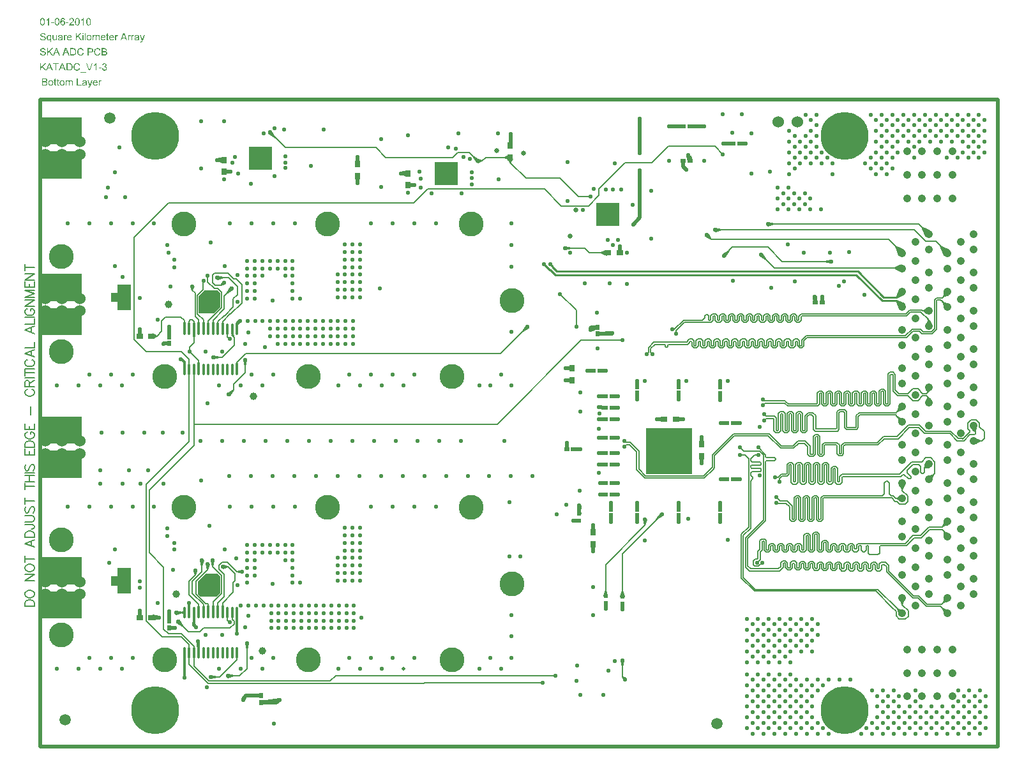
<source format=gbl>
%FSLAX44Y44*%
%MOMM*%
G71*
G01*
G75*
G04 Layer_Physical_Order=6*
G04 Layer_Color=16711680*
%ADD10C,0.1524*%
%ADD11C,0.1524*%
%ADD12C,0.9672*%
%ADD13R,1.5240X0.4064*%
%ADD14C,1.5000*%
%ADD15R,0.6000X1.5500*%
%ADD16R,1.0500X0.3500*%
%ADD17R,0.3500X1.0500*%
%ADD18R,3.2500X3.2500*%
%ADD19R,1.1500X0.6000*%
%ADD20R,0.5000X0.4500*%
%ADD21R,1.2500X2.0500*%
%ADD22R,0.6000X1.1000*%
%ADD23R,1.1500X0.4000*%
%ADD24R,0.6000X1.0500*%
%ADD25O,1.6000X0.3000*%
%ADD26O,0.3000X1.6000*%
%ADD27R,5.0000X5.0000*%
%ADD28R,0.8636X1.2700*%
%ADD29R,2.5000X2.5000*%
%ADD30O,1.2000X0.4000*%
%ADD31R,1.5500X1.0000*%
%ADD32R,0.6000X0.6000*%
%ADD33R,1.2700X3.4290*%
%ADD34R,0.6000X0.7000*%
%ADD35R,0.9000X1.0000*%
%ADD36R,1.3000X1.2000*%
%ADD37R,0.7000X0.8000*%
%ADD38R,2.2860X1.9050*%
%ADD39R,0.7620X0.9652*%
%ADD40R,2.7000X1.3500*%
%ADD41R,0.6000X0.6500*%
%ADD42R,3.4500X0.9500*%
%ADD43R,0.7000X0.3000*%
%ADD44R,0.3000X0.7000*%
%ADD45R,2.9500X2.9500*%
%ADD46R,0.8890X1.2954*%
%ADD47R,1.1938X1.2954*%
%ADD48C,1.0000*%
%ADD49R,1.3500X2.7000*%
%ADD50R,0.6500X0.6000*%
%ADD51R,0.9500X3.4500*%
G04:AMPARAMS|DCode=52|XSize=0.65mm|YSize=0.6mm|CornerRadius=0mm|HoleSize=0mm|Usage=FLASHONLY|Rotation=315.000|XOffset=0mm|YOffset=0mm|HoleType=Round|Shape=Rectangle|*
%AMROTATEDRECTD52*
4,1,4,-0.4419,0.0177,-0.0177,0.4419,0.4419,-0.0177,0.0177,-0.4419,-0.4419,0.0177,0.0*
%
%ADD52ROTATEDRECTD52*%

G04:AMPARAMS|DCode=53|XSize=0.65mm|YSize=0.6mm|CornerRadius=0mm|HoleSize=0mm|Usage=FLASHONLY|Rotation=45.000|XOffset=0mm|YOffset=0mm|HoleType=Round|Shape=Rectangle|*
%AMROTATEDRECTD53*
4,1,4,-0.0177,-0.4419,-0.4419,-0.0177,0.0177,0.4419,0.4419,0.0177,-0.0177,-0.4419,0.0*
%
%ADD53ROTATEDRECTD53*%

%ADD54R,0.9652X0.7620*%
%ADD55P,0.8485X4X90.0*%
%ADD56P,0.8485X4X360.0*%
%ADD57R,0.6000X0.6000*%
%ADD58R,1.0500X0.6000*%
%ADD59R,3.2500X3.2500*%
%ADD60C,0.3000*%
%ADD61C,0.5000*%
%ADD62C,0.5080*%
%ADD63C,0.3048*%
%ADD64C,0.3500*%
%ADD65C,0.4001*%
%ADD66C,0.3500*%
%ADD67C,0.3000*%
%ADD68C,0.2540*%
%ADD69C,0.4501*%
%ADD70C,0.4432*%
%ADD71C,0.3810*%
%ADD72C,0.6000*%
%ADD73C,0.5999*%
%ADD74C,0.4433*%
%ADD75C,0.2851*%
%ADD76C,0.8636*%
%ADD77C,0.4521*%
%ADD78C,0.2845*%
%ADD79C,0.1270*%
%ADD80C,0.6350*%
%ADD81C,1.5240*%
%ADD82C,1.0500*%
%ADD83C,6.3500*%
%ADD84C,0.6500*%
%ADD85C,0.5500*%
%ADD86C,3.3020*%
%ADD87C,0.5099*%
%ADD88C,0.5499*%
%ADD89C,1.0000*%
%ADD90C,1.9160*%
%ADD91C,1.6160*%
%ADD92C,1.2660*%
%ADD93C,2.2160*%
%ADD94C,4.8160*%
%ADD95C,3.2160*%
%ADD96C,0.5001*%
%ADD97O,0.3302X1.6510*%
%ADD98C,0.2000*%
%ADD99C,0.3302*%
G36*
X41165Y884598D02*
X41253D01*
X41353Y884586D01*
X41590Y884536D01*
X41840Y884473D01*
X42102Y884373D01*
X42365Y884223D01*
X42477Y884136D01*
X42590Y884036D01*
X42602Y884023D01*
X42615Y884011D01*
X42640Y883973D01*
X42677Y883923D01*
X42715Y883861D01*
X42765Y883786D01*
X42815Y883698D01*
X42877Y883598D01*
X42927Y883486D01*
X42977Y883348D01*
X43027Y883211D01*
X43065Y883049D01*
X43102Y882874D01*
X43127Y882686D01*
X43152Y882474D01*
Y882261D01*
Y877500D01*
X41977D01*
Y881874D01*
Y881886D01*
Y881899D01*
Y881936D01*
Y881986D01*
Y882111D01*
X41965Y882261D01*
X41952Y882424D01*
X41927Y882599D01*
X41902Y882749D01*
X41865Y882886D01*
Y882899D01*
X41840Y882936D01*
X41815Y882999D01*
X41765Y883061D01*
X41715Y883149D01*
X41640Y883223D01*
X41553Y883311D01*
X41440Y883386D01*
X41427Y883399D01*
X41390Y883423D01*
X41328Y883448D01*
X41240Y883486D01*
X41140Y883523D01*
X41015Y883561D01*
X40890Y883573D01*
X40740Y883586D01*
X40665D01*
X40615Y883573D01*
X40478Y883561D01*
X40303Y883523D01*
X40103Y883461D01*
X39903Y883373D01*
X39690Y883249D01*
X39503Y883086D01*
X39478Y883061D01*
X39428Y882999D01*
X39353Y882874D01*
X39266Y882711D01*
X39216Y882611D01*
X39166Y882499D01*
X39128Y882361D01*
X39091Y882224D01*
X39066Y882074D01*
X39041Y881911D01*
X39016Y881724D01*
Y881536D01*
Y877500D01*
X37841D01*
Y882011D01*
Y882024D01*
Y882049D01*
Y882086D01*
Y882136D01*
X37828Y882286D01*
X37803Y882449D01*
X37766Y882649D01*
X37716Y882836D01*
X37654Y883024D01*
X37554Y883186D01*
X37541Y883198D01*
X37503Y883249D01*
X37429Y883311D01*
X37329Y883386D01*
X37204Y883461D01*
X37041Y883523D01*
X36841Y883573D01*
X36616Y883586D01*
X36529D01*
X36441Y883573D01*
X36316Y883548D01*
X36166Y883523D01*
X36016Y883474D01*
X35854Y883411D01*
X35691Y883324D01*
X35679Y883311D01*
X35617Y883273D01*
X35542Y883211D01*
X35454Y883124D01*
X35354Y883024D01*
X35254Y882886D01*
X35154Y882724D01*
X35067Y882549D01*
X35054Y882524D01*
X35042Y882461D01*
X35004Y882336D01*
X34979Y882186D01*
X34942Y881974D01*
X34904Y881724D01*
X34892Y881436D01*
X34879Y881099D01*
Y877500D01*
X33705D01*
Y884461D01*
X34754D01*
Y883474D01*
X34767Y883499D01*
X34817Y883561D01*
X34892Y883648D01*
X34992Y883773D01*
X35117Y883898D01*
X35267Y884036D01*
X35442Y884173D01*
X35629Y884298D01*
X35642D01*
X35654Y884311D01*
X35729Y884348D01*
X35842Y884398D01*
X35991Y884461D01*
X36179Y884511D01*
X36379Y884561D01*
X36616Y884598D01*
X36866Y884611D01*
X36991D01*
X37141Y884598D01*
X37316Y884573D01*
X37516Y884536D01*
X37729Y884473D01*
X37928Y884398D01*
X38128Y884286D01*
X38153Y884273D01*
X38216Y884223D01*
X38303Y884148D01*
X38403Y884048D01*
X38528Y883923D01*
X38641Y883773D01*
X38753Y883586D01*
X38841Y883386D01*
X38853Y883399D01*
X38878Y883436D01*
X38928Y883499D01*
X38991Y883573D01*
X39078Y883673D01*
X39178Y883773D01*
X39291Y883886D01*
X39416Y883998D01*
X39565Y884111D01*
X39728Y884223D01*
X39903Y884323D01*
X40090Y884423D01*
X40303Y884498D01*
X40515Y884561D01*
X40753Y884598D01*
X40990Y884611D01*
X41090D01*
X41165Y884598D01*
D02*
G37*
G36*
X66609Y877387D02*
Y877375D01*
X66596Y877337D01*
X66571Y877275D01*
X66534Y877200D01*
X66509Y877113D01*
X66459Y877000D01*
X66371Y876763D01*
X66259Y876500D01*
X66146Y876238D01*
X66046Y876000D01*
X65996Y875900D01*
X65946Y875813D01*
X65934Y875788D01*
X65896Y875725D01*
X65821Y875613D01*
X65734Y875488D01*
X65634Y875350D01*
X65509Y875213D01*
X65371Y875076D01*
X65221Y874963D01*
X65209Y874951D01*
X65146Y874926D01*
X65072Y874876D01*
X64946Y874826D01*
X64809Y874776D01*
X64647Y874726D01*
X64459Y874701D01*
X64259Y874688D01*
X64197D01*
X64122Y874701D01*
X64034Y874713D01*
X63922Y874726D01*
X63784Y874751D01*
X63647Y874788D01*
X63497Y874838D01*
X63372Y875938D01*
X63384D01*
X63434Y875925D01*
X63509Y875900D01*
X63597Y875888D01*
X63697Y875863D01*
X63809Y875838D01*
X64034Y875825D01*
X64097D01*
X64172Y875838D01*
X64259D01*
X64472Y875888D01*
X64572Y875913D01*
X64659Y875963D01*
X64672D01*
X64697Y875988D01*
X64747Y876013D01*
X64797Y876050D01*
X64921Y876163D01*
X65047Y876325D01*
Y876338D01*
X65072Y876363D01*
X65097Y876413D01*
X65134Y876500D01*
X65184Y876625D01*
X65246Y876775D01*
X65321Y876975D01*
X65359Y877088D01*
X65409Y877213D01*
X65421Y877225D01*
X65434Y877288D01*
X65471Y877375D01*
X65521Y877500D01*
X62872Y884461D01*
X64122D01*
X65584Y880437D01*
Y880424D01*
X65596Y880399D01*
X65609Y880362D01*
X65634Y880299D01*
X65659Y880237D01*
X65684Y880149D01*
X65746Y879949D01*
X65821Y879712D01*
X65909Y879437D01*
X65996Y879137D01*
X66084Y878825D01*
Y878837D01*
X66096Y878862D01*
X66109Y878900D01*
X66121Y878962D01*
X66146Y879037D01*
X66171Y879125D01*
X66221Y879324D01*
X66296Y879562D01*
X66384Y879824D01*
X66484Y880112D01*
X66584Y880399D01*
X68071Y884461D01*
X69245D01*
X66609Y877387D01*
D02*
G37*
G36*
X59335Y884598D02*
X59535Y884586D01*
X59760Y884561D01*
X60010Y884523D01*
X60235Y884473D01*
X60460Y884398D01*
X60473D01*
X60485Y884386D01*
X60548Y884361D01*
X60648Y884311D01*
X60773Y884248D01*
X60910Y884173D01*
X61048Y884086D01*
X61172Y883973D01*
X61285Y883861D01*
X61297Y883848D01*
X61322Y883811D01*
X61372Y883736D01*
X61435Y883648D01*
X61497Y883536D01*
X61560Y883399D01*
X61610Y883249D01*
X61660Y883074D01*
Y883061D01*
X61672Y883011D01*
X61685Y882936D01*
X61697Y882824D01*
Y882674D01*
X61710Y882486D01*
X61722Y882261D01*
Y881986D01*
Y880412D01*
Y880399D01*
Y880337D01*
Y880262D01*
Y880149D01*
Y880024D01*
Y879874D01*
Y879712D01*
X61735Y879537D01*
Y879187D01*
X61747Y878850D01*
X61760Y878687D01*
Y878550D01*
X61772Y878437D01*
X61785Y878337D01*
Y878312D01*
X61797Y878262D01*
X61822Y878175D01*
X61847Y878075D01*
X61897Y877937D01*
X61947Y877800D01*
X62010Y877650D01*
X62085Y877500D01*
X60848D01*
X60835Y877513D01*
X60823Y877562D01*
X60785Y877637D01*
X60760Y877750D01*
X60710Y877875D01*
X60685Y878025D01*
X60648Y878187D01*
X60623Y878375D01*
X60610D01*
X60598Y878350D01*
X60560Y878325D01*
X60510Y878287D01*
X60385Y878187D01*
X60210Y878062D01*
X60023Y877937D01*
X59810Y877800D01*
X59573Y877675D01*
X59348Y877575D01*
X59335D01*
X59323Y877562D01*
X59285Y877550D01*
X59248Y877538D01*
X59123Y877500D01*
X58960Y877462D01*
X58773Y877425D01*
X58548Y877387D01*
X58311Y877363D01*
X58061Y877350D01*
X57948D01*
X57873Y877363D01*
X57773D01*
X57661Y877375D01*
X57411Y877425D01*
X57123Y877487D01*
X56836Y877588D01*
X56549Y877725D01*
X56424Y877800D01*
X56299Y877900D01*
X56286Y877912D01*
X56274Y877925D01*
X56199Y878000D01*
X56111Y878125D01*
X55999Y878287D01*
X55886Y878500D01*
X55786Y878737D01*
X55711Y879012D01*
X55699Y879162D01*
X55686Y879324D01*
Y879350D01*
Y879412D01*
X55699Y879512D01*
X55711Y879637D01*
X55736Y879774D01*
X55786Y879937D01*
X55836Y880099D01*
X55911Y880262D01*
X55924Y880287D01*
X55949Y880337D01*
X56011Y880412D01*
X56074Y880512D01*
X56161Y880612D01*
X56274Y880724D01*
X56386Y880837D01*
X56524Y880937D01*
X56536Y880949D01*
X56586Y880974D01*
X56674Y881024D01*
X56774Y881087D01*
X56899Y881149D01*
X57036Y881211D01*
X57199Y881274D01*
X57373Y881324D01*
X57386D01*
X57436Y881337D01*
X57523Y881361D01*
X57636Y881374D01*
X57786Y881412D01*
X57961Y881436D01*
X58173Y881461D01*
X58423Y881499D01*
X58436D01*
X58486Y881512D01*
X58561D01*
X58661Y881536D01*
X58773Y881549D01*
X58911Y881562D01*
X59061Y881587D01*
X59223Y881611D01*
X59560Y881674D01*
X59910Y881749D01*
X60235Y881824D01*
X60385Y881874D01*
X60523Y881911D01*
Y881924D01*
Y881949D01*
Y881986D01*
X60535Y882036D01*
Y882136D01*
Y882186D01*
Y882211D01*
Y882224D01*
Y882249D01*
Y882286D01*
Y882324D01*
X60523Y882461D01*
X60498Y882611D01*
X60448Y882786D01*
X60398Y882949D01*
X60310Y883111D01*
X60198Y883236D01*
X60173Y883249D01*
X60110Y883298D01*
X60010Y883361D01*
X59860Y883436D01*
X59660Y883511D01*
X59435Y883573D01*
X59160Y883623D01*
X58848Y883636D01*
X58711D01*
X58561Y883623D01*
X58386Y883598D01*
X58173Y883561D01*
X57973Y883511D01*
X57773Y883436D01*
X57611Y883336D01*
X57598Y883324D01*
X57548Y883286D01*
X57473Y883211D01*
X57398Y883099D01*
X57298Y882961D01*
X57211Y882786D01*
X57111Y882561D01*
X57036Y882311D01*
X55886Y882474D01*
Y882486D01*
X55899Y882511D01*
Y882549D01*
X55911Y882599D01*
X55949Y882736D01*
X56011Y882899D01*
X56074Y883086D01*
X56161Y883286D01*
X56274Y883486D01*
X56399Y883661D01*
X56411Y883686D01*
X56461Y883736D01*
X56549Y883811D01*
X56661Y883923D01*
X56811Y884036D01*
X56986Y884148D01*
X57199Y884261D01*
X57436Y884361D01*
X57448D01*
X57473Y884373D01*
X57511Y884386D01*
X57561Y884398D01*
X57623Y884423D01*
X57698Y884436D01*
X57898Y884486D01*
X58123Y884536D01*
X58398Y884573D01*
X58698Y884598D01*
X59023Y884611D01*
X59248D01*
X59335Y884598D01*
D02*
G37*
G36*
X238795Y226615D02*
Y204683D01*
X233502Y199390D01*
X212782D01*
X209550Y202622D01*
Y219968D01*
X219452Y229870D01*
X235540D01*
X238795Y226615D01*
D02*
G37*
G36*
X55372Y170180D02*
X0D01*
Y206248D01*
X55372D01*
Y170180D01*
D02*
G37*
G36*
X80492Y884586D02*
X80642Y884561D01*
X80830Y884511D01*
X81042Y884448D01*
X81255Y884348D01*
X81492Y884223D01*
X81080Y883136D01*
X81055Y883149D01*
X81005Y883174D01*
X80917Y883211D01*
X80805Y883261D01*
X80680Y883311D01*
X80530Y883348D01*
X80368Y883373D01*
X80205Y883386D01*
X80143D01*
X80068Y883373D01*
X79968Y883361D01*
X79868Y883324D01*
X79743Y883286D01*
X79630Y883223D01*
X79505Y883149D01*
X79493Y883136D01*
X79455Y883111D01*
X79405Y883049D01*
X79343Y882974D01*
X79268Y882886D01*
X79193Y882774D01*
X79130Y882649D01*
X79068Y882499D01*
Y882486D01*
X79055Y882474D01*
Y882436D01*
X79043Y882386D01*
X79005Y882261D01*
X78980Y882099D01*
X78943Y881886D01*
X78905Y881661D01*
X78893Y881399D01*
X78880Y881124D01*
Y877500D01*
X77706D01*
Y884461D01*
X78768D01*
Y883399D01*
X78780Y883423D01*
X78805Y883461D01*
X78830Y883511D01*
X78918Y883636D01*
X79005Y883786D01*
X79118Y883961D01*
X79243Y884123D01*
X79380Y884261D01*
X79505Y884373D01*
X79518Y884386D01*
X79568Y884411D01*
X79643Y884448D01*
X79730Y884498D01*
X79843Y884536D01*
X79980Y884573D01*
X80118Y884598D01*
X80268Y884611D01*
X80368D01*
X80492Y884586D01*
D02*
G37*
G36*
X50000Y878637D02*
X54724D01*
Y877500D01*
X48726D01*
Y887110D01*
X50000D01*
Y878637D01*
D02*
G37*
G36*
X73332Y884598D02*
X73444Y884586D01*
X73582Y884561D01*
X73744Y884536D01*
X73907Y884498D01*
X74082Y884448D01*
X74269Y884373D01*
X74457Y884298D01*
X74644Y884211D01*
X74844Y884098D01*
X75031Y883973D01*
X75206Y883823D01*
X75381Y883661D01*
X75394Y883648D01*
X75419Y883611D01*
X75469Y883561D01*
X75519Y883486D01*
X75581Y883386D01*
X75656Y883273D01*
X75744Y883136D01*
X75831Y882974D01*
X75906Y882786D01*
X75994Y882586D01*
X76069Y882374D01*
X76131Y882136D01*
X76181Y881874D01*
X76231Y881599D01*
X76256Y881299D01*
X76269Y880987D01*
Y880962D01*
Y880912D01*
Y880812D01*
X76256Y880674D01*
X71070D01*
Y880662D01*
Y880624D01*
X71082Y880562D01*
X71095Y880487D01*
X71107Y880387D01*
X71120Y880274D01*
X71170Y880024D01*
X71257Y879737D01*
X71370Y879449D01*
X71520Y879175D01*
X71607Y879050D01*
X71707Y878925D01*
X71720Y878912D01*
X71732Y878900D01*
X71770Y878875D01*
X71807Y878837D01*
X71945Y878737D01*
X72107Y878625D01*
X72320Y878512D01*
X72570Y878425D01*
X72857Y878350D01*
X73007Y878337D01*
X73169Y878325D01*
X73282D01*
X73394Y878337D01*
X73557Y878362D01*
X73719Y878412D01*
X73907Y878462D01*
X74094Y878550D01*
X74269Y878662D01*
X74294Y878675D01*
X74344Y878725D01*
X74432Y878812D01*
X74532Y878925D01*
X74644Y879075D01*
X74769Y879275D01*
X74894Y879500D01*
X74994Y879762D01*
X76219Y879600D01*
Y879587D01*
X76206Y879549D01*
X76194Y879500D01*
X76156Y879425D01*
X76131Y879337D01*
X76081Y879225D01*
X75981Y878987D01*
X75831Y878725D01*
X75644Y878450D01*
X75419Y878175D01*
X75156Y877937D01*
X75144D01*
X75119Y877912D01*
X75081Y877887D01*
X75019Y877850D01*
X74944Y877800D01*
X74844Y877750D01*
X74744Y877700D01*
X74619Y877650D01*
X74482Y877588D01*
X74332Y877538D01*
X74169Y877487D01*
X73994Y877438D01*
X73607Y877375D01*
X73394Y877363D01*
X73169Y877350D01*
X73107D01*
X73019Y877363D01*
X72920D01*
X72794Y877375D01*
X72645Y877400D01*
X72470Y877425D01*
X72295Y877462D01*
X72107Y877513D01*
X71907Y877575D01*
X71707Y877650D01*
X71507Y877750D01*
X71307Y877850D01*
X71107Y877975D01*
X70920Y878125D01*
X70745Y878287D01*
X70732Y878300D01*
X70708Y878337D01*
X70658Y878387D01*
X70608Y878462D01*
X70545Y878562D01*
X70470Y878675D01*
X70383Y878812D01*
X70308Y878962D01*
X70220Y879150D01*
X70133Y879337D01*
X70058Y879562D01*
X69995Y879787D01*
X69945Y880049D01*
X69895Y880312D01*
X69870Y880599D01*
X69858Y880912D01*
Y880937D01*
Y880987D01*
X69870Y881087D01*
Y881199D01*
X69883Y881349D01*
X69908Y881524D01*
X69933Y881711D01*
X69970Y881911D01*
X70020Y882124D01*
X70083Y882349D01*
X70145Y882574D01*
X70233Y882799D01*
X70345Y883024D01*
X70458Y883249D01*
X70595Y883448D01*
X70757Y883636D01*
X70770Y883648D01*
X70795Y883673D01*
X70845Y883723D01*
X70920Y883786D01*
X71007Y883861D01*
X71120Y883948D01*
X71245Y884036D01*
X71382Y884123D01*
X71545Y884211D01*
X71720Y884298D01*
X71920Y884386D01*
X72120Y884461D01*
X72345Y884523D01*
X72582Y884573D01*
X72832Y884598D01*
X73094Y884611D01*
X73232D01*
X73332Y884598D01*
D02*
G37*
G36*
X29306D02*
X29431Y884586D01*
X29568Y884561D01*
X29731Y884536D01*
X29906Y884498D01*
X30080Y884448D01*
X30268Y884373D01*
X30468Y884298D01*
X30668Y884211D01*
X30868Y884098D01*
X31055Y883973D01*
X31243Y883823D01*
X31418Y883661D01*
X31430Y883648D01*
X31455Y883623D01*
X31505Y883561D01*
X31555Y883486D01*
X31630Y883399D01*
X31705Y883273D01*
X31793Y883136D01*
X31880Y882986D01*
X31955Y882811D01*
X32042Y882624D01*
X32117Y882411D01*
X32192Y882174D01*
X32242Y881924D01*
X32292Y881661D01*
X32317Y881374D01*
X32330Y881074D01*
Y881062D01*
Y881012D01*
Y880949D01*
Y880849D01*
X32317Y880737D01*
X32305Y880612D01*
X32292Y880462D01*
X32280Y880312D01*
X32230Y879974D01*
X32155Y879624D01*
X32055Y879275D01*
X31992Y879112D01*
X31918Y878962D01*
Y878950D01*
X31905Y878925D01*
X31880Y878887D01*
X31843Y878837D01*
X31755Y878700D01*
X31618Y878525D01*
X31455Y878337D01*
X31255Y878137D01*
X31018Y877950D01*
X30743Y877775D01*
X30730D01*
X30705Y877762D01*
X30668Y877737D01*
X30605Y877712D01*
X30543Y877675D01*
X30455Y877637D01*
X30243Y877562D01*
X30006Y877487D01*
X29718Y877412D01*
X29406Y877363D01*
X29068Y877350D01*
X29006D01*
X28931Y877363D01*
X28831D01*
X28706Y877375D01*
X28568Y877400D01*
X28406Y877425D01*
X28231Y877462D01*
X28043Y877513D01*
X27856Y877575D01*
X27669Y877650D01*
X27469Y877737D01*
X27269Y877850D01*
X27081Y877975D01*
X26894Y878112D01*
X26719Y878275D01*
X26706Y878287D01*
X26681Y878325D01*
X26631Y878375D01*
X26581Y878450D01*
X26506Y878550D01*
X26431Y878662D01*
X26356Y878800D01*
X26269Y878962D01*
X26181Y879150D01*
X26107Y879350D01*
X26031Y879562D01*
X25956Y879812D01*
X25907Y880074D01*
X25856Y880349D01*
X25831Y880649D01*
X25819Y880974D01*
Y880999D01*
Y881062D01*
X25831Y881162D01*
Y881286D01*
X25856Y881449D01*
X25882Y881636D01*
X25907Y881836D01*
X25956Y882049D01*
X26007Y882286D01*
X26082Y882524D01*
X26169Y882761D01*
X26269Y882999D01*
X26394Y883223D01*
X26531Y883448D01*
X26694Y883648D01*
X26881Y883836D01*
X26894Y883848D01*
X26919Y883873D01*
X26969Y883911D01*
X27044Y883961D01*
X27131Y884011D01*
X27231Y884086D01*
X27356Y884148D01*
X27494Y884223D01*
X27644Y884298D01*
X27806Y884361D01*
X27994Y884436D01*
X28181Y884486D01*
X28393Y884536D01*
X28606Y884573D01*
X28831Y884598D01*
X29068Y884611D01*
X29206D01*
X29306Y884598D01*
D02*
G37*
G36*
X14397D02*
X14522Y884586D01*
X14659Y884561D01*
X14822Y884536D01*
X14997Y884498D01*
X15172Y884448D01*
X15359Y884373D01*
X15559Y884298D01*
X15759Y884211D01*
X15959Y884098D01*
X16147Y883973D01*
X16334Y883823D01*
X16509Y883661D01*
X16521Y883648D01*
X16546Y883623D01*
X16596Y883561D01*
X16646Y883486D01*
X16721Y883399D01*
X16796Y883273D01*
X16884Y883136D01*
X16971Y882986D01*
X17046Y882811D01*
X17134Y882624D01*
X17209Y882411D01*
X17284Y882174D01*
X17334Y881924D01*
X17384Y881661D01*
X17409Y881374D01*
X17421Y881074D01*
Y881062D01*
Y881012D01*
Y880949D01*
Y880849D01*
X17409Y880737D01*
X17396Y880612D01*
X17384Y880462D01*
X17371Y880312D01*
X17321Y879974D01*
X17246Y879624D01*
X17146Y879275D01*
X17084Y879112D01*
X17009Y878962D01*
Y878950D01*
X16996Y878925D01*
X16971Y878887D01*
X16934Y878837D01*
X16846Y878700D01*
X16709Y878525D01*
X16546Y878337D01*
X16346Y878137D01*
X16109Y877950D01*
X15834Y877775D01*
X15822D01*
X15797Y877762D01*
X15759Y877737D01*
X15697Y877712D01*
X15634Y877675D01*
X15547Y877637D01*
X15334Y877562D01*
X15097Y877487D01*
X14809Y877412D01*
X14497Y877363D01*
X14159Y877350D01*
X14097D01*
X14022Y877363D01*
X13922D01*
X13797Y877375D01*
X13660Y877400D01*
X13497Y877425D01*
X13322Y877462D01*
X13135Y877513D01*
X12947Y877575D01*
X12760Y877650D01*
X12560Y877737D01*
X12360Y877850D01*
X12172Y877975D01*
X11985Y878112D01*
X11810Y878275D01*
X11798Y878287D01*
X11773Y878325D01*
X11723Y878375D01*
X11673Y878450D01*
X11598Y878550D01*
X11523Y878662D01*
X11448Y878800D01*
X11360Y878962D01*
X11273Y879150D01*
X11198Y879350D01*
X11123Y879562D01*
X11048Y879812D01*
X10998Y880074D01*
X10948Y880349D01*
X10923Y880649D01*
X10910Y880974D01*
Y880999D01*
Y881062D01*
X10923Y881162D01*
Y881286D01*
X10948Y881449D01*
X10973Y881636D01*
X10998Y881836D01*
X11048Y882049D01*
X11098Y882286D01*
X11173Y882524D01*
X11260Y882761D01*
X11360Y882999D01*
X11485Y883223D01*
X11623Y883448D01*
X11785Y883648D01*
X11973Y883836D01*
X11985Y883848D01*
X12010Y883873D01*
X12060Y883911D01*
X12135Y883961D01*
X12222Y884011D01*
X12322Y884086D01*
X12447Y884148D01*
X12585Y884223D01*
X12735Y884298D01*
X12897Y884361D01*
X13085Y884436D01*
X13272Y884486D01*
X13485Y884536D01*
X13697Y884573D01*
X13922Y884598D01*
X14159Y884611D01*
X14297D01*
X14397Y884598D01*
D02*
G37*
G36*
X6374Y887097D02*
X6486D01*
X6736Y887073D01*
X7011Y887035D01*
X7311Y886985D01*
X7599Y886910D01*
X7861Y886810D01*
X7874D01*
X7886Y886798D01*
X7924Y886785D01*
X7974Y886760D01*
X8086Y886685D01*
X8236Y886585D01*
X8411Y886460D01*
X8573Y886310D01*
X8748Y886123D01*
X8898Y885910D01*
Y885898D01*
X8911Y885885D01*
X8961Y885810D01*
X9023Y885685D01*
X9098Y885523D01*
X9161Y885335D01*
X9223Y885123D01*
X9273Y884898D01*
X9286Y884648D01*
Y884636D01*
Y884623D01*
Y884586D01*
Y884548D01*
X9273Y884423D01*
X9248Y884273D01*
X9198Y884086D01*
X9148Y883886D01*
X9061Y883686D01*
X8948Y883474D01*
X8936Y883448D01*
X8886Y883386D01*
X8811Y883286D01*
X8698Y883161D01*
X8548Y883024D01*
X8374Y882886D01*
X8173Y882736D01*
X7936Y882611D01*
X7949D01*
X7974Y882599D01*
X8024Y882586D01*
X8086Y882561D01*
X8148Y882536D01*
X8236Y882499D01*
X8436Y882399D01*
X8648Y882274D01*
X8873Y882124D01*
X9086Y881936D01*
X9273Y881724D01*
Y881711D01*
X9298Y881699D01*
X9323Y881661D01*
X9348Y881611D01*
X9423Y881487D01*
X9511Y881311D01*
X9598Y881099D01*
X9673Y880849D01*
X9723Y880574D01*
X9748Y880274D01*
Y880262D01*
Y880249D01*
Y880212D01*
Y880162D01*
X9736Y880037D01*
X9711Y879862D01*
X9673Y879674D01*
X9623Y879462D01*
X9561Y879249D01*
X9461Y879025D01*
X9448Y879000D01*
X9411Y878925D01*
X9348Y878825D01*
X9261Y878700D01*
X9161Y878550D01*
X9036Y878400D01*
X8898Y878262D01*
X8748Y878125D01*
X8736Y878112D01*
X8673Y878075D01*
X8586Y878012D01*
X8461Y877950D01*
X8311Y877875D01*
X8136Y877787D01*
X7924Y877712D01*
X7699Y877650D01*
X7674D01*
X7636Y877637D01*
X7586Y877625D01*
X7524Y877613D01*
X7449Y877600D01*
X7274Y877575D01*
X7049Y877550D01*
X6786Y877525D01*
X6486Y877513D01*
X6149Y877500D01*
X2500D01*
Y887110D01*
X6287D01*
X6374Y887097D01*
D02*
G37*
G36*
X23907Y884461D02*
X25094D01*
Y883548D01*
X23907D01*
Y879474D01*
Y879449D01*
Y879387D01*
Y879299D01*
X23919Y879200D01*
Y879087D01*
X23932Y878975D01*
X23944Y878887D01*
X23957Y878812D01*
X23970Y878787D01*
X24007Y878737D01*
X24069Y878662D01*
X24157Y878587D01*
X24169D01*
X24182Y878575D01*
X24219Y878562D01*
X24269Y878550D01*
X24394Y878525D01*
X24569Y878512D01*
X24707D01*
X24782Y878525D01*
X24882D01*
X24982Y878537D01*
X25094Y878550D01*
X25257Y877513D01*
X25232D01*
X25169Y877500D01*
X25082Y877487D01*
X24957Y877462D01*
X24819Y877450D01*
X24669Y877425D01*
X24357Y877412D01*
X24257D01*
X24132Y877425D01*
X23995Y877438D01*
X23832Y877462D01*
X23670Y877500D01*
X23507Y877550D01*
X23370Y877613D01*
X23357Y877625D01*
X23307Y877650D01*
X23257Y877687D01*
X23182Y877750D01*
X23095Y877825D01*
X23007Y877925D01*
X22932Y878025D01*
X22870Y878137D01*
Y878150D01*
X22845Y878212D01*
X22832Y878300D01*
X22807Y878437D01*
X22795Y878525D01*
X22782Y878625D01*
X22770Y878737D01*
X22757Y878875D01*
X22745Y879012D01*
Y879175D01*
X22732Y879350D01*
Y879537D01*
Y883548D01*
X21858D01*
Y884461D01*
X22732D01*
Y886173D01*
X23907Y886885D01*
Y884461D01*
D02*
G37*
G36*
X20183D02*
X21370D01*
Y883548D01*
X20183D01*
Y879474D01*
Y879449D01*
Y879387D01*
Y879299D01*
X20196Y879200D01*
Y879087D01*
X20208Y878975D01*
X20220Y878887D01*
X20233Y878812D01*
X20245Y878787D01*
X20283Y878737D01*
X20345Y878662D01*
X20433Y878587D01*
X20445D01*
X20458Y878575D01*
X20495Y878562D01*
X20545Y878550D01*
X20670Y878525D01*
X20845Y878512D01*
X20983D01*
X21058Y878525D01*
X21158D01*
X21258Y878537D01*
X21370Y878550D01*
X21533Y877513D01*
X21508D01*
X21445Y877500D01*
X21358Y877487D01*
X21233Y877462D01*
X21095Y877450D01*
X20945Y877425D01*
X20633Y877412D01*
X20533D01*
X20408Y877425D01*
X20270Y877438D01*
X20108Y877462D01*
X19945Y877500D01*
X19783Y877550D01*
X19646Y877613D01*
X19633Y877625D01*
X19583Y877650D01*
X19533Y877687D01*
X19458Y877750D01*
X19371Y877825D01*
X19283Y877925D01*
X19208Y878025D01*
X19146Y878137D01*
Y878150D01*
X19121Y878212D01*
X19108Y878300D01*
X19083Y878437D01*
X19071Y878525D01*
X19058Y878625D01*
X19046Y878737D01*
X19033Y878875D01*
X19021Y879012D01*
Y879175D01*
X19008Y879350D01*
Y879537D01*
Y883548D01*
X18133D01*
Y884461D01*
X19008D01*
Y886173D01*
X20183Y886885D01*
Y884461D01*
D02*
G37*
G36*
X120650Y203200D02*
X102870D01*
Y213360D01*
X93980D01*
Y226060D01*
X102870D01*
Y237490D01*
X120650D01*
Y203200D01*
D02*
G37*
G36*
X768350Y690880D02*
X737870D01*
Y721360D01*
X768350D01*
Y690880D01*
D02*
G37*
G36*
X553720Y745490D02*
X523240D01*
Y775970D01*
X553720D01*
Y745490D01*
D02*
G37*
G36*
X55372Y754141D02*
X0D01*
Y790209D01*
X55372D01*
Y754141D01*
D02*
G37*
G36*
X120650Y579120D02*
X102870D01*
Y590550D01*
X93980D01*
Y601980D01*
X102870D01*
Y613410D01*
X120650D01*
Y579120D01*
D02*
G37*
G36*
X238795Y602353D02*
Y597816D01*
X238775Y597716D01*
X238775Y597716D01*
X238775Y597715D01*
Y589333D01*
X238795Y589232D01*
Y583778D01*
X230327Y575310D01*
X210304D01*
X210065Y575549D01*
Y597809D01*
X217170Y604914D01*
X217560Y605497D01*
X217618Y605790D01*
X235358D01*
X238795Y602353D01*
D02*
G37*
G36*
X55372Y591312D02*
X0D01*
Y627380D01*
X55372D01*
Y591312D01*
D02*
G37*
G36*
Y546100D02*
X0D01*
Y582168D01*
X55372D01*
Y546100D01*
D02*
G37*
G36*
X864870Y361950D02*
X803910D01*
Y422910D01*
X864870D01*
Y361950D01*
D02*
G37*
G36*
X55372Y357030D02*
X0D01*
Y393098D01*
X55372D01*
Y357030D01*
D02*
G37*
G36*
Y215392D02*
X0D01*
Y251460D01*
X55372D01*
Y215392D01*
D02*
G37*
G36*
X307340Y765810D02*
X276860D01*
Y796290D01*
X307340D01*
Y765810D01*
D02*
G37*
G36*
X55372Y799353D02*
X0D01*
Y835421D01*
X55372D01*
Y799353D01*
D02*
G37*
G36*
Y402242D02*
X0D01*
Y438310D01*
X55372D01*
Y402242D01*
D02*
G37*
%LPC*%
G36*
X5987Y881936D02*
X3775D01*
Y878637D01*
X6499D01*
X6786Y878650D01*
X6911Y878662D01*
X7024Y878675D01*
X7049D01*
X7099Y878687D01*
X7174Y878712D01*
X7274Y878737D01*
X7399Y878775D01*
X7511Y878812D01*
X7636Y878875D01*
X7749Y878937D01*
X7761Y878950D01*
X7799Y878975D01*
X7849Y879012D01*
X7924Y879075D01*
X7999Y879150D01*
X8086Y879249D01*
X8161Y879350D01*
X8236Y879474D01*
X8249Y879487D01*
X8274Y879537D01*
X8299Y879612D01*
X8336Y879712D01*
X8374Y879824D01*
X8411Y879962D01*
X8424Y880124D01*
X8436Y880287D01*
Y880312D01*
Y880374D01*
X8424Y880474D01*
X8399Y880599D01*
X8361Y880749D01*
X8311Y880899D01*
X8249Y881062D01*
X8148Y881211D01*
X8136Y881224D01*
X8099Y881274D01*
X8036Y881349D01*
X7949Y881436D01*
X7836Y881524D01*
X7711Y881624D01*
X7561Y881699D01*
X7386Y881774D01*
X7361Y881786D01*
X7299Y881799D01*
X7186Y881824D01*
X7024Y881861D01*
X6836Y881886D01*
X6586Y881911D01*
X6312Y881924D01*
X5987Y881936D01*
D02*
G37*
G36*
X73107Y883636D02*
X73032D01*
X72969Y883623D01*
X72907D01*
X72819Y883611D01*
X72632Y883573D01*
X72420Y883499D01*
X72182Y883399D01*
X71957Y883273D01*
X71845Y883186D01*
X71732Y883086D01*
X71707Y883061D01*
X71645Y882986D01*
X71557Y882874D01*
X71457Y882711D01*
X71345Y882499D01*
X71245Y882249D01*
X71170Y881974D01*
X71132Y881649D01*
X75019D01*
Y881661D01*
Y881686D01*
X75006Y881736D01*
X74994Y881786D01*
Y881861D01*
X74969Y881949D01*
X74931Y882136D01*
X74869Y882349D01*
X74794Y882561D01*
X74694Y882774D01*
X74569Y882949D01*
Y882961D01*
X74544Y882974D01*
X74507Y883011D01*
X74469Y883061D01*
X74344Y883161D01*
X74182Y883298D01*
X73969Y883423D01*
X73719Y883523D01*
X73432Y883611D01*
X73269Y883623D01*
X73107Y883636D01*
D02*
G37*
G36*
X6049Y885973D02*
X3775D01*
Y883074D01*
X6137D01*
X6312Y883086D01*
X6511Y883099D01*
X6711Y883111D01*
X6899Y883136D01*
X7049Y883174D01*
X7074Y883186D01*
X7124Y883198D01*
X7211Y883236D01*
X7324Y883286D01*
X7449Y883361D01*
X7561Y883436D01*
X7686Y883536D01*
X7786Y883648D01*
X7799Y883661D01*
X7824Y883711D01*
X7861Y883786D01*
X7911Y883886D01*
X7961Y883998D01*
X7999Y884148D01*
X8024Y884311D01*
X8036Y884498D01*
Y884523D01*
Y884573D01*
X8024Y884673D01*
X8011Y884786D01*
X7974Y884911D01*
X7936Y885048D01*
X7874Y885198D01*
X7799Y885335D01*
X7786Y885348D01*
X7761Y885398D01*
X7711Y885461D01*
X7636Y885535D01*
X7536Y885623D01*
X7436Y885698D01*
X7299Y885773D01*
X7149Y885835D01*
X7124Y885848D01*
X7061Y885860D01*
X6961Y885885D01*
X6811Y885910D01*
X6711Y885923D01*
X6611Y885935D01*
X6486D01*
X6349Y885948D01*
X6212Y885960D01*
X6049Y885973D01*
D02*
G37*
G36*
X60523Y880987D02*
X60510D01*
X60498Y880974D01*
X60460Y880962D01*
X60398Y880949D01*
X60335Y880924D01*
X60248Y880899D01*
X60148Y880862D01*
X60035Y880837D01*
X59910Y880799D01*
X59773Y880762D01*
X59610Y880724D01*
X59435Y880687D01*
X59248Y880649D01*
X59048Y880612D01*
X58836Y880574D01*
X58598Y880537D01*
X58561D01*
X58536Y880524D01*
X58486D01*
X58348Y880499D01*
X58198Y880474D01*
X58036Y880437D01*
X57861Y880399D01*
X57698Y880349D01*
X57573Y880299D01*
X57561D01*
X57523Y880274D01*
X57473Y880249D01*
X57398Y880212D01*
X57249Y880087D01*
X57174Y880012D01*
X57111Y879924D01*
X57098Y879912D01*
X57086Y879887D01*
X57061Y879824D01*
X57036Y879762D01*
X56999Y879674D01*
X56974Y879587D01*
X56961Y879474D01*
X56949Y879362D01*
Y879337D01*
Y879287D01*
X56974Y879200D01*
X56999Y879087D01*
X57036Y878975D01*
X57098Y878837D01*
X57186Y878712D01*
X57298Y878587D01*
X57311Y878575D01*
X57361Y878537D01*
X57448Y878487D01*
X57561Y878437D01*
X57711Y878375D01*
X57898Y878325D01*
X58111Y878287D01*
X58348Y878275D01*
X58461D01*
X58586Y878287D01*
X58748Y878312D01*
X58935Y878350D01*
X59135Y878400D01*
X59348Y878462D01*
X59548Y878562D01*
X59560D01*
X59573Y878575D01*
X59635Y878612D01*
X59735Y878687D01*
X59848Y878775D01*
X59973Y878887D01*
X60110Y879037D01*
X60235Y879187D01*
X60335Y879374D01*
X60348Y879399D01*
X60360Y879449D01*
X60398Y879537D01*
X60435Y879674D01*
X60460Y879837D01*
X60498Y880037D01*
X60510Y880274D01*
X60523Y880549D01*
Y880987D01*
D02*
G37*
G36*
X14159Y883636D02*
X14072D01*
X14009Y883623D01*
X13935Y883611D01*
X13847Y883598D01*
X13647Y883548D01*
X13422Y883474D01*
X13172Y883361D01*
X13047Y883286D01*
X12935Y883198D01*
X12810Y883086D01*
X12697Y882974D01*
Y882961D01*
X12672Y882949D01*
X12647Y882899D01*
X12610Y882849D01*
X12560Y882774D01*
X12510Y882699D01*
X12460Y882599D01*
X12410Y882474D01*
X12360Y882349D01*
X12310Y882199D01*
X12260Y882036D01*
X12210Y881849D01*
X12172Y881661D01*
X12148Y881449D01*
X12135Y881211D01*
X12122Y880974D01*
Y880962D01*
Y880912D01*
Y880849D01*
X12135Y880762D01*
Y880649D01*
X12148Y880524D01*
X12172Y880374D01*
X12198Y880224D01*
X12260Y879912D01*
X12360Y879575D01*
X12510Y879262D01*
X12597Y879125D01*
X12697Y878987D01*
X12710Y878975D01*
X12722Y878962D01*
X12760Y878925D01*
X12797Y878887D01*
X12935Y878775D01*
X13097Y878662D01*
X13310Y878537D01*
X13560Y878425D01*
X13847Y878350D01*
X13997Y878337D01*
X14159Y878325D01*
X14247D01*
X14310Y878337D01*
X14384Y878350D01*
X14472Y878362D01*
X14672Y878412D01*
X14897Y878487D01*
X15147Y878600D01*
X15272Y878675D01*
X15397Y878775D01*
X15509Y878875D01*
X15622Y878987D01*
X15634Y879000D01*
X15647Y879025D01*
X15672Y879062D01*
X15709Y879112D01*
X15759Y879187D01*
X15809Y879275D01*
X15859Y879374D01*
X15922Y879487D01*
X15971Y879624D01*
X16021Y879774D01*
X16071Y879937D01*
X16121Y880124D01*
X16159Y880324D01*
X16184Y880537D01*
X16209Y880762D01*
Y881012D01*
Y881024D01*
Y881074D01*
Y881137D01*
X16197Y881224D01*
Y881337D01*
X16184Y881449D01*
X16159Y881587D01*
X16134Y881736D01*
X16071Y882049D01*
X15959Y882374D01*
X15822Y882686D01*
X15722Y882836D01*
X15622Y882961D01*
X15609Y882974D01*
X15597Y882986D01*
X15559Y883024D01*
X15522Y883061D01*
X15384Y883174D01*
X15222Y883298D01*
X15009Y883423D01*
X14759Y883536D01*
X14472Y883611D01*
X14322Y883623D01*
X14159Y883636D01*
D02*
G37*
G36*
X29068D02*
X28981D01*
X28918Y883623D01*
X28843Y883611D01*
X28756Y883598D01*
X28556Y883548D01*
X28331Y883474D01*
X28081Y883361D01*
X27956Y883286D01*
X27843Y883198D01*
X27719Y883086D01*
X27606Y882974D01*
Y882961D01*
X27581Y882949D01*
X27556Y882899D01*
X27519Y882849D01*
X27469Y882774D01*
X27419Y882699D01*
X27369Y882599D01*
X27319Y882474D01*
X27269Y882349D01*
X27219Y882199D01*
X27169Y882036D01*
X27119Y881849D01*
X27081Y881661D01*
X27056Y881449D01*
X27044Y881211D01*
X27031Y880974D01*
Y880962D01*
Y880912D01*
Y880849D01*
X27044Y880762D01*
Y880649D01*
X27056Y880524D01*
X27081Y880374D01*
X27106Y880224D01*
X27169Y879912D01*
X27269Y879575D01*
X27419Y879262D01*
X27506Y879125D01*
X27606Y878987D01*
X27619Y878975D01*
X27631Y878962D01*
X27669Y878925D01*
X27706Y878887D01*
X27843Y878775D01*
X28006Y878662D01*
X28218Y878537D01*
X28468Y878425D01*
X28756Y878350D01*
X28906Y878337D01*
X29068Y878325D01*
X29156D01*
X29218Y878337D01*
X29293Y878350D01*
X29381Y878362D01*
X29581Y878412D01*
X29806Y878487D01*
X30055Y878600D01*
X30180Y878675D01*
X30305Y878775D01*
X30418Y878875D01*
X30530Y878987D01*
X30543Y879000D01*
X30555Y879025D01*
X30580Y879062D01*
X30618Y879112D01*
X30668Y879187D01*
X30718Y879275D01*
X30768Y879374D01*
X30830Y879487D01*
X30880Y879624D01*
X30930Y879774D01*
X30980Y879937D01*
X31030Y880124D01*
X31068Y880324D01*
X31093Y880537D01*
X31118Y880762D01*
Y881012D01*
Y881024D01*
Y881074D01*
Y881137D01*
X31105Y881224D01*
Y881337D01*
X31093Y881449D01*
X31068Y881587D01*
X31043Y881736D01*
X30980Y882049D01*
X30868Y882374D01*
X30730Y882686D01*
X30630Y882836D01*
X30530Y882961D01*
X30518Y882974D01*
X30505Y882986D01*
X30468Y883024D01*
X30430Y883061D01*
X30293Y883174D01*
X30130Y883298D01*
X29918Y883423D01*
X29668Y883536D01*
X29381Y883611D01*
X29231Y883623D01*
X29068Y883636D01*
D02*
G37*
%LPD*%
G36*
X115613Y937430D02*
X114176D01*
X113063Y940342D01*
X109039D01*
X107990Y937430D01*
X106653D01*
X110314Y947040D01*
X111701D01*
X115613Y937430D01*
D02*
G37*
G36*
X128697Y944528D02*
X128897Y944516D01*
X129122Y944491D01*
X129372Y944453D01*
X129597Y944403D01*
X129822Y944328D01*
X129834D01*
X129847Y944316D01*
X129909Y944291D01*
X130009Y944241D01*
X130134Y944178D01*
X130272Y944103D01*
X130409Y944016D01*
X130534Y943903D01*
X130646Y943791D01*
X130659Y943778D01*
X130684Y943741D01*
X130734Y943666D01*
X130796Y943578D01*
X130859Y943466D01*
X130921Y943328D01*
X130971Y943178D01*
X131021Y943004D01*
Y942991D01*
X131034Y942941D01*
X131046Y942866D01*
X131059Y942754D01*
Y942604D01*
X131071Y942416D01*
X131084Y942191D01*
Y941916D01*
Y940342D01*
Y940329D01*
Y940267D01*
Y940192D01*
Y940079D01*
Y939954D01*
Y939804D01*
Y939642D01*
X131096Y939467D01*
Y939117D01*
X131109Y938780D01*
X131121Y938617D01*
Y938480D01*
X131134Y938367D01*
X131146Y938267D01*
Y938242D01*
X131159Y938192D01*
X131184Y938105D01*
X131209Y938005D01*
X131259Y937867D01*
X131309Y937730D01*
X131371Y937580D01*
X131446Y937430D01*
X130209D01*
X130197Y937442D01*
X130184Y937493D01*
X130147Y937568D01*
X130122Y937680D01*
X130072Y937805D01*
X130047Y937955D01*
X130009Y938117D01*
X129984Y938305D01*
X129972D01*
X129959Y938280D01*
X129922Y938255D01*
X129872Y938217D01*
X129747Y938117D01*
X129572Y937992D01*
X129384Y937867D01*
X129172Y937730D01*
X128934Y937605D01*
X128709Y937505D01*
X128697D01*
X128685Y937493D01*
X128647Y937480D01*
X128610Y937467D01*
X128485Y937430D01*
X128322Y937393D01*
X128135Y937355D01*
X127910Y937318D01*
X127672Y937292D01*
X127422Y937280D01*
X127310D01*
X127235Y937292D01*
X127135D01*
X127022Y937305D01*
X126772Y937355D01*
X126485Y937418D01*
X126198Y937517D01*
X125910Y937655D01*
X125785Y937730D01*
X125660Y937830D01*
X125648Y937842D01*
X125635Y937855D01*
X125560Y937930D01*
X125473Y938055D01*
X125360Y938217D01*
X125248Y938430D01*
X125148Y938667D01*
X125073Y938942D01*
X125060Y939092D01*
X125048Y939255D01*
Y939279D01*
Y939342D01*
X125060Y939442D01*
X125073Y939567D01*
X125098Y939704D01*
X125148Y939867D01*
X125198Y940029D01*
X125273Y940192D01*
X125285Y940217D01*
X125310Y940267D01*
X125373Y940342D01*
X125435Y940442D01*
X125523Y940542D01*
X125635Y940654D01*
X125748Y940767D01*
X125885Y940867D01*
X125898Y940879D01*
X125948Y940904D01*
X126035Y940954D01*
X126135Y941017D01*
X126260Y941079D01*
X126398Y941142D01*
X126560Y941204D01*
X126735Y941254D01*
X126748D01*
X126798Y941266D01*
X126885Y941292D01*
X126997Y941304D01*
X127147Y941341D01*
X127322Y941367D01*
X127535Y941392D01*
X127785Y941429D01*
X127797D01*
X127847Y941441D01*
X127922D01*
X128022Y941467D01*
X128135Y941479D01*
X128272Y941491D01*
X128422Y941516D01*
X128584Y941541D01*
X128922Y941604D01*
X129272Y941679D01*
X129597Y941754D01*
X129747Y941804D01*
X129884Y941841D01*
Y941854D01*
Y941879D01*
Y941916D01*
X129897Y941966D01*
Y942066D01*
Y942116D01*
Y942141D01*
Y942154D01*
Y942179D01*
Y942216D01*
Y942254D01*
X129884Y942391D01*
X129859Y942541D01*
X129809Y942716D01*
X129759Y942879D01*
X129672Y943041D01*
X129559Y943166D01*
X129534Y943178D01*
X129472Y943229D01*
X129372Y943291D01*
X129222Y943366D01*
X129022Y943441D01*
X128797Y943503D01*
X128522Y943553D01*
X128210Y943566D01*
X128072D01*
X127922Y943553D01*
X127747Y943528D01*
X127535Y943491D01*
X127335Y943441D01*
X127135Y943366D01*
X126972Y943266D01*
X126960Y943253D01*
X126910Y943216D01*
X126835Y943141D01*
X126760Y943029D01*
X126660Y942891D01*
X126573Y942716D01*
X126473Y942491D01*
X126398Y942241D01*
X125248Y942404D01*
Y942416D01*
X125260Y942441D01*
Y942479D01*
X125273Y942529D01*
X125310Y942666D01*
X125373Y942829D01*
X125435Y943016D01*
X125523Y943216D01*
X125635Y943416D01*
X125760Y943591D01*
X125773Y943616D01*
X125823Y943666D01*
X125910Y943741D01*
X126023Y943853D01*
X126173Y943966D01*
X126348Y944078D01*
X126560Y944191D01*
X126798Y944291D01*
X126810D01*
X126835Y944303D01*
X126873Y944316D01*
X126923Y944328D01*
X126985Y944353D01*
X127060Y944366D01*
X127260Y944416D01*
X127485Y944466D01*
X127760Y944503D01*
X128060Y944528D01*
X128385Y944541D01*
X128610D01*
X128697Y944528D01*
D02*
G37*
G36*
X22174Y937430D02*
X21124D01*
Y938455D01*
X21112Y938442D01*
X21087Y938405D01*
X21037Y938342D01*
X20975Y938267D01*
X20887Y938180D01*
X20787Y938080D01*
X20675Y937980D01*
X20537Y937867D01*
X20387Y937755D01*
X20225Y937655D01*
X20037Y937555D01*
X19850Y937467D01*
X19637Y937393D01*
X19412Y937330D01*
X19162Y937292D01*
X18913Y937280D01*
X18813D01*
X18688Y937292D01*
X18538Y937305D01*
X18363Y937330D01*
X18175Y937380D01*
X17963Y937430D01*
X17763Y937505D01*
X17738Y937517D01*
X17675Y937542D01*
X17576Y937605D01*
X17463Y937667D01*
X17338Y937755D01*
X17200Y937855D01*
X17076Y937967D01*
X16963Y938092D01*
X16951Y938105D01*
X16926Y938155D01*
X16876Y938230D01*
X16826Y938342D01*
X16763Y938467D01*
X16701Y938617D01*
X16651Y938792D01*
X16601Y938980D01*
Y938992D01*
X16588Y939042D01*
X16576Y939130D01*
Y939255D01*
X16563Y939405D01*
X16551Y939592D01*
X16538Y939817D01*
Y940079D01*
Y944391D01*
X17713D01*
Y940529D01*
Y940517D01*
Y940492D01*
Y940442D01*
Y940379D01*
Y940304D01*
Y940217D01*
X17725Y940029D01*
Y939817D01*
X17738Y939617D01*
X17750Y939429D01*
X17763Y939342D01*
X17775Y939279D01*
Y939255D01*
X17800Y939204D01*
X17825Y939117D01*
X17875Y939017D01*
X17938Y938905D01*
X18025Y938780D01*
X18125Y938667D01*
X18250Y938555D01*
X18263Y938542D01*
X18313Y938517D01*
X18388Y938467D01*
X18500Y938430D01*
X18625Y938380D01*
X18775Y938330D01*
X18950Y938305D01*
X19138Y938292D01*
X19225D01*
X19338Y938305D01*
X19462Y938330D01*
X19612Y938355D01*
X19787Y938405D01*
X19962Y938467D01*
X20137Y938555D01*
X20162Y938567D01*
X20212Y938605D01*
X20300Y938667D01*
X20400Y938755D01*
X20512Y938855D01*
X20612Y938980D01*
X20712Y939130D01*
X20800Y939292D01*
X20812Y939317D01*
X20837Y939380D01*
X20862Y939492D01*
X20900Y939642D01*
X20937Y939829D01*
X20975Y940067D01*
X20987Y940342D01*
X21000Y940654D01*
Y944391D01*
X22174D01*
Y937430D01*
D02*
G37*
G36*
X60227D02*
X59052D01*
Y947040D01*
X60227D01*
Y937430D01*
D02*
G37*
G36*
X89544Y944391D02*
X90732D01*
Y943478D01*
X89544D01*
Y939405D01*
Y939380D01*
Y939317D01*
Y939230D01*
X89557Y939130D01*
Y939017D01*
X89570Y938905D01*
X89582Y938817D01*
X89594Y938742D01*
X89607Y938717D01*
X89644Y938667D01*
X89707Y938592D01*
X89795Y938517D01*
X89807D01*
X89819Y938505D01*
X89857Y938492D01*
X89907Y938480D01*
X90032Y938455D01*
X90207Y938442D01*
X90344D01*
X90419Y938455D01*
X90519D01*
X90619Y938467D01*
X90732Y938480D01*
X90894Y937442D01*
X90869D01*
X90807Y937430D01*
X90719Y937418D01*
X90594Y937393D01*
X90457Y937380D01*
X90307Y937355D01*
X89994Y937343D01*
X89894D01*
X89769Y937355D01*
X89632Y937367D01*
X89469Y937393D01*
X89307Y937430D01*
X89145Y937480D01*
X89007Y937542D01*
X88995Y937555D01*
X88945Y937580D01*
X88895Y937617D01*
X88820Y937680D01*
X88732Y937755D01*
X88645Y937855D01*
X88570Y937955D01*
X88507Y938067D01*
Y938080D01*
X88482Y938142D01*
X88470Y938230D01*
X88445Y938367D01*
X88432Y938455D01*
X88420Y938555D01*
X88407Y938667D01*
X88395Y938805D01*
X88382Y938942D01*
Y939105D01*
X88370Y939279D01*
Y939467D01*
Y943478D01*
X87495D01*
Y944391D01*
X88370D01*
Y946103D01*
X89544Y946815D01*
Y944391D01*
D02*
G37*
G36*
X27273Y944528D02*
X27473Y944516D01*
X27698Y944491D01*
X27948Y944453D01*
X28173Y944403D01*
X28398Y944328D01*
X28410D01*
X28423Y944316D01*
X28485Y944291D01*
X28585Y944241D01*
X28710Y944178D01*
X28848Y944103D01*
X28985Y944016D01*
X29110Y943903D01*
X29223Y943791D01*
X29235Y943778D01*
X29260Y943741D01*
X29310Y943666D01*
X29372Y943578D01*
X29435Y943466D01*
X29497Y943328D01*
X29547Y943178D01*
X29597Y943004D01*
Y942991D01*
X29610Y942941D01*
X29622Y942866D01*
X29635Y942754D01*
Y942604D01*
X29647Y942416D01*
X29660Y942191D01*
Y941916D01*
Y940342D01*
Y940329D01*
Y940267D01*
Y940192D01*
Y940079D01*
Y939954D01*
Y939804D01*
Y939642D01*
X29672Y939467D01*
Y939117D01*
X29685Y938780D01*
X29697Y938617D01*
Y938480D01*
X29710Y938367D01*
X29722Y938267D01*
Y938242D01*
X29735Y938192D01*
X29760Y938105D01*
X29785Y938005D01*
X29835Y937867D01*
X29885Y937730D01*
X29947Y937580D01*
X30022Y937430D01*
X28785D01*
X28773Y937442D01*
X28760Y937493D01*
X28723Y937568D01*
X28698Y937680D01*
X28648Y937805D01*
X28623Y937955D01*
X28585Y938117D01*
X28560Y938305D01*
X28548D01*
X28535Y938280D01*
X28498Y938255D01*
X28448Y938217D01*
X28323Y938117D01*
X28148Y937992D01*
X27960Y937867D01*
X27748Y937730D01*
X27510Y937605D01*
X27285Y937505D01*
X27273D01*
X27260Y937493D01*
X27223Y937480D01*
X27185Y937467D01*
X27060Y937430D01*
X26898Y937393D01*
X26711Y937355D01*
X26486Y937318D01*
X26248Y937292D01*
X25998Y937280D01*
X25886D01*
X25811Y937292D01*
X25711D01*
X25598Y937305D01*
X25348Y937355D01*
X25061Y937418D01*
X24774Y937517D01*
X24486Y937655D01*
X24361Y937730D01*
X24236Y937830D01*
X24224Y937842D01*
X24211Y937855D01*
X24136Y937930D01*
X24049Y938055D01*
X23936Y938217D01*
X23824Y938430D01*
X23724Y938667D01*
X23649Y938942D01*
X23636Y939092D01*
X23624Y939255D01*
Y939279D01*
Y939342D01*
X23636Y939442D01*
X23649Y939567D01*
X23674Y939704D01*
X23724Y939867D01*
X23774Y940029D01*
X23849Y940192D01*
X23861Y940217D01*
X23886Y940267D01*
X23949Y940342D01*
X24011Y940442D01*
X24099Y940542D01*
X24211Y940654D01*
X24324Y940767D01*
X24461Y940867D01*
X24474Y940879D01*
X24524Y940904D01*
X24611Y940954D01*
X24711Y941017D01*
X24836Y941079D01*
X24974Y941142D01*
X25136Y941204D01*
X25311Y941254D01*
X25324D01*
X25373Y941266D01*
X25461Y941292D01*
X25573Y941304D01*
X25723Y941341D01*
X25898Y941367D01*
X26111Y941392D01*
X26361Y941429D01*
X26373D01*
X26423Y941441D01*
X26498D01*
X26598Y941467D01*
X26711Y941479D01*
X26848Y941491D01*
X26998Y941516D01*
X27160Y941541D01*
X27498Y941604D01*
X27848Y941679D01*
X28173Y941754D01*
X28323Y941804D01*
X28460Y941841D01*
Y941854D01*
Y941879D01*
Y941916D01*
X28473Y941966D01*
Y942066D01*
Y942116D01*
Y942141D01*
Y942154D01*
Y942179D01*
Y942216D01*
Y942254D01*
X28460Y942391D01*
X28435Y942541D01*
X28385Y942716D01*
X28335Y942879D01*
X28248Y943041D01*
X28135Y943166D01*
X28110Y943178D01*
X28048Y943229D01*
X27948Y943291D01*
X27798Y943366D01*
X27598Y943441D01*
X27373Y943503D01*
X27098Y943553D01*
X26786Y943566D01*
X26648D01*
X26498Y943553D01*
X26323Y943528D01*
X26111Y943491D01*
X25911Y943441D01*
X25711Y943366D01*
X25548Y943266D01*
X25536Y943253D01*
X25486Y943216D01*
X25411Y943141D01*
X25336Y943029D01*
X25236Y942891D01*
X25148Y942716D01*
X25048Y942491D01*
X24974Y942241D01*
X23824Y942404D01*
Y942416D01*
X23836Y942441D01*
Y942479D01*
X23849Y942529D01*
X23886Y942666D01*
X23949Y942829D01*
X24011Y943016D01*
X24099Y943216D01*
X24211Y943416D01*
X24336Y943591D01*
X24349Y943616D01*
X24399Y943666D01*
X24486Y943741D01*
X24599Y943853D01*
X24749Y943966D01*
X24924Y944078D01*
X25136Y944191D01*
X25373Y944291D01*
X25386D01*
X25411Y944303D01*
X25448Y944316D01*
X25498Y944328D01*
X25561Y944353D01*
X25636Y944366D01*
X25836Y944416D01*
X26061Y944466D01*
X26336Y944503D01*
X26636Y944528D01*
X26961Y944541D01*
X27185D01*
X27273Y944528D01*
D02*
G37*
G36*
X57265Y937430D02*
X56091D01*
Y944391D01*
X57265D01*
Y937430D01*
D02*
G37*
G36*
X135970Y937318D02*
Y937305D01*
X135958Y937268D01*
X135933Y937205D01*
X135895Y937130D01*
X135870Y937043D01*
X135820Y936930D01*
X135733Y936693D01*
X135620Y936430D01*
X135508Y936168D01*
X135408Y935930D01*
X135358Y935830D01*
X135308Y935743D01*
X135295Y935718D01*
X135258Y935656D01*
X135183Y935543D01*
X135095Y935418D01*
X134995Y935281D01*
X134870Y935143D01*
X134733Y935006D01*
X134583Y934893D01*
X134571Y934881D01*
X134508Y934856D01*
X134433Y934806D01*
X134308Y934756D01*
X134171Y934706D01*
X134008Y934656D01*
X133821Y934631D01*
X133621Y934618D01*
X133558D01*
X133483Y934631D01*
X133396Y934643D01*
X133283Y934656D01*
X133146Y934681D01*
X133008Y934718D01*
X132858Y934768D01*
X132733Y935868D01*
X132746D01*
X132796Y935855D01*
X132871Y935830D01*
X132958Y935818D01*
X133058Y935793D01*
X133171Y935768D01*
X133396Y935755D01*
X133458D01*
X133533Y935768D01*
X133621D01*
X133833Y935818D01*
X133933Y935843D01*
X134021Y935893D01*
X134033D01*
X134058Y935918D01*
X134108Y935943D01*
X134158Y935980D01*
X134283Y936093D01*
X134408Y936255D01*
Y936268D01*
X134433Y936293D01*
X134458Y936343D01*
X134495Y936430D01*
X134545Y936555D01*
X134608Y936705D01*
X134683Y936905D01*
X134720Y937018D01*
X134770Y937143D01*
X134783Y937155D01*
X134795Y937218D01*
X134833Y937305D01*
X134883Y937430D01*
X132234Y944391D01*
X133483D01*
X134945Y940367D01*
Y940354D01*
X134958Y940329D01*
X134970Y940292D01*
X134995Y940229D01*
X135020Y940167D01*
X135045Y940079D01*
X135108Y939879D01*
X135183Y939642D01*
X135270Y939367D01*
X135358Y939067D01*
X135445Y938755D01*
Y938767D01*
X135458Y938792D01*
X135470Y938830D01*
X135483Y938892D01*
X135508Y938967D01*
X135533Y939055D01*
X135583Y939255D01*
X135658Y939492D01*
X135745Y939754D01*
X135845Y940042D01*
X135945Y940329D01*
X137432Y944391D01*
X138607D01*
X135970Y937318D01*
D02*
G37*
G36*
X119274Y944516D02*
X119424Y944491D01*
X119612Y944441D01*
X119824Y944378D01*
X120037Y944278D01*
X120274Y944153D01*
X119862Y943066D01*
X119837Y943079D01*
X119787Y943103D01*
X119699Y943141D01*
X119587Y943191D01*
X119462Y943241D01*
X119312Y943279D01*
X119149Y943304D01*
X118987Y943316D01*
X118925D01*
X118849Y943304D01*
X118750Y943291D01*
X118650Y943253D01*
X118525Y943216D01*
X118412Y943154D01*
X118287Y943079D01*
X118275Y943066D01*
X118237Y943041D01*
X118187Y942979D01*
X118125Y942904D01*
X118050Y942816D01*
X117975Y942704D01*
X117912Y942579D01*
X117850Y942429D01*
Y942416D01*
X117837Y942404D01*
Y942366D01*
X117825Y942316D01*
X117787Y942191D01*
X117762Y942029D01*
X117725Y941816D01*
X117687Y941591D01*
X117675Y941329D01*
X117662Y941054D01*
Y937430D01*
X116488D01*
Y944391D01*
X117550D01*
Y943328D01*
X117562Y943354D01*
X117587Y943391D01*
X117612Y943441D01*
X117700Y943566D01*
X117787Y943716D01*
X117900Y943891D01*
X118025Y944053D01*
X118162Y944191D01*
X118287Y944303D01*
X118300Y944316D01*
X118350Y944341D01*
X118425Y944378D01*
X118512Y944428D01*
X118625Y944466D01*
X118762Y944503D01*
X118899Y944528D01*
X119050Y944541D01*
X119149D01*
X119274Y944516D01*
D02*
G37*
G36*
X123748D02*
X123898Y944491D01*
X124086Y944441D01*
X124298Y944378D01*
X124511Y944278D01*
X124748Y944153D01*
X124336Y943066D01*
X124311Y943079D01*
X124261Y943103D01*
X124173Y943141D01*
X124061Y943191D01*
X123936Y943241D01*
X123786Y943279D01*
X123623Y943304D01*
X123461Y943316D01*
X123398D01*
X123323Y943304D01*
X123223Y943291D01*
X123123Y943253D01*
X122999Y943216D01*
X122886Y943154D01*
X122761Y943079D01*
X122748Y943066D01*
X122711Y943041D01*
X122661Y942979D01*
X122599Y942904D01*
X122524Y942816D01*
X122449Y942704D01*
X122386Y942579D01*
X122324Y942429D01*
Y942416D01*
X122311Y942404D01*
Y942366D01*
X122299Y942316D01*
X122261Y942191D01*
X122236Y942029D01*
X122199Y941816D01*
X122161Y941591D01*
X122149Y941329D01*
X122136Y941054D01*
Y937430D01*
X120962D01*
Y944391D01*
X122024D01*
Y943328D01*
X122036Y943354D01*
X122061Y943391D01*
X122086Y943441D01*
X122174Y943566D01*
X122261Y943716D01*
X122374Y943891D01*
X122499Y944053D01*
X122636Y944191D01*
X122761Y944303D01*
X122774Y944316D01*
X122823Y944341D01*
X122899Y944378D01*
X122986Y944428D01*
X123098Y944466D01*
X123236Y944503D01*
X123373Y944528D01*
X123523Y944541D01*
X123623D01*
X123748Y944516D01*
D02*
G37*
G36*
X3891Y947190D02*
X3991D01*
X4116Y947178D01*
X4254Y947165D01*
X4541Y947115D01*
X4854Y947053D01*
X5179Y946965D01*
X5491Y946853D01*
X5504D01*
X5529Y946840D01*
X5566Y946815D01*
X5628Y946790D01*
X5778Y946703D01*
X5953Y946590D01*
X6166Y946453D01*
X6366Y946278D01*
X6578Y946065D01*
X6753Y945828D01*
Y945815D01*
X6778Y945803D01*
X6791Y945765D01*
X6828Y945715D01*
X6853Y945653D01*
X6891Y945578D01*
X6978Y945390D01*
X7066Y945165D01*
X7141Y944916D01*
X7203Y944628D01*
X7228Y944328D01*
X6003Y944241D01*
Y944253D01*
Y944278D01*
X5991Y944328D01*
X5978Y944391D01*
X5966Y944466D01*
X5941Y944553D01*
X5878Y944753D01*
X5791Y944966D01*
X5678Y945191D01*
X5529Y945415D01*
X5329Y945603D01*
X5304Y945628D01*
X5266Y945640D01*
X5229Y945678D01*
X5166Y945715D01*
X5091Y945753D01*
X5004Y945790D01*
X4916Y945840D01*
X4804Y945878D01*
X4679Y945915D01*
X4541Y945953D01*
X4391Y945990D01*
X4229Y946028D01*
X4054Y946040D01*
X3866Y946065D01*
X3479D01*
X3379Y946053D01*
X3279Y946040D01*
X3029Y946015D01*
X2754Y945965D01*
X2479Y945890D01*
X2217Y945778D01*
X2092Y945715D01*
X1992Y945640D01*
X1967Y945615D01*
X1904Y945565D01*
X1830Y945478D01*
X1729Y945353D01*
X1629Y945203D01*
X1555Y945028D01*
X1492Y944828D01*
X1467Y944616D01*
Y944591D01*
Y944528D01*
X1492Y944441D01*
X1517Y944316D01*
X1555Y944178D01*
X1617Y944041D01*
X1705Y943903D01*
X1830Y943766D01*
X1855Y943753D01*
X1880Y943728D01*
X1917Y943716D01*
X1967Y943678D01*
X2029Y943641D01*
X2117Y943603D01*
X2204Y943566D01*
X2329Y943516D01*
X2467Y943454D01*
X2617Y943403D01*
X2792Y943341D01*
X2992Y943279D01*
X3217Y943216D01*
X3467Y943154D01*
X3742Y943091D01*
X3754D01*
X3804Y943079D01*
X3891Y943054D01*
X3991Y943029D01*
X4116Y943004D01*
X4266Y942966D01*
X4416Y942929D01*
X4591Y942879D01*
X4941Y942791D01*
X5291Y942691D01*
X5454Y942629D01*
X5616Y942579D01*
X5753Y942529D01*
X5866Y942479D01*
X5878D01*
X5903Y942466D01*
X5941Y942441D01*
X6003Y942404D01*
X6153Y942329D01*
X6341Y942216D01*
X6541Y942066D01*
X6741Y941904D01*
X6941Y941704D01*
X7103Y941491D01*
Y941479D01*
X7116Y941467D01*
X7141Y941429D01*
X7166Y941392D01*
X7228Y941266D01*
X7316Y941104D01*
X7391Y940904D01*
X7453Y940667D01*
X7503Y940417D01*
X7516Y940129D01*
Y940117D01*
Y940092D01*
Y940054D01*
X7503Y940004D01*
Y939929D01*
X7491Y939854D01*
X7466Y939667D01*
X7403Y939442D01*
X7328Y939204D01*
X7216Y938942D01*
X7066Y938692D01*
Y938680D01*
X7041Y938667D01*
X7016Y938630D01*
X6991Y938580D01*
X6878Y938455D01*
X6741Y938305D01*
X6566Y938142D01*
X6353Y937967D01*
X6091Y937792D01*
X5803Y937642D01*
X5791D01*
X5766Y937630D01*
X5716Y937605D01*
X5666Y937580D01*
X5579Y937555D01*
X5491Y937530D01*
X5391Y937493D01*
X5266Y937455D01*
X5004Y937393D01*
X4691Y937330D01*
X4341Y937280D01*
X3966Y937268D01*
X3841D01*
X3754Y937280D01*
X3641D01*
X3504Y937292D01*
X3367Y937305D01*
X3204Y937318D01*
X2867Y937355D01*
X2492Y937430D01*
X2129Y937517D01*
X1779Y937642D01*
X1767D01*
X1742Y937655D01*
X1692Y937680D01*
X1629Y937717D01*
X1567Y937755D01*
X1480Y937805D01*
X1280Y937930D01*
X1055Y938092D01*
X830Y938292D01*
X605Y938530D01*
X405Y938792D01*
Y938805D01*
X380Y938830D01*
X355Y938867D01*
X330Y938930D01*
X292Y939005D01*
X242Y939080D01*
X205Y939180D01*
X155Y939292D01*
X55Y939555D01*
X-33Y939842D01*
X-95Y940179D01*
X-120Y940529D01*
X1080Y940629D01*
Y940617D01*
Y940592D01*
X1092Y940554D01*
Y940504D01*
X1117Y940379D01*
X1155Y940204D01*
X1205Y940017D01*
X1280Y939817D01*
X1367Y939617D01*
X1467Y939429D01*
X1480Y939405D01*
X1530Y939354D01*
X1604Y939267D01*
X1705Y939167D01*
X1842Y939042D01*
X2004Y938917D01*
X2204Y938792D01*
X2429Y938680D01*
X2442D01*
X2454Y938667D01*
X2492Y938655D01*
X2542Y938642D01*
X2604Y938617D01*
X2679Y938592D01*
X2867Y938542D01*
X3079Y938492D01*
X3329Y938442D01*
X3604Y938417D01*
X3904Y938405D01*
X4029D01*
X4166Y938417D01*
X4341Y938430D01*
X4529Y938455D01*
X4754Y938492D01*
X4966Y938542D01*
X5179Y938617D01*
X5191D01*
X5204Y938630D01*
X5266Y938655D01*
X5366Y938705D01*
X5491Y938767D01*
X5628Y938855D01*
X5766Y938955D01*
X5903Y939067D01*
X6016Y939204D01*
X6028Y939217D01*
X6053Y939267D01*
X6103Y939354D01*
X6153Y939454D01*
X6203Y939579D01*
X6253Y939717D01*
X6278Y939867D01*
X6291Y940029D01*
Y940054D01*
Y940104D01*
X6278Y940192D01*
X6253Y940292D01*
X6228Y940417D01*
X6178Y940554D01*
X6103Y940692D01*
X6016Y940817D01*
X6003Y940829D01*
X5966Y940879D01*
X5903Y940942D01*
X5816Y941017D01*
X5691Y941104D01*
X5541Y941191D01*
X5366Y941292D01*
X5154Y941379D01*
X5129Y941392D01*
X5079Y941404D01*
X5029Y941429D01*
X4966Y941441D01*
X4891Y941467D01*
X4791Y941491D01*
X4691Y941529D01*
X4566Y941554D01*
X4429Y941591D01*
X4266Y941641D01*
X4091Y941679D01*
X3891Y941729D01*
X3679Y941779D01*
X3442Y941841D01*
X3429D01*
X3379Y941854D01*
X3317Y941879D01*
X3229Y941891D01*
X3117Y941929D01*
X3004Y941954D01*
X2717Y942041D01*
X2417Y942129D01*
X2104Y942241D01*
X1830Y942341D01*
X1705Y942404D01*
X1592Y942454D01*
X1579D01*
X1567Y942466D01*
X1530Y942491D01*
X1480Y942516D01*
X1355Y942591D01*
X1205Y942704D01*
X1042Y942829D01*
X867Y942979D01*
X705Y943154D01*
X567Y943341D01*
Y943354D01*
X555Y943366D01*
X517Y943441D01*
X467Y943541D01*
X405Y943691D01*
X342Y943866D01*
X292Y944078D01*
X255Y944303D01*
X242Y944541D01*
Y944553D01*
Y944578D01*
Y944616D01*
X255Y944666D01*
X267Y944803D01*
X292Y944991D01*
X342Y945203D01*
X417Y945428D01*
X517Y945665D01*
X655Y945903D01*
Y945915D01*
X680Y945928D01*
X730Y946003D01*
X830Y946128D01*
X955Y946265D01*
X1130Y946415D01*
X1330Y946578D01*
X1579Y946728D01*
X1855Y946865D01*
X1867D01*
X1892Y946878D01*
X1929Y946903D01*
X1992Y946915D01*
X2067Y946940D01*
X2154Y946978D01*
X2254Y947003D01*
X2367Y947040D01*
X2629Y947090D01*
X2929Y947152D01*
X3267Y947190D01*
X3616Y947203D01*
X3792D01*
X3891Y947190D01*
D02*
G37*
G36*
X102129Y944516D02*
X102279Y944491D01*
X102466Y944441D01*
X102679Y944378D01*
X102891Y944278D01*
X103128Y944153D01*
X102716Y943066D01*
X102691Y943079D01*
X102641Y943103D01*
X102554Y943141D01*
X102441Y943191D01*
X102316Y943241D01*
X102166Y943279D01*
X102004Y943304D01*
X101841Y943316D01*
X101779D01*
X101704Y943304D01*
X101604Y943291D01*
X101504Y943253D01*
X101379Y943216D01*
X101266Y943154D01*
X101142Y943079D01*
X101129Y943066D01*
X101092Y943041D01*
X101042Y942979D01*
X100979Y942904D01*
X100904Y942816D01*
X100829Y942704D01*
X100767Y942579D01*
X100704Y942429D01*
Y942416D01*
X100692Y942404D01*
Y942366D01*
X100679Y942316D01*
X100642Y942191D01*
X100617Y942029D01*
X100579Y941816D01*
X100542Y941591D01*
X100529Y941329D01*
X100517Y941054D01*
Y937430D01*
X99342D01*
Y944391D01*
X100404D01*
Y943328D01*
X100417Y943354D01*
X100442Y943391D01*
X100467Y943441D01*
X100554Y943566D01*
X100642Y943716D01*
X100754Y943891D01*
X100879Y944053D01*
X101017Y944191D01*
X101142Y944303D01*
X101154Y944316D01*
X101204Y944341D01*
X101279Y944378D01*
X101367Y944428D01*
X101479Y944466D01*
X101616Y944503D01*
X101754Y944528D01*
X101904Y944541D01*
X102004D01*
X102129Y944516D01*
D02*
G37*
G36*
X50979Y943129D02*
X55191Y937430D01*
X53504D01*
X50080Y942266D01*
X48517Y940754D01*
Y937430D01*
X47243D01*
Y947040D01*
X48517D01*
Y942279D01*
X53291Y947040D01*
X55016D01*
X50979Y943129D01*
D02*
G37*
G36*
X76973Y944528D02*
X77060D01*
X77160Y944516D01*
X77398Y944466D01*
X77648Y944403D01*
X77910Y944303D01*
X78172Y944153D01*
X78285Y944066D01*
X78397Y943966D01*
X78410Y943953D01*
X78422Y943941D01*
X78447Y943903D01*
X78485Y943853D01*
X78522Y943791D01*
X78572Y943716D01*
X78622Y943628D01*
X78685Y943528D01*
X78735Y943416D01*
X78785Y943279D01*
X78835Y943141D01*
X78872Y942979D01*
X78910Y942804D01*
X78935Y942616D01*
X78960Y942404D01*
Y942191D01*
Y937430D01*
X77785D01*
Y941804D01*
Y941816D01*
Y941829D01*
Y941866D01*
Y941916D01*
Y942041D01*
X77772Y942191D01*
X77760Y942354D01*
X77735Y942529D01*
X77710Y942679D01*
X77673Y942816D01*
Y942829D01*
X77648Y942866D01*
X77623Y942929D01*
X77573Y942991D01*
X77523Y943079D01*
X77448Y943154D01*
X77360Y943241D01*
X77248Y943316D01*
X77235Y943328D01*
X77198Y943354D01*
X77135Y943379D01*
X77048Y943416D01*
X76948Y943454D01*
X76823Y943491D01*
X76698Y943503D01*
X76548Y943516D01*
X76473D01*
X76423Y943503D01*
X76285Y943491D01*
X76111Y943454D01*
X75911Y943391D01*
X75711Y943304D01*
X75498Y943178D01*
X75311Y943016D01*
X75286Y942991D01*
X75236Y942929D01*
X75161Y942804D01*
X75073Y942641D01*
X75023Y942541D01*
X74973Y942429D01*
X74936Y942291D01*
X74898Y942154D01*
X74873Y942004D01*
X74848Y941841D01*
X74823Y941654D01*
Y941467D01*
Y937430D01*
X73649D01*
Y941941D01*
Y941954D01*
Y941979D01*
Y942016D01*
Y942066D01*
X73636Y942216D01*
X73611Y942379D01*
X73574Y942579D01*
X73524Y942766D01*
X73461Y942954D01*
X73361Y943116D01*
X73349Y943129D01*
X73311Y943178D01*
X73236Y943241D01*
X73136Y943316D01*
X73011Y943391D01*
X72849Y943454D01*
X72649Y943503D01*
X72424Y943516D01*
X72336D01*
X72249Y943503D01*
X72124Y943478D01*
X71974Y943454D01*
X71824Y943403D01*
X71662Y943341D01*
X71499Y943253D01*
X71487Y943241D01*
X71424Y943204D01*
X71349Y943141D01*
X71262Y943054D01*
X71162Y942954D01*
X71062Y942816D01*
X70962Y942654D01*
X70874Y942479D01*
X70862Y942454D01*
X70849Y942391D01*
X70812Y942266D01*
X70787Y942116D01*
X70749Y941904D01*
X70712Y941654D01*
X70699Y941367D01*
X70687Y941029D01*
Y937430D01*
X69512D01*
Y944391D01*
X70562D01*
Y943403D01*
X70574Y943428D01*
X70624Y943491D01*
X70699Y943578D01*
X70799Y943703D01*
X70924Y943828D01*
X71074Y943966D01*
X71249Y944103D01*
X71437Y944228D01*
X71449D01*
X71462Y944241D01*
X71537Y944278D01*
X71649Y944328D01*
X71799Y944391D01*
X71986Y944441D01*
X72186Y944491D01*
X72424Y944528D01*
X72674Y944541D01*
X72799D01*
X72949Y944528D01*
X73124Y944503D01*
X73324Y944466D01*
X73536Y944403D01*
X73736Y944328D01*
X73936Y944216D01*
X73961Y944203D01*
X74023Y944153D01*
X74111Y944078D01*
X74211Y943978D01*
X74336Y943853D01*
X74448Y943703D01*
X74561Y943516D01*
X74648Y943316D01*
X74661Y943328D01*
X74686Y943366D01*
X74736Y943428D01*
X74798Y943503D01*
X74886Y943603D01*
X74986Y943703D01*
X75098Y943816D01*
X75223Y943928D01*
X75373Y944041D01*
X75536Y944153D01*
X75711Y944253D01*
X75898Y944353D01*
X76111Y944428D01*
X76323Y944491D01*
X76560Y944528D01*
X76798Y944541D01*
X76898D01*
X76973Y944528D01*
D02*
G37*
G36*
X34259Y944516D02*
X34409Y944491D01*
X34596Y944441D01*
X34808Y944378D01*
X35021Y944278D01*
X35258Y944153D01*
X34846Y943066D01*
X34821Y943079D01*
X34771Y943103D01*
X34684Y943141D01*
X34571Y943191D01*
X34446Y943241D01*
X34296Y943279D01*
X34134Y943304D01*
X33971Y943316D01*
X33909D01*
X33834Y943304D01*
X33734Y943291D01*
X33634Y943253D01*
X33509Y943216D01*
X33396Y943154D01*
X33271Y943079D01*
X33259Y943066D01*
X33221Y943041D01*
X33172Y942979D01*
X33109Y942904D01*
X33034Y942816D01*
X32959Y942704D01*
X32896Y942579D01*
X32834Y942429D01*
Y942416D01*
X32822Y942404D01*
Y942366D01*
X32809Y942316D01*
X32772Y942191D01*
X32747Y942029D01*
X32709Y941816D01*
X32672Y941591D01*
X32659Y941329D01*
X32647Y941054D01*
Y937430D01*
X31472D01*
Y944391D01*
X32534D01*
Y943328D01*
X32547Y943354D01*
X32572Y943391D01*
X32597Y943441D01*
X32684Y943566D01*
X32772Y943716D01*
X32884Y943891D01*
X33009Y944053D01*
X33147Y944191D01*
X33271Y944303D01*
X33284Y944316D01*
X33334Y944341D01*
X33409Y944378D01*
X33496Y944428D01*
X33609Y944466D01*
X33746Y944503D01*
X33884Y944528D01*
X34034Y944541D01*
X34134D01*
X34259Y944516D01*
D02*
G37*
G36*
X11777Y957430D02*
X10602D01*
Y964941D01*
X10577Y964928D01*
X10527Y964878D01*
X10427Y964791D01*
X10302Y964691D01*
X10140Y964566D01*
X9940Y964428D01*
X9728Y964278D01*
X9477Y964128D01*
X9465D01*
X9452Y964116D01*
X9415Y964091D01*
X9365Y964066D01*
X9228Y963991D01*
X9065Y963903D01*
X8878Y963803D01*
X8665Y963703D01*
X8453Y963603D01*
X8240Y963516D01*
Y964666D01*
X8253D01*
X8290Y964691D01*
X8340Y964716D01*
X8403Y964753D01*
X8490Y964791D01*
X8590Y964853D01*
X8828Y964978D01*
X9090Y965141D01*
X9390Y965340D01*
X9678Y965553D01*
X9965Y965790D01*
X9977Y965803D01*
X10002Y965815D01*
X10040Y965853D01*
X10090Y965903D01*
X10215Y966028D01*
X10377Y966203D01*
X10540Y966390D01*
X10715Y966615D01*
X10877Y966840D01*
X11015Y967077D01*
X11777D01*
Y957430D01*
D02*
G37*
G36*
X42057Y967065D02*
X42182Y967053D01*
X42319Y967040D01*
X42469Y967015D01*
X42632Y966978D01*
X42981Y966890D01*
X43156Y966828D01*
X43344Y966753D01*
X43531Y966665D01*
X43706Y966553D01*
X43869Y966440D01*
X44031Y966303D01*
X44044Y966290D01*
X44069Y966265D01*
X44106Y966228D01*
X44156Y966165D01*
X44219Y966090D01*
X44294Y966003D01*
X44356Y965903D01*
X44444Y965778D01*
X44519Y965653D01*
X44581Y965503D01*
X44718Y965178D01*
X44769Y965003D01*
X44806Y964816D01*
X44831Y964616D01*
X44844Y964403D01*
Y964378D01*
Y964303D01*
X44831Y964191D01*
X44819Y964041D01*
X44781Y963878D01*
X44743Y963678D01*
X44681Y963478D01*
X44606Y963266D01*
X44594Y963241D01*
X44556Y963166D01*
X44506Y963054D01*
X44419Y962916D01*
X44306Y962741D01*
X44169Y962541D01*
X44006Y962316D01*
X43819Y962091D01*
Y962079D01*
X43794Y962066D01*
X43756Y962029D01*
X43719Y961979D01*
X43656Y961916D01*
X43581Y961841D01*
X43494Y961754D01*
X43381Y961654D01*
X43269Y961542D01*
X43131Y961416D01*
X42981Y961266D01*
X42819Y961117D01*
X42632Y960954D01*
X42444Y960792D01*
X42219Y960604D01*
X41994Y960404D01*
X41982Y960392D01*
X41944Y960367D01*
X41894Y960317D01*
X41819Y960267D01*
X41744Y960192D01*
X41644Y960104D01*
X41432Y959917D01*
X41194Y959717D01*
X40970Y959517D01*
X40869Y959429D01*
X40782Y959342D01*
X40694Y959255D01*
X40632Y959192D01*
X40620Y959180D01*
X40582Y959142D01*
X40532Y959080D01*
X40457Y958992D01*
X40382Y958905D01*
X40295Y958792D01*
X40132Y958567D01*
X44856D01*
Y957430D01*
X38495D01*
Y957455D01*
Y957505D01*
Y957580D01*
X38508Y957692D01*
X38520Y957817D01*
X38545Y957955D01*
X38583Y958092D01*
X38633Y958242D01*
Y958255D01*
X38645Y958267D01*
X38658Y958305D01*
X38682Y958355D01*
X38733Y958480D01*
X38820Y958642D01*
X38932Y958842D01*
X39058Y959055D01*
X39220Y959279D01*
X39407Y959517D01*
X39420Y959529D01*
X39432Y959542D01*
X39470Y959579D01*
X39507Y959629D01*
X39632Y959767D01*
X39807Y959942D01*
X40020Y960154D01*
X40282Y960404D01*
X40595Y960679D01*
X40957Y960979D01*
X40970Y960992D01*
X41020Y961042D01*
X41107Y961104D01*
X41207Y961191D01*
X41332Y961304D01*
X41482Y961429D01*
X41644Y961566D01*
X41807Y961716D01*
X42157Y962041D01*
X42507Y962379D01*
X42669Y962554D01*
X42819Y962716D01*
X42957Y962866D01*
X43069Y963016D01*
X43081Y963029D01*
X43094Y963054D01*
X43119Y963091D01*
X43156Y963141D01*
X43194Y963216D01*
X43244Y963291D01*
X43356Y963478D01*
X43456Y963691D01*
X43544Y963928D01*
X43606Y964191D01*
X43631Y964316D01*
Y964441D01*
Y964453D01*
Y964478D01*
Y964503D01*
X43619Y964553D01*
X43606Y964691D01*
X43569Y964853D01*
X43506Y965041D01*
X43419Y965228D01*
X43294Y965428D01*
X43119Y965615D01*
X43094Y965640D01*
X43031Y965690D01*
X42919Y965765D01*
X42769Y965865D01*
X42582Y965953D01*
X42357Y966028D01*
X42094Y966078D01*
X41807Y966103D01*
X41719D01*
X41669Y966090D01*
X41594D01*
X41507Y966078D01*
X41319Y966040D01*
X41107Y965978D01*
X40869Y965890D01*
X40644Y965765D01*
X40445Y965590D01*
X40420Y965565D01*
X40370Y965503D01*
X40282Y965378D01*
X40195Y965228D01*
X40095Y965016D01*
X40007Y964778D01*
X39957Y964503D01*
X39932Y964178D01*
X38720Y964303D01*
Y964316D01*
X38733Y964366D01*
Y964428D01*
X38745Y964528D01*
X38770Y964641D01*
X38795Y964766D01*
X38832Y964916D01*
X38883Y965066D01*
X38995Y965403D01*
X39070Y965578D01*
X39157Y965740D01*
X39257Y965915D01*
X39370Y966078D01*
X39495Y966228D01*
X39645Y966365D01*
X39657Y966378D01*
X39682Y966390D01*
X39732Y966428D01*
X39795Y966478D01*
X39882Y966528D01*
X39982Y966590D01*
X40095Y966653D01*
X40232Y966728D01*
X40382Y966790D01*
X40545Y966853D01*
X40719Y966915D01*
X40919Y966965D01*
X41119Y967015D01*
X41344Y967053D01*
X41582Y967065D01*
X41832Y967077D01*
X41969D01*
X42057Y967065D01*
D02*
G37*
G36*
X58028Y957430D02*
X56853D01*
Y964941D01*
X56828Y964928D01*
X56778Y964878D01*
X56678Y964791D01*
X56553Y964691D01*
X56391Y964566D01*
X56191Y964428D01*
X55978Y964278D01*
X55728Y964128D01*
X55716D01*
X55703Y964116D01*
X55666Y964091D01*
X55616Y964066D01*
X55478Y963991D01*
X55316Y963903D01*
X55128Y963803D01*
X54916Y963703D01*
X54703Y963603D01*
X54491Y963516D01*
Y964666D01*
X54503D01*
X54541Y964691D01*
X54591Y964716D01*
X54654Y964753D01*
X54741Y964791D01*
X54841Y964853D01*
X55078Y964978D01*
X55341Y965141D01*
X55641Y965340D01*
X55928Y965553D01*
X56216Y965790D01*
X56228Y965803D01*
X56253Y965815D01*
X56290Y965853D01*
X56340Y965903D01*
X56466Y966028D01*
X56628Y966203D01*
X56790Y966390D01*
X56965Y966615D01*
X57128Y966840D01*
X57265Y967077D01*
X58028D01*
Y957430D01*
D02*
G37*
G36*
X64376Y967065D02*
X64451D01*
X64638Y967040D01*
X64851Y967003D01*
X65076Y966940D01*
X65313Y966865D01*
X65538Y966765D01*
X65551D01*
X65563Y966753D01*
X65638Y966703D01*
X65738Y966640D01*
X65876Y966540D01*
X66026Y966403D01*
X66188Y966253D01*
X66350Y966078D01*
X66500Y965865D01*
Y965853D01*
X66513Y965840D01*
X66538Y965803D01*
X66563Y965765D01*
X66625Y965640D01*
X66713Y965465D01*
X66813Y965253D01*
X66913Y965016D01*
X67000Y964728D01*
X67088Y964428D01*
Y964416D01*
X67100Y964391D01*
X67113Y964341D01*
X67125Y964278D01*
X67138Y964191D01*
X67163Y964091D01*
X67175Y963966D01*
X67200Y963828D01*
X67225Y963678D01*
X67238Y963503D01*
X67263Y963328D01*
X67275Y963116D01*
X67288Y962904D01*
X67300Y962679D01*
X67313Y962429D01*
Y962166D01*
Y962141D01*
Y962091D01*
Y962004D01*
Y961879D01*
X67300Y961741D01*
Y961579D01*
X67288Y961392D01*
X67275Y961191D01*
X67225Y960754D01*
X67163Y960292D01*
X67075Y959842D01*
X67025Y959629D01*
X66963Y959429D01*
Y959417D01*
X66950Y959380D01*
X66925Y959330D01*
X66900Y959255D01*
X66863Y959167D01*
X66813Y959067D01*
X66700Y958842D01*
X66550Y958580D01*
X66375Y958317D01*
X66163Y958055D01*
X65913Y957830D01*
X65901D01*
X65888Y957805D01*
X65838Y957780D01*
X65788Y957742D01*
X65726Y957705D01*
X65638Y957655D01*
X65551Y957605D01*
X65438Y957555D01*
X65188Y957442D01*
X64888Y957355D01*
X64551Y957292D01*
X64363Y957280D01*
X64176Y957268D01*
X64113D01*
X64039Y957280D01*
X63951D01*
X63826Y957292D01*
X63701Y957318D01*
X63551Y957355D01*
X63389Y957393D01*
X63214Y957442D01*
X63039Y957505D01*
X62851Y957592D01*
X62664Y957680D01*
X62489Y957792D01*
X62314Y957930D01*
X62151Y958080D01*
X61989Y958255D01*
X61977Y958267D01*
X61952Y958317D01*
X61902Y958380D01*
X61839Y958480D01*
X61777Y958617D01*
X61689Y958780D01*
X61614Y958967D01*
X61527Y959192D01*
X61439Y959454D01*
X61352Y959742D01*
X61264Y960054D01*
X61202Y960417D01*
X61139Y960804D01*
X61089Y961217D01*
X61064Y961679D01*
X61052Y962166D01*
Y962191D01*
Y962241D01*
Y962329D01*
Y962454D01*
X61064Y962591D01*
X61077Y962754D01*
Y962941D01*
X61102Y963141D01*
X61139Y963578D01*
X61202Y964041D01*
X61289Y964491D01*
X61339Y964703D01*
X61402Y964903D01*
Y964916D01*
X61414Y964953D01*
X61439Y965003D01*
X61464Y965078D01*
X61502Y965165D01*
X61552Y965266D01*
X61664Y965503D01*
X61814Y965753D01*
X61989Y966028D01*
X62201Y966290D01*
X62439Y966515D01*
X62452Y966528D01*
X62477Y966540D01*
X62514Y966565D01*
X62564Y966603D01*
X62626Y966640D01*
X62714Y966690D01*
X62801Y966740D01*
X62914Y966803D01*
X63164Y966903D01*
X63464Y966990D01*
X63801Y967053D01*
X63989Y967077D01*
X64301D01*
X64376Y967065D01*
D02*
G37*
G36*
X3204D02*
X3279D01*
X3467Y967040D01*
X3679Y967003D01*
X3904Y966940D01*
X4141Y966865D01*
X4366Y966765D01*
X4379D01*
X4391Y966753D01*
X4466Y966703D01*
X4566Y966640D01*
X4704Y966540D01*
X4854Y966403D01*
X5016Y966253D01*
X5179Y966078D01*
X5329Y965865D01*
Y965853D01*
X5341Y965840D01*
X5366Y965803D01*
X5391Y965765D01*
X5454Y965640D01*
X5541Y965465D01*
X5641Y965253D01*
X5741Y965016D01*
X5828Y964728D01*
X5916Y964428D01*
Y964416D01*
X5928Y964391D01*
X5941Y964341D01*
X5953Y964278D01*
X5966Y964191D01*
X5991Y964091D01*
X6003Y963966D01*
X6028Y963828D01*
X6053Y963678D01*
X6066Y963503D01*
X6091Y963328D01*
X6103Y963116D01*
X6116Y962904D01*
X6128Y962679D01*
X6141Y962429D01*
Y962166D01*
Y962141D01*
Y962091D01*
Y962004D01*
Y961879D01*
X6128Y961741D01*
Y961579D01*
X6116Y961392D01*
X6103Y961191D01*
X6053Y960754D01*
X5991Y960292D01*
X5903Y959842D01*
X5853Y959629D01*
X5791Y959429D01*
Y959417D01*
X5778Y959380D01*
X5753Y959330D01*
X5728Y959255D01*
X5691Y959167D01*
X5641Y959067D01*
X5529Y958842D01*
X5379Y958580D01*
X5204Y958317D01*
X4991Y958055D01*
X4741Y957830D01*
X4729D01*
X4716Y957805D01*
X4666Y957780D01*
X4616Y957742D01*
X4554Y957705D01*
X4466Y957655D01*
X4379Y957605D01*
X4266Y957555D01*
X4016Y957442D01*
X3717Y957355D01*
X3379Y957292D01*
X3192Y957280D01*
X3004Y957268D01*
X2942D01*
X2867Y957280D01*
X2779D01*
X2654Y957292D01*
X2529Y957318D01*
X2379Y957355D01*
X2217Y957393D01*
X2042Y957442D01*
X1867Y957505D01*
X1680Y957592D01*
X1492Y957680D01*
X1317Y957792D01*
X1142Y957930D01*
X980Y958080D01*
X817Y958255D01*
X805Y958267D01*
X780Y958317D01*
X730Y958380D01*
X667Y958480D01*
X605Y958617D01*
X517Y958780D01*
X442Y958967D01*
X355Y959192D01*
X267Y959454D01*
X180Y959742D01*
X92Y960054D01*
X30Y960417D01*
X-33Y960804D01*
X-82Y961217D01*
X-108Y961679D01*
X-120Y962166D01*
Y962191D01*
Y962241D01*
Y962329D01*
Y962454D01*
X-108Y962591D01*
X-95Y962754D01*
Y962941D01*
X-70Y963141D01*
X-33Y963578D01*
X30Y964041D01*
X117Y964491D01*
X167Y964703D01*
X230Y964903D01*
Y964916D01*
X242Y964953D01*
X267Y965003D01*
X292Y965078D01*
X330Y965165D01*
X380Y965266D01*
X492Y965503D01*
X642Y965753D01*
X817Y966028D01*
X1030Y966290D01*
X1267Y966515D01*
X1280Y966528D01*
X1305Y966540D01*
X1342Y966565D01*
X1392Y966603D01*
X1455Y966640D01*
X1542Y966690D01*
X1629Y966740D01*
X1742Y966803D01*
X1992Y966903D01*
X2292Y966990D01*
X2629Y967053D01*
X2817Y967077D01*
X3129D01*
X3204Y967065D01*
D02*
G37*
G36*
X22599D02*
X22674D01*
X22862Y967040D01*
X23074Y967003D01*
X23299Y966940D01*
X23536Y966865D01*
X23761Y966765D01*
X23774D01*
X23786Y966753D01*
X23861Y966703D01*
X23961Y966640D01*
X24099Y966540D01*
X24249Y966403D01*
X24411Y966253D01*
X24574Y966078D01*
X24724Y965865D01*
Y965853D01*
X24736Y965840D01*
X24761Y965803D01*
X24786Y965765D01*
X24849Y965640D01*
X24936Y965465D01*
X25036Y965253D01*
X25136Y965016D01*
X25224Y964728D01*
X25311Y964428D01*
Y964416D01*
X25324Y964391D01*
X25336Y964341D01*
X25348Y964278D01*
X25361Y964191D01*
X25386Y964091D01*
X25398Y963966D01*
X25423Y963828D01*
X25448Y963678D01*
X25461Y963503D01*
X25486Y963328D01*
X25498Y963116D01*
X25511Y962904D01*
X25523Y962679D01*
X25536Y962429D01*
Y962166D01*
Y962141D01*
Y962091D01*
Y962004D01*
Y961879D01*
X25523Y961741D01*
Y961579D01*
X25511Y961392D01*
X25498Y961191D01*
X25448Y960754D01*
X25386Y960292D01*
X25299Y959842D01*
X25248Y959629D01*
X25186Y959429D01*
Y959417D01*
X25173Y959380D01*
X25148Y959330D01*
X25124Y959255D01*
X25086Y959167D01*
X25036Y959067D01*
X24924Y958842D01*
X24774Y958580D01*
X24599Y958317D01*
X24386Y958055D01*
X24136Y957830D01*
X24124D01*
X24111Y957805D01*
X24061Y957780D01*
X24011Y957742D01*
X23949Y957705D01*
X23861Y957655D01*
X23774Y957605D01*
X23661Y957555D01*
X23412Y957442D01*
X23112Y957355D01*
X22774Y957292D01*
X22587Y957280D01*
X22399Y957268D01*
X22337D01*
X22262Y957280D01*
X22174D01*
X22049Y957292D01*
X21924Y957318D01*
X21774Y957355D01*
X21612Y957393D01*
X21437Y957442D01*
X21262Y957505D01*
X21075Y957592D01*
X20887Y957680D01*
X20712Y957792D01*
X20537Y957930D01*
X20375Y958080D01*
X20212Y958255D01*
X20200Y958267D01*
X20175Y958317D01*
X20125Y958380D01*
X20062Y958480D01*
X20000Y958617D01*
X19912Y958780D01*
X19837Y958967D01*
X19750Y959192D01*
X19662Y959454D01*
X19575Y959742D01*
X19488Y960054D01*
X19425Y960417D01*
X19362Y960804D01*
X19312Y961217D01*
X19288Y961679D01*
X19275Y962166D01*
Y962191D01*
Y962241D01*
Y962329D01*
Y962454D01*
X19288Y962591D01*
X19300Y962754D01*
Y962941D01*
X19325Y963141D01*
X19362Y963578D01*
X19425Y964041D01*
X19512Y964491D01*
X19562Y964703D01*
X19625Y964903D01*
Y964916D01*
X19637Y964953D01*
X19662Y965003D01*
X19687Y965078D01*
X19725Y965165D01*
X19775Y965266D01*
X19887Y965503D01*
X20037Y965753D01*
X20212Y966028D01*
X20425Y966290D01*
X20662Y966515D01*
X20675Y966528D01*
X20700Y966540D01*
X20737Y966565D01*
X20787Y966603D01*
X20850Y966640D01*
X20937Y966690D01*
X21025Y966740D01*
X21137Y966803D01*
X21387Y966903D01*
X21687Y966990D01*
X22024Y967053D01*
X22212Y967077D01*
X22524D01*
X22599Y967065D01*
D02*
G37*
G36*
X49455D02*
X49530D01*
X49717Y967040D01*
X49930Y967003D01*
X50155Y966940D01*
X50392Y966865D01*
X50617Y966765D01*
X50630D01*
X50642Y966753D01*
X50717Y966703D01*
X50817Y966640D01*
X50954Y966540D01*
X51104Y966403D01*
X51267Y966253D01*
X51429Y966078D01*
X51579Y965865D01*
Y965853D01*
X51592Y965840D01*
X51617Y965803D01*
X51642Y965765D01*
X51704Y965640D01*
X51792Y965465D01*
X51892Y965253D01*
X51992Y965016D01*
X52079Y964728D01*
X52167Y964428D01*
Y964416D01*
X52179Y964391D01*
X52192Y964341D01*
X52204Y964278D01*
X52217Y964191D01*
X52242Y964091D01*
X52254Y963966D01*
X52279Y963828D01*
X52304Y963678D01*
X52317Y963503D01*
X52342Y963328D01*
X52354Y963116D01*
X52366Y962904D01*
X52379Y962679D01*
X52392Y962429D01*
Y962166D01*
Y962141D01*
Y962091D01*
Y962004D01*
Y961879D01*
X52379Y961741D01*
Y961579D01*
X52366Y961392D01*
X52354Y961191D01*
X52304Y960754D01*
X52242Y960292D01*
X52154Y959842D01*
X52104Y959629D01*
X52042Y959429D01*
Y959417D01*
X52029Y959380D01*
X52004Y959330D01*
X51979Y959255D01*
X51942Y959167D01*
X51892Y959067D01*
X51779Y958842D01*
X51629Y958580D01*
X51454Y958317D01*
X51242Y958055D01*
X50992Y957830D01*
X50979D01*
X50967Y957805D01*
X50917Y957780D01*
X50867Y957742D01*
X50804Y957705D01*
X50717Y957655D01*
X50630Y957605D01*
X50517Y957555D01*
X50267Y957442D01*
X49967Y957355D01*
X49630Y957292D01*
X49442Y957280D01*
X49255Y957268D01*
X49192D01*
X49117Y957280D01*
X49030D01*
X48905Y957292D01*
X48780Y957318D01*
X48630Y957355D01*
X48467Y957393D01*
X48293Y957442D01*
X48118Y957505D01*
X47930Y957592D01*
X47743Y957680D01*
X47568Y957792D01*
X47393Y957930D01*
X47230Y958080D01*
X47068Y958255D01*
X47055Y958267D01*
X47030Y958317D01*
X46980Y958380D01*
X46918Y958480D01*
X46856Y958617D01*
X46768Y958780D01*
X46693Y958967D01*
X46606Y959192D01*
X46518Y959454D01*
X46431Y959742D01*
X46343Y960054D01*
X46281Y960417D01*
X46218Y960804D01*
X46168Y961217D01*
X46143Y961679D01*
X46131Y962166D01*
Y962191D01*
Y962241D01*
Y962329D01*
Y962454D01*
X46143Y962591D01*
X46156Y962754D01*
Y962941D01*
X46181Y963141D01*
X46218Y963578D01*
X46281Y964041D01*
X46368Y964491D01*
X46418Y964703D01*
X46481Y964903D01*
Y964916D01*
X46493Y964953D01*
X46518Y965003D01*
X46543Y965078D01*
X46581Y965165D01*
X46631Y965266D01*
X46743Y965503D01*
X46893Y965753D01*
X47068Y966028D01*
X47280Y966290D01*
X47518Y966515D01*
X47530Y966528D01*
X47555Y966540D01*
X47593Y966565D01*
X47643Y966603D01*
X47705Y966640D01*
X47793Y966690D01*
X47880Y966740D01*
X47993Y966803D01*
X48243Y966903D01*
X48542Y966990D01*
X48880Y967053D01*
X49067Y967077D01*
X49380D01*
X49455Y967065D01*
D02*
G37*
G36*
X18288Y960317D02*
X14664D01*
Y961504D01*
X18288D01*
Y960317D01*
D02*
G37*
G36*
X65113Y944528D02*
X65238Y944516D01*
X65376Y944491D01*
X65538Y944466D01*
X65713Y944428D01*
X65888Y944378D01*
X66076Y944303D01*
X66276Y944228D01*
X66475Y944141D01*
X66675Y944028D01*
X66863Y943903D01*
X67050Y943753D01*
X67225Y943591D01*
X67238Y943578D01*
X67263Y943553D01*
X67313Y943491D01*
X67363Y943416D01*
X67438Y943328D01*
X67513Y943204D01*
X67600Y943066D01*
X67688Y942916D01*
X67763Y942741D01*
X67850Y942554D01*
X67925Y942341D01*
X68000Y942104D01*
X68050Y941854D01*
X68100Y941591D01*
X68125Y941304D01*
X68137Y941004D01*
Y940992D01*
Y940942D01*
Y940879D01*
Y940779D01*
X68125Y940667D01*
X68113Y940542D01*
X68100Y940392D01*
X68088Y940242D01*
X68038Y939904D01*
X67963Y939555D01*
X67863Y939204D01*
X67800Y939042D01*
X67725Y938892D01*
Y938880D01*
X67713Y938855D01*
X67688Y938817D01*
X67650Y938767D01*
X67563Y938630D01*
X67425Y938455D01*
X67263Y938267D01*
X67063Y938067D01*
X66825Y937880D01*
X66550Y937705D01*
X66538D01*
X66513Y937692D01*
X66475Y937667D01*
X66413Y937642D01*
X66350Y937605D01*
X66263Y937568D01*
X66051Y937493D01*
X65813Y937418D01*
X65526Y937343D01*
X65213Y937292D01*
X64876Y937280D01*
X64813D01*
X64738Y937292D01*
X64638D01*
X64513Y937305D01*
X64376Y937330D01*
X64214Y937355D01*
X64039Y937393D01*
X63851Y937442D01*
X63664Y937505D01*
X63476Y937580D01*
X63276Y937667D01*
X63076Y937780D01*
X62889Y937905D01*
X62701Y938042D01*
X62526Y938205D01*
X62514Y938217D01*
X62489Y938255D01*
X62439Y938305D01*
X62389Y938380D01*
X62314Y938480D01*
X62239Y938592D01*
X62164Y938730D01*
X62077Y938892D01*
X61989Y939080D01*
X61914Y939279D01*
X61839Y939492D01*
X61764Y939742D01*
X61714Y940004D01*
X61664Y940279D01*
X61639Y940579D01*
X61627Y940904D01*
Y940929D01*
Y940992D01*
X61639Y941092D01*
Y941217D01*
X61664Y941379D01*
X61689Y941566D01*
X61714Y941766D01*
X61764Y941979D01*
X61814Y942216D01*
X61889Y942454D01*
X61977Y942691D01*
X62077Y942929D01*
X62201Y943154D01*
X62339Y943379D01*
X62501Y943578D01*
X62689Y943766D01*
X62701Y943778D01*
X62726Y943803D01*
X62776Y943841D01*
X62851Y943891D01*
X62939Y943941D01*
X63039Y944016D01*
X63164Y944078D01*
X63301Y944153D01*
X63451Y944228D01*
X63614Y944291D01*
X63801Y944366D01*
X63989Y944416D01*
X64201Y944466D01*
X64413Y944503D01*
X64638Y944528D01*
X64876Y944541D01*
X65013D01*
X65113Y944528D01*
D02*
G37*
G36*
X83784D02*
X83896Y944516D01*
X84033Y944491D01*
X84196Y944466D01*
X84358Y944428D01*
X84533Y944378D01*
X84721Y944303D01*
X84908Y944228D01*
X85096Y944141D01*
X85296Y944028D01*
X85483Y943903D01*
X85658Y943753D01*
X85833Y943591D01*
X85845Y943578D01*
X85871Y943541D01*
X85920Y943491D01*
X85970Y943416D01*
X86033Y943316D01*
X86108Y943204D01*
X86195Y943066D01*
X86283Y942904D01*
X86358Y942716D01*
X86445Y942516D01*
X86520Y942304D01*
X86583Y942066D01*
X86633Y941804D01*
X86683Y941529D01*
X86708Y941229D01*
X86720Y940917D01*
Y940892D01*
Y940842D01*
Y940742D01*
X86708Y940604D01*
X81522D01*
Y940592D01*
Y940554D01*
X81534Y940492D01*
X81547Y940417D01*
X81559Y940317D01*
X81572Y940204D01*
X81622Y939954D01*
X81709Y939667D01*
X81821Y939380D01*
X81972Y939105D01*
X82059Y938980D01*
X82159Y938855D01*
X82171Y938842D01*
X82184Y938830D01*
X82221Y938805D01*
X82259Y938767D01*
X82396Y938667D01*
X82559Y938555D01*
X82771Y938442D01*
X83021Y938355D01*
X83309Y938280D01*
X83459Y938267D01*
X83621Y938255D01*
X83734D01*
X83846Y938267D01*
X84008Y938292D01*
X84171Y938342D01*
X84358Y938392D01*
X84546Y938480D01*
X84721Y938592D01*
X84746Y938605D01*
X84796Y938655D01*
X84883Y938742D01*
X84983Y938855D01*
X85096Y939005D01*
X85221Y939204D01*
X85346Y939429D01*
X85446Y939692D01*
X86670Y939529D01*
Y939517D01*
X86658Y939480D01*
X86645Y939429D01*
X86608Y939354D01*
X86583Y939267D01*
X86533Y939155D01*
X86433Y938917D01*
X86283Y938655D01*
X86095Y938380D01*
X85871Y938105D01*
X85608Y937867D01*
X85596D01*
X85570Y937842D01*
X85533Y937817D01*
X85471Y937780D01*
X85396Y937730D01*
X85296Y937680D01*
X85196Y937630D01*
X85071Y937580D01*
X84933Y937517D01*
X84783Y937467D01*
X84621Y937418D01*
X84446Y937367D01*
X84058Y937305D01*
X83846Y937292D01*
X83621Y937280D01*
X83559D01*
X83471Y937292D01*
X83371D01*
X83246Y937305D01*
X83096Y937330D01*
X82921Y937355D01*
X82746Y937393D01*
X82559Y937442D01*
X82359Y937505D01*
X82159Y937580D01*
X81959Y937680D01*
X81759Y937780D01*
X81559Y937905D01*
X81372Y938055D01*
X81197Y938217D01*
X81184Y938230D01*
X81159Y938267D01*
X81109Y938317D01*
X81059Y938392D01*
X80997Y938492D01*
X80922Y938605D01*
X80834Y938742D01*
X80759Y938892D01*
X80672Y939080D01*
X80584Y939267D01*
X80509Y939492D01*
X80447Y939717D01*
X80397Y939979D01*
X80347Y940242D01*
X80322Y940529D01*
X80309Y940842D01*
Y940867D01*
Y940917D01*
X80322Y941017D01*
Y941129D01*
X80334Y941279D01*
X80359Y941454D01*
X80384Y941641D01*
X80422Y941841D01*
X80472Y942054D01*
X80534Y942279D01*
X80597Y942504D01*
X80684Y942729D01*
X80797Y942954D01*
X80909Y943178D01*
X81047Y943379D01*
X81209Y943566D01*
X81222Y943578D01*
X81247Y943603D01*
X81297Y943653D01*
X81372Y943716D01*
X81459Y943791D01*
X81572Y943878D01*
X81697Y943966D01*
X81834Y944053D01*
X81996Y944141D01*
X82171Y944228D01*
X82371Y944316D01*
X82571Y944391D01*
X82796Y944453D01*
X83034Y944503D01*
X83284Y944528D01*
X83546Y944541D01*
X83684D01*
X83784Y944528D01*
D02*
G37*
G36*
X94968D02*
X95081Y944516D01*
X95218Y944491D01*
X95380Y944466D01*
X95543Y944428D01*
X95718Y944378D01*
X95905Y944303D01*
X96093Y944228D01*
X96280Y944141D01*
X96480Y944028D01*
X96668Y943903D01*
X96843Y943753D01*
X97018Y943591D01*
X97030Y943578D01*
X97055Y943541D01*
X97105Y943491D01*
X97155Y943416D01*
X97218Y943316D01*
X97292Y943204D01*
X97380Y943066D01*
X97467Y942904D01*
X97542Y942716D01*
X97630Y942516D01*
X97705Y942304D01*
X97767Y942066D01*
X97817Y941804D01*
X97867Y941529D01*
X97892Y941229D01*
X97905Y940917D01*
Y940892D01*
Y940842D01*
Y940742D01*
X97892Y940604D01*
X92706D01*
Y940592D01*
Y940554D01*
X92719Y940492D01*
X92731Y940417D01*
X92744Y940317D01*
X92756Y940204D01*
X92806Y939954D01*
X92894Y939667D01*
X93006Y939380D01*
X93156Y939105D01*
X93244Y938980D01*
X93344Y938855D01*
X93356Y938842D01*
X93369Y938830D01*
X93406Y938805D01*
X93443Y938767D01*
X93581Y938667D01*
X93743Y938555D01*
X93956Y938442D01*
X94206Y938355D01*
X94493Y938280D01*
X94643Y938267D01*
X94806Y938255D01*
X94918D01*
X95031Y938267D01*
X95193Y938292D01*
X95356Y938342D01*
X95543Y938392D01*
X95730Y938480D01*
X95905Y938592D01*
X95930Y938605D01*
X95980Y938655D01*
X96068Y938742D01*
X96168Y938855D01*
X96280Y939005D01*
X96405Y939204D01*
X96530Y939429D01*
X96630Y939692D01*
X97855Y939529D01*
Y939517D01*
X97842Y939480D01*
X97830Y939429D01*
X97792Y939354D01*
X97767Y939267D01*
X97717Y939155D01*
X97618Y938917D01*
X97467Y938655D01*
X97280Y938380D01*
X97055Y938105D01*
X96793Y937867D01*
X96780D01*
X96755Y937842D01*
X96718Y937817D01*
X96655Y937780D01*
X96580Y937730D01*
X96480Y937680D01*
X96380Y937630D01*
X96255Y937580D01*
X96118Y937517D01*
X95968Y937467D01*
X95805Y937418D01*
X95631Y937367D01*
X95243Y937305D01*
X95031Y937292D01*
X94806Y937280D01*
X94743D01*
X94656Y937292D01*
X94556D01*
X94431Y937305D01*
X94281Y937330D01*
X94106Y937355D01*
X93931Y937393D01*
X93743Y937442D01*
X93544Y937505D01*
X93344Y937580D01*
X93144Y937680D01*
X92944Y937780D01*
X92744Y937905D01*
X92556Y938055D01*
X92381Y938217D01*
X92369Y938230D01*
X92344Y938267D01*
X92294Y938317D01*
X92244Y938392D01*
X92181Y938492D01*
X92106Y938605D01*
X92019Y938742D01*
X91944Y938892D01*
X91856Y939080D01*
X91769Y939267D01*
X91694Y939492D01*
X91631Y939717D01*
X91581Y939979D01*
X91531Y940242D01*
X91507Y940529D01*
X91494Y940842D01*
Y940867D01*
Y940917D01*
X91507Y941017D01*
Y941129D01*
X91519Y941279D01*
X91544Y941454D01*
X91569Y941641D01*
X91607Y941841D01*
X91657Y942054D01*
X91719Y942279D01*
X91782Y942504D01*
X91869Y942729D01*
X91981Y942954D01*
X92094Y943178D01*
X92231Y943379D01*
X92394Y943566D01*
X92406Y943578D01*
X92431Y943603D01*
X92481Y943653D01*
X92556Y943716D01*
X92644Y943791D01*
X92756Y943878D01*
X92881Y943966D01*
X93019Y944053D01*
X93181Y944141D01*
X93356Y944228D01*
X93556Y944316D01*
X93756Y944391D01*
X93981Y944453D01*
X94218Y944503D01*
X94468Y944528D01*
X94731Y944541D01*
X94868D01*
X94968Y944528D01*
D02*
G37*
G36*
X39032D02*
X39145Y944516D01*
X39282Y944491D01*
X39445Y944466D01*
X39607Y944428D01*
X39782Y944378D01*
X39970Y944303D01*
X40157Y944228D01*
X40345Y944141D01*
X40545Y944028D01*
X40732Y943903D01*
X40907Y943753D01*
X41082Y943591D01*
X41094Y943578D01*
X41119Y943541D01*
X41169Y943491D01*
X41219Y943416D01*
X41282Y943316D01*
X41357Y943204D01*
X41444Y943066D01*
X41532Y942904D01*
X41607Y942716D01*
X41694Y942516D01*
X41769Y942304D01*
X41832Y942066D01*
X41882Y941804D01*
X41932Y941529D01*
X41957Y941229D01*
X41969Y940917D01*
Y940892D01*
Y940842D01*
Y940742D01*
X41957Y940604D01*
X36771D01*
Y940592D01*
Y940554D01*
X36783Y940492D01*
X36795Y940417D01*
X36808Y940317D01*
X36820Y940204D01*
X36871Y939954D01*
X36958Y939667D01*
X37071Y939380D01*
X37220Y939105D01*
X37308Y938980D01*
X37408Y938855D01*
X37420Y938842D01*
X37433Y938830D01*
X37470Y938805D01*
X37508Y938767D01*
X37645Y938667D01*
X37808Y938555D01*
X38020Y938442D01*
X38270Y938355D01*
X38558Y938280D01*
X38707Y938267D01*
X38870Y938255D01*
X38983D01*
X39095Y938267D01*
X39257Y938292D01*
X39420Y938342D01*
X39607Y938392D01*
X39795Y938480D01*
X39970Y938592D01*
X39995Y938605D01*
X40045Y938655D01*
X40132Y938742D01*
X40232Y938855D01*
X40345Y939005D01*
X40470Y939204D01*
X40595Y939429D01*
X40694Y939692D01*
X41919Y939529D01*
Y939517D01*
X41907Y939480D01*
X41894Y939429D01*
X41857Y939354D01*
X41832Y939267D01*
X41782Y939155D01*
X41682Y938917D01*
X41532Y938655D01*
X41344Y938380D01*
X41119Y938105D01*
X40857Y937867D01*
X40844D01*
X40820Y937842D01*
X40782Y937817D01*
X40719Y937780D01*
X40644Y937730D01*
X40545Y937680D01*
X40445Y937630D01*
X40320Y937580D01*
X40182Y937517D01*
X40032Y937467D01*
X39870Y937418D01*
X39695Y937367D01*
X39307Y937305D01*
X39095Y937292D01*
X38870Y937280D01*
X38807D01*
X38720Y937292D01*
X38620D01*
X38495Y937305D01*
X38345Y937330D01*
X38170Y937355D01*
X37995Y937393D01*
X37808Y937442D01*
X37608Y937505D01*
X37408Y937580D01*
X37208Y937680D01*
X37008Y937780D01*
X36808Y937905D01*
X36621Y938055D01*
X36446Y938217D01*
X36433Y938230D01*
X36408Y938267D01*
X36358Y938317D01*
X36308Y938392D01*
X36246Y938492D01*
X36171Y938605D01*
X36083Y938742D01*
X36008Y938892D01*
X35921Y939080D01*
X35833Y939267D01*
X35758Y939492D01*
X35696Y939717D01*
X35646Y939979D01*
X35596Y940242D01*
X35571Y940529D01*
X35558Y940842D01*
Y940867D01*
Y940917D01*
X35571Y941017D01*
Y941129D01*
X35583Y941279D01*
X35608Y941454D01*
X35633Y941641D01*
X35671Y941841D01*
X35721Y942054D01*
X35783Y942279D01*
X35846Y942504D01*
X35933Y942729D01*
X36046Y942954D01*
X36158Y943178D01*
X36296Y943379D01*
X36458Y943566D01*
X36471Y943578D01*
X36496Y943603D01*
X36546Y943653D01*
X36621Y943716D01*
X36708Y943791D01*
X36820Y943878D01*
X36946Y943966D01*
X37083Y944053D01*
X37245Y944141D01*
X37420Y944228D01*
X37620Y944316D01*
X37820Y944391D01*
X38045Y944453D01*
X38283Y944503D01*
X38533Y944528D01*
X38795Y944541D01*
X38932D01*
X39032Y944528D01*
D02*
G37*
G36*
X37683Y960317D02*
X34059D01*
Y961504D01*
X37683D01*
Y960317D01*
D02*
G37*
G36*
X30310Y967065D02*
X30410Y967053D01*
X30522Y967040D01*
X30647Y967028D01*
X30785Y967003D01*
X31072Y966928D01*
X31384Y966815D01*
X31547Y966740D01*
X31697Y966653D01*
X31847Y966553D01*
X31984Y966440D01*
X31997Y966428D01*
X32022Y966415D01*
X32047Y966378D01*
X32097Y966328D01*
X32159Y966253D01*
X32222Y966178D01*
X32297Y966090D01*
X32372Y965978D01*
X32447Y965865D01*
X32522Y965728D01*
X32584Y965590D01*
X32659Y965428D01*
X32784Y965091D01*
X32822Y964891D01*
X32859Y964691D01*
X31684Y964603D01*
Y964616D01*
X31672Y964628D01*
Y964666D01*
X31659Y964716D01*
X31622Y964841D01*
X31572Y964991D01*
X31509Y965153D01*
X31422Y965315D01*
X31334Y965465D01*
X31235Y965603D01*
X31209Y965628D01*
X31147Y965678D01*
X31047Y965765D01*
X30910Y965853D01*
X30735Y965940D01*
X30535Y966028D01*
X30297Y966078D01*
X30047Y966103D01*
X29947D01*
X29847Y966090D01*
X29710Y966065D01*
X29560Y966028D01*
X29385Y965965D01*
X29223Y965890D01*
X29048Y965778D01*
X29023Y965765D01*
X28960Y965703D01*
X28860Y965615D01*
X28735Y965478D01*
X28598Y965315D01*
X28448Y965116D01*
X28310Y964878D01*
X28173Y964603D01*
Y964591D01*
X28160Y964566D01*
X28148Y964528D01*
X28123Y964466D01*
X28098Y964378D01*
X28073Y964278D01*
X28048Y964166D01*
X28010Y964041D01*
X27985Y963891D01*
X27960Y963716D01*
X27935Y963541D01*
X27910Y963341D01*
X27885Y963129D01*
X27860Y962891D01*
X27848Y962641D01*
Y962391D01*
X27873Y962404D01*
X27923Y962491D01*
X28010Y962604D01*
X28135Y962741D01*
X28285Y962904D01*
X28460Y963054D01*
X28660Y963216D01*
X28885Y963341D01*
X28898D01*
X28910Y963354D01*
X28948Y963366D01*
X28997Y963391D01*
X29110Y963441D01*
X29272Y963503D01*
X29472Y963566D01*
X29685Y963616D01*
X29922Y963653D01*
X30172Y963666D01*
X30285D01*
X30372Y963653D01*
X30472Y963641D01*
X30597Y963616D01*
X30722Y963591D01*
X30872Y963553D01*
X31022Y963516D01*
X31184Y963454D01*
X31347Y963379D01*
X31522Y963304D01*
X31697Y963191D01*
X31859Y963079D01*
X32022Y962941D01*
X32184Y962791D01*
X32197Y962779D01*
X32222Y962754D01*
X32259Y962704D01*
X32322Y962629D01*
X32384Y962541D01*
X32447Y962441D01*
X32522Y962316D01*
X32609Y962179D01*
X32684Y962029D01*
X32759Y961854D01*
X32822Y961679D01*
X32896Y961479D01*
X32947Y961254D01*
X32984Y961029D01*
X33009Y960792D01*
X33022Y960542D01*
Y960529D01*
Y960504D01*
Y960454D01*
Y960392D01*
X33009Y960304D01*
X32996Y960217D01*
X32971Y959992D01*
X32922Y959742D01*
X32859Y959454D01*
X32759Y959167D01*
X32622Y958867D01*
Y958855D01*
X32609Y958830D01*
X32584Y958792D01*
X32547Y958742D01*
X32459Y958605D01*
X32347Y958430D01*
X32184Y958242D01*
X32009Y958042D01*
X31797Y957855D01*
X31547Y957680D01*
X31534D01*
X31522Y957667D01*
X31484Y957643D01*
X31434Y957617D01*
X31359Y957580D01*
X31284Y957555D01*
X31097Y957480D01*
X30872Y957393D01*
X30610Y957330D01*
X30322Y957280D01*
X30010Y957268D01*
X29947D01*
X29872Y957280D01*
X29760D01*
X29635Y957305D01*
X29497Y957330D01*
X29335Y957355D01*
X29160Y957405D01*
X28972Y957455D01*
X28773Y957530D01*
X28573Y957617D01*
X28373Y957717D01*
X28173Y957842D01*
X27973Y957992D01*
X27785Y958155D01*
X27598Y958342D01*
X27585Y958355D01*
X27560Y958392D01*
X27510Y958455D01*
X27448Y958555D01*
X27385Y958667D01*
X27311Y958817D01*
X27223Y958992D01*
X27136Y959192D01*
X27048Y959429D01*
X26961Y959692D01*
X26886Y959992D01*
X26823Y960304D01*
X26761Y960667D01*
X26711Y961054D01*
X26686Y961467D01*
X26673Y961916D01*
Y961929D01*
Y961954D01*
Y961991D01*
Y962041D01*
Y962104D01*
X26686Y962179D01*
Y962366D01*
X26711Y962604D01*
X26723Y962866D01*
X26761Y963154D01*
X26798Y963466D01*
X26861Y963791D01*
X26923Y964128D01*
X27011Y964466D01*
X27111Y964803D01*
X27223Y965128D01*
X27360Y965428D01*
X27523Y965715D01*
X27698Y965965D01*
X27710Y965978D01*
X27735Y966015D01*
X27785Y966065D01*
X27860Y966140D01*
X27948Y966228D01*
X28060Y966315D01*
X28198Y966415D01*
X28335Y966528D01*
X28498Y966628D01*
X28685Y966728D01*
X28885Y966815D01*
X29097Y966903D01*
X29335Y966978D01*
X29585Y967028D01*
X29847Y967065D01*
X30122Y967077D01*
X30235D01*
X30310Y967065D01*
D02*
G37*
G36*
X11739Y944528D02*
X11827D01*
X11939Y944503D01*
X12064Y944478D01*
X12202Y944453D01*
X12352Y944403D01*
X12514Y944353D01*
X12677Y944278D01*
X12839Y944191D01*
X13014Y944078D01*
X13177Y943953D01*
X13339Y943816D01*
X13489Y943641D01*
X13639Y943454D01*
Y944391D01*
X14701D01*
Y934768D01*
X13527D01*
Y938180D01*
X13514Y938167D01*
X13477Y938117D01*
X13414Y938042D01*
X13326Y937955D01*
X13214Y937855D01*
X13089Y937742D01*
X12927Y937630D01*
X12752Y937530D01*
X12727Y937517D01*
X12664Y937493D01*
X12564Y937455D01*
X12439Y937405D01*
X12289Y937355D01*
X12114Y937318D01*
X11914Y937292D01*
X11715Y937280D01*
X11665D01*
X11589Y937292D01*
X11502D01*
X11402Y937305D01*
X11277Y937330D01*
X11127Y937367D01*
X10977Y937405D01*
X10815Y937455D01*
X10640Y937517D01*
X10465Y937605D01*
X10277Y937692D01*
X10102Y937805D01*
X9915Y937942D01*
X9740Y938092D01*
X9565Y938267D01*
X9553Y938280D01*
X9528Y938317D01*
X9477Y938367D01*
X9427Y938455D01*
X9365Y938555D01*
X9290Y938667D01*
X9203Y938817D01*
X9128Y938980D01*
X9040Y939155D01*
X8953Y939354D01*
X8878Y939579D01*
X8815Y939817D01*
X8765Y940079D01*
X8715Y940354D01*
X8690Y940654D01*
X8678Y940967D01*
Y940979D01*
Y941017D01*
Y941067D01*
Y941142D01*
X8690Y941242D01*
X8703Y941341D01*
Y941467D01*
X8728Y941591D01*
X8765Y941891D01*
X8828Y942204D01*
X8915Y942529D01*
X9040Y942841D01*
Y942854D01*
X9053Y942879D01*
X9078Y942916D01*
X9103Y942979D01*
X9190Y943129D01*
X9303Y943316D01*
X9452Y943516D01*
X9640Y943728D01*
X9852Y943928D01*
X10090Y944103D01*
X10102D01*
X10127Y944128D01*
X10165Y944141D01*
X10215Y944178D01*
X10277Y944203D01*
X10352Y944241D01*
X10540Y944328D01*
X10765Y944403D01*
X11027Y944478D01*
X11315Y944528D01*
X11615Y944541D01*
X11677D01*
X11739Y944528D01*
D02*
G37*
G36*
X49067Y907190D02*
X49192Y907178D01*
X49342Y907165D01*
X49505Y907140D01*
X49680Y907115D01*
X50055Y907028D01*
X50255Y906965D01*
X50467Y906890D01*
X50667Y906803D01*
X50867Y906715D01*
X51067Y906590D01*
X51254Y906465D01*
X51267Y906453D01*
X51292Y906428D01*
X51354Y906390D01*
X51417Y906328D01*
X51492Y906253D01*
X51592Y906165D01*
X51692Y906053D01*
X51804Y905928D01*
X51917Y905790D01*
X52029Y905640D01*
X52142Y905465D01*
X52254Y905291D01*
X52367Y905090D01*
X52467Y904878D01*
X52566Y904641D01*
X52642Y904403D01*
X51392Y904103D01*
Y904116D01*
X51379Y904153D01*
X51354Y904203D01*
X51329Y904278D01*
X51292Y904366D01*
X51254Y904466D01*
X51142Y904691D01*
X51004Y904941D01*
X50842Y905191D01*
X50642Y905428D01*
X50529Y905528D01*
X50417Y905628D01*
X50405D01*
X50392Y905653D01*
X50355Y905678D01*
X50305Y905703D01*
X50242Y905740D01*
X50167Y905778D01*
X49980Y905878D01*
X49742Y905965D01*
X49467Y906040D01*
X49155Y906090D01*
X48805Y906115D01*
X48692D01*
X48618Y906103D01*
X48530D01*
X48418Y906090D01*
X48293Y906065D01*
X48155Y906053D01*
X47868Y905990D01*
X47555Y905890D01*
X47243Y905753D01*
X47093Y905678D01*
X46943Y905578D01*
X46930D01*
X46905Y905553D01*
X46868Y905528D01*
X46818Y905478D01*
X46693Y905366D01*
X46543Y905203D01*
X46368Y905003D01*
X46193Y904753D01*
X46031Y904478D01*
X45906Y904153D01*
Y904141D01*
X45893Y904116D01*
X45881Y904066D01*
X45856Y904003D01*
X45831Y903916D01*
X45806Y903816D01*
X45781Y903703D01*
X45756Y903591D01*
X45706Y903304D01*
X45656Y902991D01*
X45618Y902654D01*
X45606Y902304D01*
Y902291D01*
Y902254D01*
Y902191D01*
Y902104D01*
X45618Y901991D01*
X45631Y901866D01*
Y901729D01*
X45656Y901579D01*
X45693Y901242D01*
X45756Y900892D01*
X45843Y900517D01*
X45956Y900167D01*
Y900154D01*
X45968Y900129D01*
X45993Y900079D01*
X46031Y900017D01*
X46068Y899942D01*
X46106Y899854D01*
X46231Y899654D01*
X46393Y899429D01*
X46581Y899205D01*
X46806Y898992D01*
X47068Y898805D01*
X47080D01*
X47105Y898780D01*
X47143Y898767D01*
X47205Y898730D01*
X47268Y898705D01*
X47355Y898667D01*
X47555Y898580D01*
X47805Y898492D01*
X48080Y898430D01*
X48380Y898380D01*
X48705Y898355D01*
X48805D01*
X48880Y898367D01*
X48980Y898380D01*
X49080Y898392D01*
X49205Y898405D01*
X49330Y898430D01*
X49617Y898505D01*
X49917Y898617D01*
X50080Y898680D01*
X50230Y898767D01*
X50380Y898855D01*
X50517Y898967D01*
X50529Y898980D01*
X50554Y898992D01*
X50592Y899030D01*
X50642Y899080D01*
X50692Y899142D01*
X50767Y899230D01*
X50842Y899317D01*
X50917Y899429D01*
X51004Y899542D01*
X51092Y899679D01*
X51167Y899829D01*
X51254Y899992D01*
X51329Y900179D01*
X51404Y900367D01*
X51467Y900567D01*
X51529Y900792D01*
X52804Y900467D01*
Y900454D01*
X52779Y900404D01*
X52754Y900317D01*
X52729Y900204D01*
X52679Y900079D01*
X52617Y899929D01*
X52554Y899767D01*
X52467Y899579D01*
X52379Y899392D01*
X52267Y899192D01*
X52154Y899005D01*
X52017Y898805D01*
X51879Y898605D01*
X51717Y898417D01*
X51542Y898242D01*
X51354Y898080D01*
X51342Y898067D01*
X51304Y898042D01*
X51254Y898005D01*
X51167Y897955D01*
X51067Y897892D01*
X50942Y897817D01*
X50805Y897755D01*
X50655Y897680D01*
X50467Y897592D01*
X50280Y897530D01*
X50067Y897455D01*
X49842Y897393D01*
X49605Y897343D01*
X49355Y897305D01*
X49092Y897280D01*
X48818Y897268D01*
X48667D01*
X48555Y897280D01*
X48430Y897292D01*
X48268Y897305D01*
X48105Y897318D01*
X47918Y897343D01*
X47518Y897418D01*
X47093Y897530D01*
X46880Y897605D01*
X46668Y897692D01*
X46468Y897780D01*
X46281Y897892D01*
X46268Y897905D01*
X46243Y897917D01*
X46193Y897955D01*
X46118Y898017D01*
X46043Y898080D01*
X45943Y898155D01*
X45843Y898255D01*
X45731Y898367D01*
X45606Y898480D01*
X45493Y898617D01*
X45368Y898767D01*
X45243Y898942D01*
X45118Y899117D01*
X45006Y899305D01*
X44893Y899517D01*
X44794Y899729D01*
Y899742D01*
X44769Y899779D01*
X44743Y899854D01*
X44718Y899942D01*
X44681Y900054D01*
X44631Y900179D01*
X44594Y900329D01*
X44544Y900504D01*
X44494Y900692D01*
X44456Y900892D01*
X44406Y901104D01*
X44369Y901317D01*
X44319Y901804D01*
X44294Y902304D01*
Y902316D01*
Y902366D01*
Y902454D01*
X44306Y902554D01*
Y902691D01*
X44319Y902841D01*
X44344Y903004D01*
X44369Y903191D01*
X44394Y903391D01*
X44431Y903603D01*
X44531Y904041D01*
X44668Y904478D01*
X44756Y904703D01*
X44856Y904916D01*
X44868Y904928D01*
X44881Y904966D01*
X44918Y905028D01*
X44969Y905103D01*
X45019Y905191D01*
X45093Y905303D01*
X45181Y905415D01*
X45281Y905553D01*
X45506Y905828D01*
X45793Y906103D01*
X46118Y906378D01*
X46306Y906503D01*
X46493Y906615D01*
X46506Y906628D01*
X46543Y906640D01*
X46606Y906665D01*
X46680Y906703D01*
X46781Y906753D01*
X46893Y906803D01*
X47030Y906853D01*
X47180Y906915D01*
X47355Y906965D01*
X47530Y907015D01*
X47930Y907115D01*
X48368Y907178D01*
X48593Y907203D01*
X48967D01*
X49067Y907190D01*
D02*
G37*
G36*
X26111Y917430D02*
X24674D01*
X23561Y920342D01*
X19538D01*
X18488Y917430D01*
X17151D01*
X20812Y927040D01*
X22199D01*
X26111Y917430D01*
D02*
G37*
G36*
X38782D02*
X37345D01*
X36233Y920342D01*
X32209D01*
X31160Y917430D01*
X29822D01*
X33484Y927040D01*
X34871D01*
X38782Y917430D01*
D02*
G37*
G36*
X81247Y900317D02*
X77623D01*
Y901504D01*
X81247D01*
Y900317D01*
D02*
G37*
G36*
X3617Y903129D02*
X7828Y897430D01*
X6141D01*
X2717Y902266D01*
X1155Y900754D01*
Y897430D01*
X-120D01*
Y907040D01*
X1155D01*
Y902279D01*
X5929Y907040D01*
X7653D01*
X3617Y903129D01*
D02*
G37*
G36*
X85433Y907065D02*
X85521D01*
X85708Y907040D01*
X85933Y906990D01*
X86170Y906940D01*
X86420Y906853D01*
X86670Y906740D01*
X86683D01*
X86695Y906728D01*
X86733Y906703D01*
X86783Y906678D01*
X86895Y906603D01*
X87045Y906503D01*
X87208Y906365D01*
X87383Y906203D01*
X87545Y906028D01*
X87683Y905815D01*
Y905803D01*
X87695Y905790D01*
X87745Y905715D01*
X87795Y905590D01*
X87870Y905441D01*
X87933Y905253D01*
X87995Y905041D01*
X88032Y904816D01*
X88045Y904578D01*
Y904566D01*
Y904553D01*
Y904478D01*
X88032Y904353D01*
X88007Y904203D01*
X87957Y904028D01*
X87907Y903841D01*
X87820Y903641D01*
X87708Y903441D01*
X87695Y903416D01*
X87645Y903354D01*
X87570Y903266D01*
X87458Y903154D01*
X87320Y903016D01*
X87145Y902879D01*
X86945Y902754D01*
X86720Y902629D01*
X86733D01*
X86758Y902616D01*
X86808Y902604D01*
X86858Y902591D01*
X86933Y902566D01*
X87020Y902529D01*
X87208Y902454D01*
X87420Y902341D01*
X87633Y902191D01*
X87858Y902016D01*
X88045Y901804D01*
Y901791D01*
X88070Y901779D01*
X88095Y901741D01*
X88120Y901691D01*
X88157Y901629D01*
X88195Y901566D01*
X88282Y901379D01*
X88370Y901154D01*
X88445Y900892D01*
X88495Y900604D01*
X88520Y900267D01*
Y900254D01*
Y900217D01*
Y900142D01*
X88507Y900054D01*
X88495Y899942D01*
X88470Y899817D01*
X88445Y899679D01*
X88407Y899529D01*
X88357Y899367D01*
X88295Y899192D01*
X88220Y899017D01*
X88132Y898830D01*
X88020Y898655D01*
X87895Y898467D01*
X87758Y898292D01*
X87595Y898130D01*
X87583Y898117D01*
X87558Y898092D01*
X87508Y898055D01*
X87433Y897992D01*
X87345Y897930D01*
X87233Y897855D01*
X87108Y897780D01*
X86970Y897705D01*
X86808Y897617D01*
X86633Y897542D01*
X86445Y897467D01*
X86233Y897405D01*
X86020Y897343D01*
X85783Y897305D01*
X85546Y897280D01*
X85283Y897268D01*
X85158D01*
X85071Y897280D01*
X84971Y897292D01*
X84846Y897305D01*
X84696Y897330D01*
X84546Y897367D01*
X84221Y897455D01*
X84046Y897517D01*
X83871Y897580D01*
X83684Y897667D01*
X83509Y897767D01*
X83346Y897880D01*
X83184Y898017D01*
X83171Y898030D01*
X83146Y898055D01*
X83109Y898092D01*
X83046Y898155D01*
X82984Y898230D01*
X82909Y898317D01*
X82834Y898430D01*
X82746Y898542D01*
X82671Y898680D01*
X82584Y898830D01*
X82509Y898992D01*
X82434Y899167D01*
X82359Y899354D01*
X82309Y899542D01*
X82259Y899754D01*
X82234Y899979D01*
X83409Y900142D01*
Y900129D01*
X83421Y900092D01*
X83434Y900042D01*
X83446Y899979D01*
X83471Y899892D01*
X83496Y899804D01*
X83571Y899579D01*
X83659Y899342D01*
X83784Y899105D01*
X83921Y898867D01*
X83996Y898767D01*
X84083Y898680D01*
X84108Y898667D01*
X84171Y898617D01*
X84271Y898542D01*
X84421Y898467D01*
X84596Y898380D01*
X84796Y898317D01*
X85033Y898267D01*
X85283Y898242D01*
X85371D01*
X85421Y898255D01*
X85496D01*
X85583Y898267D01*
X85771Y898317D01*
X85996Y898380D01*
X86233Y898480D01*
X86470Y898630D01*
X86583Y898717D01*
X86695Y898817D01*
X86708Y898830D01*
X86720Y898842D01*
X86745Y898880D01*
X86783Y898917D01*
X86883Y899042D01*
X86983Y899217D01*
X87083Y899417D01*
X87183Y899667D01*
X87245Y899942D01*
X87270Y900092D01*
Y900242D01*
Y900254D01*
Y900279D01*
Y900317D01*
X87258Y900379D01*
Y900442D01*
X87245Y900529D01*
X87208Y900717D01*
X87145Y900929D01*
X87045Y901154D01*
X86908Y901367D01*
X86833Y901479D01*
X86733Y901579D01*
X86708Y901604D01*
X86633Y901666D01*
X86520Y901741D01*
X86370Y901841D01*
X86170Y901941D01*
X85946Y902016D01*
X85683Y902079D01*
X85383Y902104D01*
X85246D01*
X85158Y902091D01*
X85033Y902079D01*
X84883Y902054D01*
X84721Y902016D01*
X84546Y901979D01*
X84683Y903016D01*
X84708D01*
X84746Y903004D01*
X84808Y902991D01*
X84946D01*
X84996Y903004D01*
X85146Y903016D01*
X85321Y903041D01*
X85533Y903091D01*
X85758Y903154D01*
X85996Y903253D01*
X86220Y903379D01*
X86233D01*
X86245Y903403D01*
X86320Y903454D01*
X86420Y903553D01*
X86533Y903678D01*
X86645Y903853D01*
X86733Y904066D01*
X86808Y904316D01*
X86820Y904453D01*
X86833Y904603D01*
Y904616D01*
Y904628D01*
X86820Y904716D01*
X86808Y904828D01*
X86783Y904978D01*
X86720Y905141D01*
X86645Y905315D01*
X86533Y905503D01*
X86383Y905665D01*
X86358Y905690D01*
X86308Y905740D01*
X86208Y905803D01*
X86083Y905890D01*
X85920Y905965D01*
X85721Y906040D01*
X85508Y906090D01*
X85258Y906103D01*
X85196D01*
X85146Y906090D01*
X85008Y906078D01*
X84846Y906053D01*
X84671Y905990D01*
X84471Y905915D01*
X84283Y905815D01*
X84096Y905665D01*
X84071Y905640D01*
X84021Y905590D01*
X83946Y905490D01*
X83858Y905340D01*
X83758Y905165D01*
X83659Y904941D01*
X83584Y904678D01*
X83521Y904378D01*
X82346Y904591D01*
Y904603D01*
X82359Y904641D01*
X82371Y904703D01*
X82396Y904791D01*
X82421Y904878D01*
X82459Y905003D01*
X82496Y905128D01*
X82546Y905266D01*
X82684Y905553D01*
X82846Y905853D01*
X83059Y906153D01*
X83184Y906290D01*
X83321Y906415D01*
X83334Y906428D01*
X83359Y906440D01*
X83396Y906478D01*
X83459Y906515D01*
X83534Y906565D01*
X83621Y906628D01*
X83734Y906690D01*
X83846Y906753D01*
X83983Y906803D01*
X84121Y906865D01*
X84446Y906978D01*
X84821Y907053D01*
X85021Y907065D01*
X85233Y907077D01*
X85371D01*
X85433Y907065D01*
D02*
G37*
G36*
X43519Y927028D02*
X43756D01*
X44031Y927003D01*
X44319Y926978D01*
X44594Y926940D01*
X44831Y926890D01*
X44844D01*
X44868Y926878D01*
X44918Y926865D01*
X44969Y926853D01*
X45043Y926828D01*
X45131Y926803D01*
X45318Y926740D01*
X45543Y926640D01*
X45781Y926528D01*
X46018Y926378D01*
X46243Y926203D01*
X46256Y926190D01*
X46281Y926178D01*
X46318Y926140D01*
X46368Y926090D01*
X46431Y926028D01*
X46506Y925953D01*
X46581Y925865D01*
X46668Y925765D01*
X46856Y925528D01*
X47043Y925240D01*
X47230Y924928D01*
X47380Y924566D01*
Y924553D01*
X47393Y924516D01*
X47418Y924466D01*
X47443Y924391D01*
X47468Y924291D01*
X47505Y924178D01*
X47543Y924053D01*
X47580Y923903D01*
X47605Y923741D01*
X47643Y923566D01*
X47680Y923379D01*
X47705Y923178D01*
X47755Y922741D01*
X47768Y922279D01*
Y922266D01*
Y922229D01*
Y922179D01*
Y922091D01*
X47755Y922004D01*
Y921891D01*
X47743Y921766D01*
X47730Y921629D01*
X47705Y921329D01*
X47655Y921004D01*
X47593Y920667D01*
X47505Y920342D01*
Y920329D01*
X47493Y920304D01*
X47480Y920254D01*
X47455Y920204D01*
X47430Y920129D01*
X47405Y920042D01*
X47330Y919854D01*
X47243Y919630D01*
X47130Y919392D01*
X46993Y919155D01*
X46856Y918942D01*
X46843Y918917D01*
X46781Y918855D01*
X46705Y918755D01*
X46593Y918630D01*
X46468Y918492D01*
X46318Y918342D01*
X46143Y918205D01*
X45968Y918067D01*
X45943Y918055D01*
X45881Y918017D01*
X45781Y917955D01*
X45643Y917892D01*
X45481Y917817D01*
X45281Y917730D01*
X45056Y917655D01*
X44819Y917592D01*
X44806D01*
X44794Y917580D01*
X44756D01*
X44706Y917568D01*
X44644Y917555D01*
X44569Y917542D01*
X44381Y917517D01*
X44156Y917480D01*
X43894Y917455D01*
X43594Y917442D01*
X43281Y917430D01*
X39820D01*
Y927040D01*
X43406D01*
X43519Y927028D01*
D02*
G37*
G36*
X53916Y927190D02*
X54041Y927178D01*
X54191Y927165D01*
X54354Y927140D01*
X54528Y927115D01*
X54903Y927028D01*
X55103Y926965D01*
X55316Y926890D01*
X55516Y926803D01*
X55716Y926715D01*
X55916Y926590D01*
X56103Y926465D01*
X56116Y926453D01*
X56141Y926428D01*
X56203Y926390D01*
X56266Y926328D01*
X56341Y926253D01*
X56441Y926165D01*
X56540Y926053D01*
X56653Y925928D01*
X56765Y925790D01*
X56878Y925640D01*
X56990Y925465D01*
X57103Y925291D01*
X57215Y925091D01*
X57315Y924878D01*
X57415Y924641D01*
X57490Y924403D01*
X56241Y924103D01*
Y924116D01*
X56228Y924153D01*
X56203Y924203D01*
X56178Y924278D01*
X56141Y924366D01*
X56103Y924466D01*
X55991Y924691D01*
X55853Y924941D01*
X55691Y925191D01*
X55491Y925428D01*
X55378Y925528D01*
X55266Y925628D01*
X55253D01*
X55241Y925653D01*
X55203Y925678D01*
X55153Y925703D01*
X55091Y925740D01*
X55016Y925778D01*
X54828Y925878D01*
X54591Y925965D01*
X54316Y926040D01*
X54004Y926090D01*
X53654Y926115D01*
X53541D01*
X53466Y926103D01*
X53379D01*
X53266Y926090D01*
X53141Y926065D01*
X53004Y926053D01*
X52716Y925990D01*
X52404Y925890D01*
X52092Y925753D01*
X51942Y925678D01*
X51792Y925578D01*
X51779D01*
X51754Y925553D01*
X51717Y925528D01*
X51667Y925478D01*
X51542Y925366D01*
X51392Y925203D01*
X51217Y925003D01*
X51042Y924753D01*
X50880Y924478D01*
X50754Y924153D01*
Y924141D01*
X50742Y924116D01*
X50729Y924066D01*
X50704Y924003D01*
X50679Y923916D01*
X50655Y923816D01*
X50630Y923703D01*
X50605Y923591D01*
X50554Y923304D01*
X50504Y922991D01*
X50467Y922654D01*
X50455Y922304D01*
Y922291D01*
Y922254D01*
Y922191D01*
Y922104D01*
X50467Y921991D01*
X50480Y921866D01*
Y921729D01*
X50504Y921579D01*
X50542Y921242D01*
X50605Y920892D01*
X50692Y920517D01*
X50805Y920167D01*
Y920154D01*
X50817Y920129D01*
X50842Y920079D01*
X50880Y920017D01*
X50917Y919942D01*
X50954Y919854D01*
X51079Y919654D01*
X51242Y919429D01*
X51429Y919205D01*
X51654Y918992D01*
X51917Y918805D01*
X51929D01*
X51954Y918780D01*
X51992Y918767D01*
X52054Y918730D01*
X52117Y918705D01*
X52204Y918667D01*
X52404Y918580D01*
X52654Y918492D01*
X52929Y918430D01*
X53229Y918380D01*
X53554Y918355D01*
X53654D01*
X53729Y918367D01*
X53829Y918380D01*
X53929Y918392D01*
X54054Y918405D01*
X54179Y918430D01*
X54466Y918505D01*
X54766Y918617D01*
X54928Y918680D01*
X55078Y918767D01*
X55228Y918855D01*
X55366Y918967D01*
X55378Y918980D01*
X55403Y918992D01*
X55441Y919030D01*
X55491Y919080D01*
X55541Y919142D01*
X55616Y919230D01*
X55691Y919317D01*
X55766Y919429D01*
X55853Y919542D01*
X55941Y919679D01*
X56016Y919829D01*
X56103Y919992D01*
X56178Y920179D01*
X56253Y920367D01*
X56316Y920567D01*
X56378Y920792D01*
X57653Y920467D01*
Y920454D01*
X57628Y920404D01*
X57603Y920317D01*
X57578Y920204D01*
X57528Y920079D01*
X57465Y919929D01*
X57403Y919767D01*
X57315Y919579D01*
X57228Y919392D01*
X57115Y919192D01*
X57003Y919005D01*
X56865Y918805D01*
X56728Y918605D01*
X56565Y918417D01*
X56391Y918242D01*
X56203Y918080D01*
X56191Y918067D01*
X56153Y918042D01*
X56103Y918005D01*
X56016Y917955D01*
X55916Y917892D01*
X55791Y917817D01*
X55653Y917755D01*
X55503Y917680D01*
X55316Y917592D01*
X55128Y917530D01*
X54916Y917455D01*
X54691Y917393D01*
X54454Y917343D01*
X54204Y917305D01*
X53941Y917280D01*
X53666Y917268D01*
X53516D01*
X53404Y917280D01*
X53279Y917293D01*
X53116Y917305D01*
X52954Y917318D01*
X52766Y917343D01*
X52367Y917418D01*
X51942Y917530D01*
X51729Y917605D01*
X51517Y917692D01*
X51317Y917780D01*
X51129Y917892D01*
X51117Y917905D01*
X51092Y917917D01*
X51042Y917955D01*
X50967Y918017D01*
X50892Y918080D01*
X50792Y918155D01*
X50692Y918255D01*
X50580Y918367D01*
X50455Y918480D01*
X50342Y918617D01*
X50217Y918767D01*
X50092Y918942D01*
X49967Y919117D01*
X49855Y919305D01*
X49742Y919517D01*
X49642Y919729D01*
Y919742D01*
X49617Y919779D01*
X49592Y919854D01*
X49567Y919942D01*
X49530Y920054D01*
X49480Y920179D01*
X49442Y920329D01*
X49392Y920504D01*
X49342Y920692D01*
X49305Y920892D01*
X49255Y921104D01*
X49217Y921317D01*
X49167Y921804D01*
X49142Y922304D01*
Y922316D01*
Y922366D01*
Y922454D01*
X49155Y922554D01*
Y922691D01*
X49167Y922841D01*
X49192Y923004D01*
X49217Y923191D01*
X49242Y923391D01*
X49280Y923603D01*
X49380Y924041D01*
X49517Y924478D01*
X49605Y924703D01*
X49705Y924916D01*
X49717Y924928D01*
X49730Y924966D01*
X49767Y925028D01*
X49817Y925103D01*
X49867Y925191D01*
X49942Y925303D01*
X50030Y925415D01*
X50130Y925553D01*
X50355Y925828D01*
X50642Y926103D01*
X50967Y926378D01*
X51154Y926503D01*
X51342Y926615D01*
X51354Y926628D01*
X51392Y926640D01*
X51454Y926665D01*
X51529Y926703D01*
X51629Y926753D01*
X51742Y926803D01*
X51879Y926853D01*
X52029Y926915D01*
X52204Y926965D01*
X52379Y927015D01*
X52779Y927115D01*
X53216Y927178D01*
X53441Y927203D01*
X53816D01*
X53916Y927190D01*
D02*
G37*
G36*
X76285D02*
X76410Y927178D01*
X76560Y927165D01*
X76723Y927140D01*
X76898Y927115D01*
X77273Y927028D01*
X77473Y926965D01*
X77685Y926890D01*
X77885Y926803D01*
X78085Y926715D01*
X78285Y926590D01*
X78472Y926465D01*
X78485Y926453D01*
X78510Y926428D01*
X78572Y926390D01*
X78635Y926328D01*
X78710Y926253D01*
X78810Y926165D01*
X78910Y926053D01*
X79022Y925928D01*
X79135Y925790D01*
X79247Y925640D01*
X79360Y925465D01*
X79472Y925291D01*
X79585Y925091D01*
X79685Y924878D01*
X79784Y924641D01*
X79859Y924403D01*
X78610Y924103D01*
Y924116D01*
X78597Y924153D01*
X78572Y924203D01*
X78547Y924278D01*
X78510Y924366D01*
X78472Y924466D01*
X78360Y924691D01*
X78222Y924941D01*
X78060Y925191D01*
X77860Y925428D01*
X77748Y925528D01*
X77635Y925628D01*
X77623D01*
X77610Y925653D01*
X77573Y925678D01*
X77523Y925703D01*
X77460Y925740D01*
X77385Y925778D01*
X77198Y925878D01*
X76960Y925965D01*
X76685Y926040D01*
X76373Y926090D01*
X76023Y926115D01*
X75911D01*
X75836Y926103D01*
X75748D01*
X75636Y926090D01*
X75511Y926065D01*
X75373Y926053D01*
X75086Y925990D01*
X74773Y925890D01*
X74461Y925753D01*
X74311Y925678D01*
X74161Y925578D01*
X74149D01*
X74124Y925553D01*
X74086Y925528D01*
X74036Y925478D01*
X73911Y925366D01*
X73761Y925203D01*
X73586Y925003D01*
X73411Y924753D01*
X73249Y924478D01*
X73124Y924153D01*
Y924141D01*
X73111Y924116D01*
X73099Y924066D01*
X73074Y924003D01*
X73049Y923916D01*
X73024Y923816D01*
X72999Y923703D01*
X72974Y923591D01*
X72924Y923304D01*
X72874Y922991D01*
X72836Y922654D01*
X72824Y922304D01*
Y922291D01*
Y922254D01*
Y922191D01*
Y922104D01*
X72836Y921991D01*
X72849Y921866D01*
Y921729D01*
X72874Y921579D01*
X72911Y921242D01*
X72974Y920892D01*
X73061Y920517D01*
X73174Y920167D01*
Y920154D01*
X73186Y920129D01*
X73211Y920079D01*
X73249Y920017D01*
X73286Y919942D01*
X73324Y919854D01*
X73449Y919654D01*
X73611Y919429D01*
X73799Y919205D01*
X74023Y918992D01*
X74286Y918805D01*
X74299D01*
X74323Y918780D01*
X74361Y918767D01*
X74423Y918730D01*
X74486Y918705D01*
X74573Y918667D01*
X74773Y918580D01*
X75023Y918492D01*
X75298Y918430D01*
X75598Y918380D01*
X75923Y918355D01*
X76023D01*
X76098Y918367D01*
X76198Y918380D01*
X76298Y918392D01*
X76423Y918405D01*
X76548Y918430D01*
X76835Y918505D01*
X77135Y918617D01*
X77298Y918680D01*
X77448Y918767D01*
X77598Y918855D01*
X77735Y918967D01*
X77748Y918980D01*
X77773Y918992D01*
X77810Y919030D01*
X77860Y919080D01*
X77910Y919142D01*
X77985Y919230D01*
X78060Y919317D01*
X78135Y919429D01*
X78222Y919542D01*
X78310Y919679D01*
X78385Y919829D01*
X78472Y919992D01*
X78547Y920179D01*
X78622Y920367D01*
X78685Y920567D01*
X78747Y920792D01*
X80022Y920467D01*
Y920454D01*
X79997Y920404D01*
X79972Y920317D01*
X79947Y920204D01*
X79897Y920079D01*
X79834Y919929D01*
X79772Y919767D01*
X79685Y919579D01*
X79597Y919392D01*
X79485Y919192D01*
X79372Y919005D01*
X79235Y918805D01*
X79097Y918605D01*
X78935Y918417D01*
X78760Y918242D01*
X78572Y918080D01*
X78560Y918067D01*
X78522Y918042D01*
X78472Y918005D01*
X78385Y917955D01*
X78285Y917892D01*
X78160Y917817D01*
X78022Y917755D01*
X77873Y917680D01*
X77685Y917592D01*
X77498Y917530D01*
X77285Y917455D01*
X77060Y917393D01*
X76823Y917343D01*
X76573Y917305D01*
X76310Y917280D01*
X76035Y917268D01*
X75886D01*
X75773Y917280D01*
X75648Y917293D01*
X75486Y917305D01*
X75323Y917318D01*
X75136Y917343D01*
X74736Y917418D01*
X74311Y917530D01*
X74099Y917605D01*
X73886Y917692D01*
X73686Y917780D01*
X73499Y917892D01*
X73486Y917905D01*
X73461Y917917D01*
X73411Y917955D01*
X73336Y918017D01*
X73261Y918080D01*
X73161Y918155D01*
X73061Y918255D01*
X72949Y918367D01*
X72824Y918480D01*
X72711Y918617D01*
X72586Y918767D01*
X72461Y918942D01*
X72337Y919117D01*
X72224Y919305D01*
X72112Y919517D01*
X72011Y919729D01*
Y919742D01*
X71986Y919779D01*
X71962Y919854D01*
X71937Y919942D01*
X71899Y920054D01*
X71849Y920179D01*
X71812Y920329D01*
X71762Y920504D01*
X71712Y920692D01*
X71674Y920892D01*
X71624Y921104D01*
X71587Y921317D01*
X71537Y921804D01*
X71512Y922304D01*
Y922316D01*
Y922366D01*
Y922454D01*
X71524Y922554D01*
Y922691D01*
X71537Y922841D01*
X71562Y923004D01*
X71587Y923191D01*
X71612Y923391D01*
X71649Y923603D01*
X71749Y924041D01*
X71887Y924478D01*
X71974Y924703D01*
X72074Y924916D01*
X72087Y924928D01*
X72099Y924966D01*
X72137Y925028D01*
X72186Y925103D01*
X72236Y925191D01*
X72312Y925303D01*
X72399Y925415D01*
X72499Y925553D01*
X72724Y925828D01*
X73011Y926103D01*
X73336Y926378D01*
X73524Y926503D01*
X73711Y926615D01*
X73724Y926628D01*
X73761Y926640D01*
X73824Y926665D01*
X73899Y926703D01*
X73998Y926753D01*
X74111Y926803D01*
X74248Y926853D01*
X74398Y926915D01*
X74573Y926965D01*
X74748Y927015D01*
X75148Y927115D01*
X75586Y927178D01*
X75811Y927203D01*
X76185D01*
X76285Y927190D01*
D02*
G37*
G36*
X3891D02*
X3992D01*
X4116Y927178D01*
X4254Y927165D01*
X4541Y927115D01*
X4854Y927053D01*
X5179Y926965D01*
X5491Y926853D01*
X5504D01*
X5529Y926840D01*
X5566Y926815D01*
X5628Y926790D01*
X5778Y926703D01*
X5954Y926590D01*
X6166Y926453D01*
X6366Y926278D01*
X6578Y926065D01*
X6753Y925828D01*
Y925815D01*
X6778Y925803D01*
X6791Y925765D01*
X6828Y925715D01*
X6853Y925653D01*
X6891Y925578D01*
X6978Y925390D01*
X7066Y925165D01*
X7141Y924916D01*
X7203Y924628D01*
X7228Y924328D01*
X6003Y924241D01*
Y924253D01*
Y924278D01*
X5991Y924328D01*
X5978Y924391D01*
X5966Y924466D01*
X5941Y924553D01*
X5878Y924753D01*
X5791Y924966D01*
X5678Y925191D01*
X5529Y925415D01*
X5329Y925603D01*
X5304Y925628D01*
X5266Y925640D01*
X5229Y925678D01*
X5166Y925715D01*
X5091Y925753D01*
X5004Y925790D01*
X4916Y925840D01*
X4804Y925878D01*
X4679Y925915D01*
X4541Y925953D01*
X4391Y925990D01*
X4229Y926028D01*
X4054Y926040D01*
X3866Y926065D01*
X3479D01*
X3379Y926053D01*
X3279Y926040D01*
X3029Y926015D01*
X2754Y925965D01*
X2479Y925890D01*
X2217Y925778D01*
X2092Y925715D01*
X1992Y925640D01*
X1967Y925615D01*
X1904Y925565D01*
X1830Y925478D01*
X1729Y925353D01*
X1630Y925203D01*
X1555Y925028D01*
X1492Y924828D01*
X1467Y924616D01*
Y924591D01*
Y924528D01*
X1492Y924441D01*
X1517Y924316D01*
X1555Y924178D01*
X1617Y924041D01*
X1705Y923903D01*
X1830Y923766D01*
X1855Y923753D01*
X1880Y923728D01*
X1917Y923716D01*
X1967Y923678D01*
X2030Y923641D01*
X2117Y923603D01*
X2204Y923566D01*
X2329Y923516D01*
X2467Y923454D01*
X2617Y923403D01*
X2792Y923341D01*
X2992Y923279D01*
X3217Y923216D01*
X3467Y923154D01*
X3742Y923091D01*
X3754D01*
X3804Y923079D01*
X3891Y923054D01*
X3992Y923029D01*
X4116Y923004D01*
X4266Y922966D01*
X4416Y922929D01*
X4591Y922879D01*
X4941Y922791D01*
X5291Y922691D01*
X5454Y922629D01*
X5616Y922579D01*
X5753Y922529D01*
X5866Y922479D01*
X5878D01*
X5903Y922466D01*
X5941Y922441D01*
X6003Y922404D01*
X6153Y922329D01*
X6341Y922216D01*
X6541Y922066D01*
X6741Y921904D01*
X6941Y921704D01*
X7103Y921491D01*
Y921479D01*
X7116Y921467D01*
X7141Y921429D01*
X7166Y921392D01*
X7228Y921266D01*
X7316Y921104D01*
X7391Y920904D01*
X7453Y920667D01*
X7503Y920417D01*
X7516Y920129D01*
Y920117D01*
Y920092D01*
Y920054D01*
X7503Y920004D01*
Y919929D01*
X7491Y919854D01*
X7466Y919667D01*
X7403Y919442D01*
X7328Y919205D01*
X7216Y918942D01*
X7066Y918692D01*
Y918680D01*
X7041Y918667D01*
X7016Y918630D01*
X6991Y918580D01*
X6878Y918455D01*
X6741Y918305D01*
X6566Y918142D01*
X6353Y917967D01*
X6091Y917792D01*
X5803Y917643D01*
X5791D01*
X5766Y917630D01*
X5716Y917605D01*
X5666Y917580D01*
X5579Y917555D01*
X5491Y917530D01*
X5391Y917493D01*
X5266Y917455D01*
X5004Y917393D01*
X4691Y917330D01*
X4341Y917280D01*
X3966Y917268D01*
X3841D01*
X3754Y917280D01*
X3641D01*
X3504Y917293D01*
X3367Y917305D01*
X3204Y917318D01*
X2867Y917355D01*
X2492Y917430D01*
X2129Y917517D01*
X1779Y917643D01*
X1767D01*
X1742Y917655D01*
X1692Y917680D01*
X1630Y917717D01*
X1567Y917755D01*
X1480Y917805D01*
X1280Y917930D01*
X1055Y918092D01*
X830Y918292D01*
X605Y918530D01*
X405Y918792D01*
Y918805D01*
X380Y918830D01*
X355Y918867D01*
X330Y918930D01*
X292Y919005D01*
X242Y919080D01*
X205Y919180D01*
X155Y919292D01*
X55Y919555D01*
X-33Y919842D01*
X-95Y920179D01*
X-120Y920529D01*
X1080Y920629D01*
Y920617D01*
Y920592D01*
X1092Y920554D01*
Y920504D01*
X1117Y920379D01*
X1155Y920204D01*
X1205Y920017D01*
X1280Y919817D01*
X1367Y919617D01*
X1467Y919429D01*
X1480Y919405D01*
X1530Y919354D01*
X1605Y919267D01*
X1705Y919167D01*
X1842Y919042D01*
X2005Y918917D01*
X2204Y918792D01*
X2429Y918680D01*
X2442D01*
X2454Y918667D01*
X2492Y918655D01*
X2542Y918642D01*
X2604Y918617D01*
X2679Y918592D01*
X2867Y918542D01*
X3079Y918492D01*
X3329Y918442D01*
X3604Y918417D01*
X3904Y918405D01*
X4029D01*
X4166Y918417D01*
X4341Y918430D01*
X4529Y918455D01*
X4754Y918492D01*
X4966Y918542D01*
X5179Y918617D01*
X5191D01*
X5204Y918630D01*
X5266Y918655D01*
X5366Y918705D01*
X5491Y918767D01*
X5628Y918855D01*
X5766Y918955D01*
X5903Y919067D01*
X6016Y919205D01*
X6028Y919217D01*
X6053Y919267D01*
X6103Y919354D01*
X6153Y919454D01*
X6203Y919579D01*
X6253Y919717D01*
X6278Y919867D01*
X6291Y920029D01*
Y920054D01*
Y920104D01*
X6278Y920192D01*
X6253Y920292D01*
X6228Y920417D01*
X6178Y920554D01*
X6103Y920692D01*
X6016Y920817D01*
X6003Y920829D01*
X5966Y920879D01*
X5903Y920942D01*
X5816Y921017D01*
X5691Y921104D01*
X5541Y921192D01*
X5366Y921292D01*
X5154Y921379D01*
X5129Y921392D01*
X5079Y921404D01*
X5029Y921429D01*
X4966Y921441D01*
X4891Y921467D01*
X4791Y921491D01*
X4691Y921529D01*
X4566Y921554D01*
X4429Y921591D01*
X4266Y921641D01*
X4091Y921679D01*
X3891Y921729D01*
X3679Y921779D01*
X3442Y921841D01*
X3429D01*
X3379Y921854D01*
X3317Y921879D01*
X3229Y921891D01*
X3117Y921929D01*
X3004Y921954D01*
X2717Y922041D01*
X2417Y922129D01*
X2104Y922241D01*
X1830Y922341D01*
X1705Y922404D01*
X1592Y922454D01*
X1580D01*
X1567Y922466D01*
X1530Y922491D01*
X1480Y922516D01*
X1355Y922591D01*
X1205Y922704D01*
X1042Y922829D01*
X867Y922979D01*
X705Y923154D01*
X567Y923341D01*
Y923354D01*
X555Y923366D01*
X517Y923441D01*
X467Y923541D01*
X405Y923691D01*
X342Y923866D01*
X292Y924078D01*
X255Y924303D01*
X242Y924541D01*
Y924553D01*
Y924578D01*
Y924616D01*
X255Y924666D01*
X267Y924803D01*
X292Y924991D01*
X342Y925203D01*
X417Y925428D01*
X517Y925665D01*
X655Y925903D01*
Y925915D01*
X680Y925928D01*
X730Y926003D01*
X830Y926128D01*
X955Y926265D01*
X1130Y926415D01*
X1330Y926578D01*
X1580Y926728D01*
X1855Y926865D01*
X1867D01*
X1892Y926878D01*
X1929Y926903D01*
X1992Y926915D01*
X2067Y926940D01*
X2154Y926978D01*
X2254Y927003D01*
X2367Y927040D01*
X2629Y927090D01*
X2929Y927152D01*
X3267Y927190D01*
X3617Y927203D01*
X3792D01*
X3891Y927190D01*
D02*
G37*
G36*
X67100Y927028D02*
X67325Y927015D01*
X67575Y927003D01*
X67813Y926978D01*
X68013Y926940D01*
X68050D01*
X68075Y926928D01*
X68125Y926915D01*
X68263Y926890D01*
X68425Y926840D01*
X68612Y926778D01*
X68800Y926703D01*
X69000Y926603D01*
X69187Y926490D01*
X69212Y926478D01*
X69262Y926428D01*
X69362Y926353D01*
X69462Y926253D01*
X69587Y926128D01*
X69725Y925965D01*
X69850Y925778D01*
X69962Y925565D01*
Y925553D01*
X69975Y925540D01*
X69987Y925503D01*
X70012Y925465D01*
X70062Y925340D01*
X70112Y925178D01*
X70162Y924978D01*
X70212Y924753D01*
X70250Y924516D01*
X70262Y924253D01*
Y924241D01*
Y924203D01*
Y924141D01*
X70250Y924053D01*
X70237Y923941D01*
X70224Y923816D01*
X70199Y923678D01*
X70162Y923541D01*
X70075Y923204D01*
X70012Y923041D01*
X69925Y922866D01*
X69837Y922691D01*
X69737Y922516D01*
X69612Y922341D01*
X69475Y922179D01*
X69462Y922166D01*
X69437Y922141D01*
X69387Y922104D01*
X69325Y922041D01*
X69237Y921979D01*
X69125Y921916D01*
X68987Y921829D01*
X68837Y921754D01*
X68650Y921679D01*
X68450Y921604D01*
X68212Y921529D01*
X67963Y921467D01*
X67675Y921404D01*
X67363Y921367D01*
X67025Y921341D01*
X66663Y921329D01*
X64214D01*
Y917430D01*
X62939D01*
Y927040D01*
X66888D01*
X67100Y927028D01*
D02*
G37*
G36*
X85408D02*
X85521D01*
X85771Y927003D01*
X86045Y926965D01*
X86345Y926915D01*
X86633Y926840D01*
X86895Y926740D01*
X86908D01*
X86920Y926728D01*
X86958Y926715D01*
X87008Y926690D01*
X87120Y926615D01*
X87270Y926515D01*
X87445Y926390D01*
X87607Y926240D01*
X87782Y926053D01*
X87933Y925840D01*
Y925828D01*
X87945Y925815D01*
X87995Y925740D01*
X88057Y925615D01*
X88132Y925453D01*
X88195Y925266D01*
X88257Y925053D01*
X88307Y924828D01*
X88320Y924578D01*
Y924566D01*
Y924553D01*
Y924516D01*
Y924478D01*
X88307Y924353D01*
X88282Y924203D01*
X88232Y924016D01*
X88182Y923816D01*
X88095Y923616D01*
X87983Y923403D01*
X87970Y923379D01*
X87920Y923316D01*
X87845Y923216D01*
X87732Y923091D01*
X87583Y922954D01*
X87408Y922816D01*
X87208Y922666D01*
X86970Y922541D01*
X86983D01*
X87008Y922529D01*
X87058Y922516D01*
X87120Y922491D01*
X87183Y922466D01*
X87270Y922429D01*
X87470Y922329D01*
X87683Y922204D01*
X87907Y922054D01*
X88120Y921866D01*
X88307Y921654D01*
Y921641D01*
X88332Y921629D01*
X88357Y921591D01*
X88382Y921542D01*
X88457Y921416D01*
X88545Y921242D01*
X88632Y921029D01*
X88707Y920779D01*
X88757Y920504D01*
X88782Y920204D01*
Y920192D01*
Y920179D01*
Y920142D01*
Y920092D01*
X88770Y919967D01*
X88745Y919792D01*
X88707Y919604D01*
X88657Y919392D01*
X88595Y919180D01*
X88495Y918955D01*
X88482Y918930D01*
X88445Y918855D01*
X88382Y918755D01*
X88295Y918630D01*
X88195Y918480D01*
X88070Y918330D01*
X87933Y918192D01*
X87782Y918055D01*
X87770Y918042D01*
X87708Y918005D01*
X87620Y917942D01*
X87495Y917880D01*
X87345Y917805D01*
X87170Y917717D01*
X86958Y917643D01*
X86733Y917580D01*
X86708D01*
X86670Y917568D01*
X86620Y917555D01*
X86558Y917542D01*
X86483Y917530D01*
X86308Y917505D01*
X86083Y917480D01*
X85821Y917455D01*
X85521Y917442D01*
X85183Y917430D01*
X81534D01*
Y927040D01*
X85321D01*
X85408Y927028D01*
D02*
G37*
G36*
X12939Y923129D02*
X17151Y917430D01*
X15464D01*
X12039Y922266D01*
X10477Y920754D01*
Y917430D01*
X9203D01*
Y927040D01*
X10477D01*
Y922279D01*
X15251Y927040D01*
X16976D01*
X12939Y923129D01*
D02*
G37*
G36*
X33934Y897430D02*
X32497D01*
X31384Y900342D01*
X27360D01*
X26311Y897430D01*
X24974D01*
X28635Y907040D01*
X30022D01*
X33934Y897430D01*
D02*
G37*
G36*
X38670Y907028D02*
X38907D01*
X39182Y907003D01*
X39470Y906978D01*
X39745Y906940D01*
X39982Y906890D01*
X39995D01*
X40020Y906878D01*
X40070Y906865D01*
X40120Y906853D01*
X40195Y906828D01*
X40282Y906803D01*
X40470Y906740D01*
X40695Y906640D01*
X40932Y906528D01*
X41169Y906378D01*
X41394Y906203D01*
X41407Y906190D01*
X41432Y906178D01*
X41469Y906140D01*
X41519Y906090D01*
X41582Y906028D01*
X41657Y905953D01*
X41732Y905865D01*
X41819Y905765D01*
X42007Y905528D01*
X42194Y905240D01*
X42382Y904928D01*
X42532Y904566D01*
Y904553D01*
X42544Y904516D01*
X42569Y904466D01*
X42594Y904391D01*
X42619Y904291D01*
X42657Y904178D01*
X42694Y904053D01*
X42731Y903903D01*
X42757Y903741D01*
X42794Y903566D01*
X42832Y903379D01*
X42856Y903178D01*
X42906Y902741D01*
X42919Y902279D01*
Y902266D01*
Y902229D01*
Y902179D01*
Y902091D01*
X42906Y902004D01*
Y901891D01*
X42894Y901766D01*
X42881Y901629D01*
X42856Y901329D01*
X42807Y901004D01*
X42744Y900667D01*
X42657Y900342D01*
Y900329D01*
X42644Y900304D01*
X42632Y900254D01*
X42607Y900204D01*
X42582Y900129D01*
X42557Y900042D01*
X42482Y899854D01*
X42394Y899629D01*
X42282Y899392D01*
X42144Y899155D01*
X42007Y898942D01*
X41994Y898917D01*
X41932Y898855D01*
X41857Y898755D01*
X41744Y898630D01*
X41619Y898492D01*
X41469Y898342D01*
X41294Y898205D01*
X41119Y898067D01*
X41094Y898055D01*
X41032Y898017D01*
X40932Y897955D01*
X40795Y897892D01*
X40632Y897817D01*
X40432Y897730D01*
X40207Y897655D01*
X39970Y897592D01*
X39957D01*
X39945Y897580D01*
X39907D01*
X39857Y897568D01*
X39795Y897555D01*
X39720Y897542D01*
X39532Y897517D01*
X39307Y897480D01*
X39045Y897455D01*
X38745Y897442D01*
X38433Y897430D01*
X34971D01*
Y907040D01*
X38558D01*
X38670Y907028D01*
D02*
G37*
G36*
X74736Y897430D02*
X73561D01*
Y904941D01*
X73536Y904928D01*
X73486Y904878D01*
X73386Y904791D01*
X73261Y904691D01*
X73099Y904566D01*
X72899Y904428D01*
X72686Y904278D01*
X72436Y904128D01*
X72424D01*
X72411Y904116D01*
X72374Y904091D01*
X72324Y904066D01*
X72186Y903991D01*
X72024Y903903D01*
X71837Y903803D01*
X71624Y903703D01*
X71412Y903603D01*
X71199Y903516D01*
Y904666D01*
X71212D01*
X71249Y904691D01*
X71299Y904716D01*
X71362Y904753D01*
X71449Y904791D01*
X71549Y904853D01*
X71787Y904978D01*
X72049Y905141D01*
X72349Y905340D01*
X72636Y905553D01*
X72924Y905790D01*
X72936Y905803D01*
X72961Y905815D01*
X72999Y905853D01*
X73049Y905903D01*
X73174Y906028D01*
X73336Y906203D01*
X73499Y906390D01*
X73674Y906615D01*
X73836Y906840D01*
X73973Y907077D01*
X74736D01*
Y897430D01*
D02*
G37*
G36*
X24699Y905903D02*
X21537D01*
Y897430D01*
X20262D01*
Y905903D01*
X17101D01*
Y907040D01*
X24699D01*
Y905903D01*
D02*
G37*
G36*
X57265Y945690D02*
X56091D01*
Y947040D01*
X57265D01*
Y945690D01*
D02*
G37*
G36*
X60939Y894768D02*
X53129D01*
Y895618D01*
X60939D01*
Y894768D01*
D02*
G37*
G36*
X16788Y897430D02*
X15351D01*
X14239Y900342D01*
X10215D01*
X9165Y897430D01*
X7828D01*
X11489Y907040D01*
X12877D01*
X16788Y897430D01*
D02*
G37*
G36*
X65888D02*
X64563D01*
X60839Y907040D01*
X62227D01*
X64726Y900054D01*
Y900042D01*
X64738Y900017D01*
X64751Y899967D01*
X64776Y899917D01*
X64801Y899842D01*
X64826Y899754D01*
X64901Y899542D01*
X64976Y899305D01*
X65063Y899042D01*
X65151Y898755D01*
X65226Y898480D01*
Y898492D01*
X65238Y898517D01*
X65251Y898555D01*
X65263Y898617D01*
X65288Y898692D01*
X65313Y898767D01*
X65376Y898967D01*
X65451Y899205D01*
X65538Y899480D01*
X65638Y899767D01*
X65751Y900054D01*
X68350Y907040D01*
X69637D01*
X65888Y897430D01*
D02*
G37*
%LPC*%
G36*
X2992Y966103D02*
X2917D01*
X2854Y966090D01*
X2704Y966065D01*
X2529Y966015D01*
X2317Y965928D01*
X2104Y965803D01*
X1992Y965728D01*
X1892Y965640D01*
X1792Y965528D01*
X1692Y965403D01*
X1680Y965390D01*
X1667Y965366D01*
X1642Y965303D01*
X1604Y965228D01*
X1555Y965128D01*
X1505Y965003D01*
X1455Y964853D01*
X1392Y964666D01*
X1342Y964466D01*
X1280Y964228D01*
X1230Y963966D01*
X1192Y963666D01*
X1142Y963341D01*
X1117Y962979D01*
X1105Y962591D01*
X1092Y962166D01*
Y962154D01*
Y962141D01*
Y962066D01*
Y961941D01*
X1105Y961779D01*
Y961591D01*
X1117Y961379D01*
X1142Y961142D01*
X1167Y960879D01*
X1230Y960354D01*
X1267Y960092D01*
X1330Y959842D01*
X1392Y959592D01*
X1467Y959380D01*
X1542Y959180D01*
X1642Y959017D01*
X1655Y959005D01*
X1667Y958980D01*
X1705Y958942D01*
X1742Y958892D01*
X1855Y958767D01*
X2017Y958630D01*
X2217Y958492D01*
X2454Y958367D01*
X2579Y958317D01*
X2717Y958280D01*
X2854Y958255D01*
X3004Y958242D01*
X3079D01*
X3142Y958255D01*
X3204Y958267D01*
X3292Y958280D01*
X3479Y958342D01*
X3692Y958430D01*
X3804Y958492D01*
X3916Y958567D01*
X4041Y958655D01*
X4154Y958767D01*
X4266Y958880D01*
X4366Y959017D01*
X4379Y959030D01*
X4391Y959055D01*
X4416Y959105D01*
X4454Y959180D01*
X4491Y959267D01*
X4541Y959392D01*
X4591Y959529D01*
X4654Y959704D01*
X4704Y959904D01*
X4754Y960129D01*
X4804Y960392D01*
X4841Y960679D01*
X4879Y961004D01*
X4904Y961354D01*
X4929Y961741D01*
Y962166D01*
Y962179D01*
Y962191D01*
Y962266D01*
Y962391D01*
X4916Y962554D01*
Y962741D01*
X4904Y962954D01*
X4879Y963204D01*
X4854Y963454D01*
X4791Y963978D01*
X4741Y964241D01*
X4691Y964503D01*
X4629Y964741D01*
X4554Y964953D01*
X4466Y965153D01*
X4366Y965315D01*
Y965328D01*
X4341Y965353D01*
X4316Y965390D01*
X4266Y965441D01*
X4154Y965565D01*
X3991Y965715D01*
X3792Y965853D01*
X3554Y965978D01*
X3429Y966028D01*
X3292Y966065D01*
X3142Y966090D01*
X2992Y966103D01*
D02*
G37*
G36*
X34146Y926040D02*
Y926028D01*
X34134Y926003D01*
X34121Y925953D01*
X34109Y925878D01*
X34096Y925790D01*
X34071Y925690D01*
X34046Y925578D01*
X34009Y925453D01*
X33934Y925178D01*
X33846Y924866D01*
X33746Y924528D01*
X33621Y924191D01*
X32572Y921379D01*
X35833D01*
X34834Y924028D01*
Y924041D01*
X34809Y924078D01*
X34784Y924141D01*
X34759Y924228D01*
X34721Y924328D01*
X34671Y924453D01*
X34621Y924591D01*
X34571Y924741D01*
X34459Y925053D01*
X34346Y925390D01*
X34246Y925728D01*
X34146Y926040D01*
D02*
G37*
G36*
X22387Y966103D02*
X22312D01*
X22249Y966090D01*
X22099Y966065D01*
X21924Y966015D01*
X21712Y965928D01*
X21499Y965803D01*
X21387Y965728D01*
X21287Y965640D01*
X21187Y965528D01*
X21087Y965403D01*
X21075Y965390D01*
X21062Y965366D01*
X21037Y965303D01*
X21000Y965228D01*
X20950Y965128D01*
X20900Y965003D01*
X20850Y964853D01*
X20787Y964666D01*
X20737Y964466D01*
X20675Y964228D01*
X20625Y963966D01*
X20587Y963666D01*
X20537Y963341D01*
X20512Y962979D01*
X20500Y962591D01*
X20487Y962166D01*
Y962154D01*
Y962141D01*
Y962066D01*
Y961941D01*
X20500Y961779D01*
Y961591D01*
X20512Y961379D01*
X20537Y961142D01*
X20562Y960879D01*
X20625Y960354D01*
X20662Y960092D01*
X20725Y959842D01*
X20787Y959592D01*
X20862Y959380D01*
X20937Y959180D01*
X21037Y959017D01*
X21050Y959005D01*
X21062Y958980D01*
X21100Y958942D01*
X21137Y958892D01*
X21249Y958767D01*
X21412Y958630D01*
X21612Y958492D01*
X21849Y958367D01*
X21974Y958317D01*
X22112Y958280D01*
X22249Y958255D01*
X22399Y958242D01*
X22474D01*
X22537Y958255D01*
X22599Y958267D01*
X22687Y958280D01*
X22874Y958342D01*
X23087Y958430D01*
X23199Y958492D01*
X23312Y958567D01*
X23437Y958655D01*
X23549Y958767D01*
X23661Y958880D01*
X23761Y959017D01*
X23774Y959030D01*
X23786Y959055D01*
X23811Y959105D01*
X23849Y959180D01*
X23886Y959267D01*
X23936Y959392D01*
X23986Y959529D01*
X24049Y959704D01*
X24099Y959904D01*
X24149Y960129D01*
X24199Y960392D01*
X24236Y960679D01*
X24274Y961004D01*
X24299Y961354D01*
X24324Y961741D01*
Y962166D01*
Y962179D01*
Y962191D01*
Y962266D01*
Y962391D01*
X24311Y962554D01*
Y962741D01*
X24299Y962954D01*
X24274Y963204D01*
X24249Y963454D01*
X24186Y963978D01*
X24136Y964241D01*
X24086Y964503D01*
X24024Y964741D01*
X23949Y964953D01*
X23861Y965153D01*
X23761Y965315D01*
Y965328D01*
X23736Y965353D01*
X23711Y965390D01*
X23661Y965441D01*
X23549Y965565D01*
X23386Y965715D01*
X23187Y965853D01*
X22949Y965978D01*
X22824Y966028D01*
X22687Y966065D01*
X22537Y966090D01*
X22387Y966103D01*
D02*
G37*
G36*
X49242D02*
X49167D01*
X49105Y966090D01*
X48955Y966065D01*
X48780Y966015D01*
X48568Y965928D01*
X48355Y965803D01*
X48243Y965728D01*
X48143Y965640D01*
X48043Y965528D01*
X47943Y965403D01*
X47930Y965390D01*
X47918Y965366D01*
X47893Y965303D01*
X47855Y965228D01*
X47805Y965128D01*
X47755Y965003D01*
X47705Y964853D01*
X47643Y964666D01*
X47593Y964466D01*
X47530Y964228D01*
X47480Y963966D01*
X47443Y963666D01*
X47393Y963341D01*
X47368Y962979D01*
X47355Y962591D01*
X47343Y962166D01*
Y962154D01*
Y962141D01*
Y962066D01*
Y961941D01*
X47355Y961779D01*
Y961591D01*
X47368Y961379D01*
X47393Y961142D01*
X47418Y960879D01*
X47480Y960354D01*
X47518Y960092D01*
X47580Y959842D01*
X47643Y959592D01*
X47718Y959380D01*
X47793Y959180D01*
X47893Y959017D01*
X47905Y959005D01*
X47918Y958980D01*
X47955Y958942D01*
X47993Y958892D01*
X48105Y958767D01*
X48268Y958630D01*
X48467Y958492D01*
X48705Y958367D01*
X48830Y958317D01*
X48967Y958280D01*
X49105Y958255D01*
X49255Y958242D01*
X49330D01*
X49392Y958255D01*
X49455Y958267D01*
X49542Y958280D01*
X49730Y958342D01*
X49942Y958430D01*
X50055Y958492D01*
X50167Y958567D01*
X50292Y958655D01*
X50405Y958767D01*
X50517Y958880D01*
X50617Y959017D01*
X50630Y959030D01*
X50642Y959055D01*
X50667Y959105D01*
X50704Y959180D01*
X50742Y959267D01*
X50792Y959392D01*
X50842Y959529D01*
X50904Y959704D01*
X50954Y959904D01*
X51004Y960129D01*
X51054Y960392D01*
X51092Y960679D01*
X51129Y961004D01*
X51154Y961354D01*
X51179Y961741D01*
Y962166D01*
Y962179D01*
Y962191D01*
Y962266D01*
Y962391D01*
X51167Y962554D01*
Y962741D01*
X51154Y962954D01*
X51129Y963204D01*
X51104Y963454D01*
X51042Y963978D01*
X50992Y964241D01*
X50942Y964503D01*
X50879Y964741D01*
X50804Y964953D01*
X50717Y965153D01*
X50617Y965315D01*
Y965328D01*
X50592Y965353D01*
X50567Y965390D01*
X50517Y965441D01*
X50405Y965565D01*
X50242Y965715D01*
X50042Y965853D01*
X49805Y965978D01*
X49680Y966028D01*
X49542Y966065D01*
X49392Y966090D01*
X49242Y966103D01*
D02*
G37*
G36*
X30085Y962629D02*
X29860D01*
X29797Y962616D01*
X29735D01*
X29647Y962604D01*
X29472Y962554D01*
X29260Y962491D01*
X29023Y962391D01*
X28798Y962241D01*
X28685Y962154D01*
X28585Y962054D01*
Y962041D01*
X28560Y962029D01*
X28535Y961991D01*
X28498Y961954D01*
X28410Y961829D01*
X28310Y961654D01*
X28210Y961429D01*
X28123Y961179D01*
X28060Y960879D01*
X28048Y960717D01*
X28035Y960542D01*
Y960529D01*
Y960517D01*
Y960442D01*
X28048Y960317D01*
X28073Y960167D01*
X28098Y959992D01*
X28135Y959792D01*
X28198Y959579D01*
X28285Y959367D01*
X28298Y959342D01*
X28335Y959279D01*
X28398Y959180D01*
X28473Y959055D01*
X28573Y958917D01*
X28698Y958780D01*
X28848Y958655D01*
X29010Y958530D01*
X29035Y958517D01*
X29085Y958480D01*
X29185Y958442D01*
X29310Y958392D01*
X29447Y958330D01*
X29622Y958292D01*
X29797Y958255D01*
X29985Y958242D01*
X30060D01*
X30110Y958255D01*
X30247Y958280D01*
X30422Y958317D01*
X30635Y958392D01*
X30847Y958492D01*
X31060Y958642D01*
X31172Y958742D01*
X31272Y958842D01*
X31284Y958855D01*
X31297Y958867D01*
X31322Y958905D01*
X31359Y958955D01*
X31397Y959017D01*
X31447Y959092D01*
X31497Y959180D01*
X31547Y959267D01*
X31634Y959504D01*
X31722Y959792D01*
X31784Y960117D01*
X31809Y960292D01*
Y960479D01*
Y960492D01*
Y960529D01*
Y960579D01*
X31797Y960642D01*
Y960729D01*
X31784Y960829D01*
X31747Y961054D01*
X31684Y961304D01*
X31584Y961566D01*
X31447Y961816D01*
X31372Y961941D01*
X31272Y962054D01*
Y962066D01*
X31247Y962079D01*
X31172Y962141D01*
X31060Y962241D01*
X30910Y962341D01*
X30710Y962441D01*
X30485Y962541D01*
X30222Y962604D01*
X30085Y962629D01*
D02*
G37*
G36*
X28460Y940917D02*
X28448D01*
X28435Y940904D01*
X28398Y940892D01*
X28335Y940879D01*
X28273Y940854D01*
X28185Y940829D01*
X28085Y940792D01*
X27973Y940767D01*
X27848Y940729D01*
X27710Y940692D01*
X27548Y940654D01*
X27373Y940617D01*
X27185Y940579D01*
X26985Y940542D01*
X26773Y940504D01*
X26536Y940467D01*
X26498D01*
X26473Y940454D01*
X26423D01*
X26286Y940429D01*
X26136Y940404D01*
X25973Y940367D01*
X25798Y940329D01*
X25636Y940279D01*
X25511Y940229D01*
X25498D01*
X25461Y940204D01*
X25411Y940179D01*
X25336Y940142D01*
X25186Y940017D01*
X25111Y939942D01*
X25048Y939854D01*
X25036Y939842D01*
X25024Y939817D01*
X24999Y939754D01*
X24974Y939692D01*
X24936Y939604D01*
X24911Y939517D01*
X24899Y939405D01*
X24886Y939292D01*
Y939267D01*
Y939217D01*
X24911Y939130D01*
X24936Y939017D01*
X24974Y938905D01*
X25036Y938767D01*
X25124Y938642D01*
X25236Y938517D01*
X25248Y938505D01*
X25299Y938467D01*
X25386Y938417D01*
X25498Y938367D01*
X25648Y938305D01*
X25836Y938255D01*
X26048Y938217D01*
X26286Y938205D01*
X26398D01*
X26523Y938217D01*
X26686Y938242D01*
X26873Y938280D01*
X27073Y938330D01*
X27285Y938392D01*
X27485Y938492D01*
X27498D01*
X27510Y938505D01*
X27573Y938542D01*
X27673Y938617D01*
X27785Y938705D01*
X27910Y938817D01*
X28048Y938967D01*
X28173Y939117D01*
X28273Y939305D01*
X28285Y939330D01*
X28298Y939380D01*
X28335Y939467D01*
X28373Y939604D01*
X28398Y939767D01*
X28435Y939967D01*
X28448Y940204D01*
X28460Y940479D01*
Y940917D01*
D02*
G37*
G36*
X11727Y943616D02*
X11652D01*
X11602Y943603D01*
X11452Y943578D01*
X11277Y943528D01*
X11077Y943454D01*
X10852Y943341D01*
X10752Y943266D01*
X10640Y943178D01*
X10527Y943066D01*
X10427Y942954D01*
Y942941D01*
X10402Y942929D01*
X10377Y942891D01*
X10340Y942829D01*
X10302Y942766D01*
X10252Y942679D01*
X10215Y942579D01*
X10165Y942454D01*
X10115Y942329D01*
X10065Y942179D01*
X10015Y942004D01*
X9977Y941829D01*
X9940Y941629D01*
X9915Y941416D01*
X9902Y941179D01*
X9890Y940929D01*
Y940917D01*
Y940867D01*
Y940804D01*
X9902Y940704D01*
Y940604D01*
X9915Y940467D01*
X9940Y940329D01*
X9965Y940179D01*
X10027Y939854D01*
X10127Y939517D01*
X10265Y939192D01*
X10352Y939055D01*
X10452Y938917D01*
X10465Y938905D01*
X10477Y938892D01*
X10552Y938817D01*
X10677Y938705D01*
X10827Y938592D01*
X11027Y938467D01*
X11265Y938355D01*
X11515Y938280D01*
X11652Y938267D01*
X11802Y938255D01*
X11877D01*
X11927Y938267D01*
X12064Y938292D01*
X12239Y938330D01*
X12452Y938405D01*
X12664Y938530D01*
X12777Y938592D01*
X12877Y938680D01*
X12989Y938780D01*
X13089Y938892D01*
X13102Y938905D01*
X13114Y938917D01*
X13139Y938955D01*
X13177Y939017D01*
X13214Y939080D01*
X13264Y939167D01*
X13314Y939255D01*
X13364Y939380D01*
X13414Y939504D01*
X13464Y939642D01*
X13514Y939804D01*
X13551Y939979D01*
X13589Y940167D01*
X13614Y940379D01*
X13639Y940592D01*
Y940829D01*
Y940842D01*
Y940892D01*
Y940967D01*
X13627Y941054D01*
Y941167D01*
X13614Y941304D01*
X13589Y941454D01*
X13564Y941616D01*
X13501Y941954D01*
X13401Y942291D01*
X13252Y942629D01*
X13164Y942779D01*
X13064Y942916D01*
Y942929D01*
X13039Y942941D01*
X12964Y943029D01*
X12852Y943141D01*
X12689Y943266D01*
X12489Y943391D01*
X12264Y943503D01*
X12002Y943591D01*
X11864Y943603D01*
X11727Y943616D01*
D02*
G37*
G36*
X64876Y943566D02*
X64788D01*
X64726Y943553D01*
X64651Y943541D01*
X64563Y943528D01*
X64363Y943478D01*
X64138Y943403D01*
X63889Y943291D01*
X63764Y943216D01*
X63651Y943129D01*
X63526Y943016D01*
X63414Y942904D01*
Y942891D01*
X63389Y942879D01*
X63364Y942829D01*
X63326Y942779D01*
X63276Y942704D01*
X63226Y942629D01*
X63176Y942529D01*
X63126Y942404D01*
X63076Y942279D01*
X63026Y942129D01*
X62976Y941966D01*
X62926Y941779D01*
X62889Y941591D01*
X62864Y941379D01*
X62851Y941142D01*
X62839Y940904D01*
Y940892D01*
Y940842D01*
Y940779D01*
X62851Y940692D01*
Y940579D01*
X62864Y940454D01*
X62889Y940304D01*
X62914Y940154D01*
X62976Y939842D01*
X63076Y939504D01*
X63226Y939192D01*
X63314Y939055D01*
X63414Y938917D01*
X63426Y938905D01*
X63439Y938892D01*
X63476Y938855D01*
X63514Y938817D01*
X63651Y938705D01*
X63814Y938592D01*
X64026Y938467D01*
X64276Y938355D01*
X64563Y938280D01*
X64713Y938267D01*
X64876Y938255D01*
X64963D01*
X65026Y938267D01*
X65101Y938280D01*
X65188Y938292D01*
X65388Y938342D01*
X65613Y938417D01*
X65863Y938530D01*
X65988Y938605D01*
X66113Y938705D01*
X66226Y938805D01*
X66338Y938917D01*
X66350Y938930D01*
X66363Y938955D01*
X66388Y938992D01*
X66425Y939042D01*
X66475Y939117D01*
X66525Y939204D01*
X66575Y939305D01*
X66638Y939417D01*
X66688Y939555D01*
X66738Y939704D01*
X66788Y939867D01*
X66838Y940054D01*
X66875Y940254D01*
X66900Y940467D01*
X66925Y940692D01*
Y940942D01*
Y940954D01*
Y941004D01*
Y941067D01*
X66913Y941154D01*
Y941266D01*
X66900Y941379D01*
X66875Y941516D01*
X66850Y941666D01*
X66788Y941979D01*
X66675Y942304D01*
X66538Y942616D01*
X66438Y942766D01*
X66338Y942891D01*
X66325Y942904D01*
X66313Y942916D01*
X66276Y942954D01*
X66238Y942991D01*
X66101Y943103D01*
X65938Y943229D01*
X65726Y943354D01*
X65476Y943466D01*
X65188Y943541D01*
X65038Y943553D01*
X64876Y943566D01*
D02*
G37*
G36*
X129884Y940917D02*
X129872D01*
X129859Y940904D01*
X129822Y940892D01*
X129759Y940879D01*
X129697Y940854D01*
X129609Y940829D01*
X129509Y940792D01*
X129397Y940767D01*
X129272Y940729D01*
X129134Y940692D01*
X128972Y940654D01*
X128797Y940617D01*
X128610Y940579D01*
X128410Y940542D01*
X128197Y940504D01*
X127960Y940467D01*
X127922D01*
X127897Y940454D01*
X127847D01*
X127710Y940429D01*
X127560Y940404D01*
X127397Y940367D01*
X127222Y940329D01*
X127060Y940279D01*
X126935Y940229D01*
X126923D01*
X126885Y940204D01*
X126835Y940179D01*
X126760Y940142D01*
X126610Y940017D01*
X126535Y939942D01*
X126473Y939854D01*
X126460Y939842D01*
X126448Y939817D01*
X126423Y939754D01*
X126398Y939692D01*
X126360Y939604D01*
X126335Y939517D01*
X126323Y939405D01*
X126310Y939292D01*
Y939267D01*
Y939217D01*
X126335Y939130D01*
X126360Y939017D01*
X126398Y938905D01*
X126460Y938767D01*
X126547Y938642D01*
X126660Y938517D01*
X126672Y938505D01*
X126722Y938467D01*
X126810Y938417D01*
X126923Y938367D01*
X127072Y938305D01*
X127260Y938255D01*
X127472Y938217D01*
X127710Y938205D01*
X127822D01*
X127947Y938217D01*
X128110Y938242D01*
X128297Y938280D01*
X128497Y938330D01*
X128709Y938392D01*
X128909Y938492D01*
X128922D01*
X128934Y938505D01*
X128997Y938542D01*
X129097Y938617D01*
X129209Y938705D01*
X129334Y938817D01*
X129472Y938967D01*
X129597Y939117D01*
X129697Y939305D01*
X129709Y939330D01*
X129722Y939380D01*
X129759Y939467D01*
X129797Y939604D01*
X129822Y939767D01*
X129859Y939967D01*
X129872Y940204D01*
X129884Y940479D01*
Y940917D01*
D02*
G37*
G36*
X66963Y925903D02*
X64214D01*
Y922466D01*
X66800D01*
X66888Y922479D01*
X66988D01*
X67100Y922491D01*
X67363Y922529D01*
X67650Y922579D01*
X67938Y922654D01*
X68200Y922766D01*
X68325Y922841D01*
X68425Y922916D01*
X68450Y922941D01*
X68512Y923004D01*
X68587Y923104D01*
X68687Y923253D01*
X68787Y923441D01*
X68862Y923666D01*
X68925Y923916D01*
X68950Y924216D01*
Y924228D01*
Y924241D01*
Y924316D01*
X68937Y924428D01*
X68912Y924566D01*
X68875Y924728D01*
X68812Y924903D01*
X68737Y925078D01*
X68637Y925240D01*
X68625Y925266D01*
X68587Y925315D01*
X68512Y925390D01*
X68425Y925478D01*
X68313Y925578D01*
X68175Y925665D01*
X68013Y925753D01*
X67838Y925815D01*
X67825D01*
X67775Y925828D01*
X67688Y925840D01*
X67575Y925865D01*
X67413Y925878D01*
X67213Y925890D01*
X66963Y925903D01*
D02*
G37*
G36*
X85083D02*
X82809D01*
Y923004D01*
X85171D01*
X85346Y923016D01*
X85546Y923029D01*
X85745Y923041D01*
X85933Y923066D01*
X86083Y923104D01*
X86108Y923116D01*
X86158Y923129D01*
X86245Y923166D01*
X86358Y923216D01*
X86483Y923291D01*
X86595Y923366D01*
X86720Y923466D01*
X86820Y923578D01*
X86833Y923591D01*
X86858Y923641D01*
X86895Y923716D01*
X86945Y923816D01*
X86995Y923928D01*
X87033Y924078D01*
X87058Y924241D01*
X87070Y924428D01*
Y924453D01*
Y924503D01*
X87058Y924603D01*
X87045Y924716D01*
X87008Y924841D01*
X86970Y924978D01*
X86908Y925128D01*
X86833Y925266D01*
X86820Y925278D01*
X86795Y925328D01*
X86745Y925390D01*
X86670Y925465D01*
X86570Y925553D01*
X86470Y925628D01*
X86333Y925703D01*
X86183Y925765D01*
X86158Y925778D01*
X86095Y925790D01*
X85996Y925815D01*
X85845Y925840D01*
X85745Y925853D01*
X85646Y925865D01*
X85521D01*
X85383Y925878D01*
X85246Y925890D01*
X85083Y925903D01*
D02*
G37*
G36*
X94743Y943566D02*
X94668D01*
X94606Y943553D01*
X94543D01*
X94456Y943541D01*
X94268Y943503D01*
X94056Y943428D01*
X93818Y943328D01*
X93594Y943204D01*
X93481Y943116D01*
X93369Y943016D01*
X93344Y942991D01*
X93281Y942916D01*
X93194Y942804D01*
X93094Y942641D01*
X92981Y942429D01*
X92881Y942179D01*
X92806Y941904D01*
X92769Y941579D01*
X96655D01*
Y941591D01*
Y941616D01*
X96643Y941666D01*
X96630Y941716D01*
Y941791D01*
X96605Y941879D01*
X96568Y942066D01*
X96505Y942279D01*
X96430Y942491D01*
X96330Y942704D01*
X96205Y942879D01*
Y942891D01*
X96180Y942904D01*
X96143Y942941D01*
X96105Y942991D01*
X95980Y943091D01*
X95818Y943229D01*
X95605Y943354D01*
X95356Y943454D01*
X95068Y943541D01*
X94906Y943553D01*
X94743Y943566D01*
D02*
G37*
G36*
X29297Y906040D02*
Y906028D01*
X29285Y906003D01*
X29272Y905953D01*
X29260Y905878D01*
X29248Y905790D01*
X29223Y905690D01*
X29197Y905578D01*
X29160Y905453D01*
X29085Y905178D01*
X28998Y904866D01*
X28898Y904528D01*
X28773Y904191D01*
X27723Y901379D01*
X30984D01*
X29985Y904028D01*
Y904041D01*
X29960Y904078D01*
X29935Y904141D01*
X29910Y904228D01*
X29872Y904328D01*
X29822Y904453D01*
X29772Y904591D01*
X29722Y904741D01*
X29610Y905053D01*
X29497Y905390D01*
X29397Y905728D01*
X29297Y906040D01*
D02*
G37*
G36*
X83559Y943566D02*
X83484D01*
X83421Y943553D01*
X83359D01*
X83271Y943541D01*
X83084Y943503D01*
X82871Y943428D01*
X82634Y943328D01*
X82409Y943204D01*
X82296Y943116D01*
X82184Y943016D01*
X82159Y942991D01*
X82096Y942916D01*
X82009Y942804D01*
X81909Y942641D01*
X81797Y942429D01*
X81697Y942179D01*
X81622Y941904D01*
X81584Y941579D01*
X85471D01*
Y941591D01*
Y941616D01*
X85458Y941666D01*
X85446Y941716D01*
Y941791D01*
X85421Y941879D01*
X85383Y942066D01*
X85321Y942279D01*
X85246Y942491D01*
X85146Y942704D01*
X85021Y942879D01*
Y942891D01*
X84996Y942904D01*
X84958Y942941D01*
X84921Y942991D01*
X84796Y943091D01*
X84633Y943229D01*
X84421Y943354D01*
X84171Y943454D01*
X83883Y943541D01*
X83721Y943553D01*
X83559Y943566D01*
D02*
G37*
G36*
X110976Y946040D02*
Y946028D01*
X110964Y946003D01*
X110951Y945953D01*
X110939Y945878D01*
X110927Y945790D01*
X110902Y945690D01*
X110877Y945578D01*
X110839Y945453D01*
X110764Y945178D01*
X110677Y944866D01*
X110577Y944528D01*
X110452Y944191D01*
X109402Y941379D01*
X112664D01*
X111664Y944028D01*
Y944041D01*
X111639Y944078D01*
X111614Y944141D01*
X111589Y944228D01*
X111551Y944328D01*
X111501Y944453D01*
X111451Y944591D01*
X111401Y944741D01*
X111289Y945053D01*
X111177Y945390D01*
X111076Y945728D01*
X110976Y946040D01*
D02*
G37*
G36*
X38807Y943566D02*
X38733D01*
X38670Y943553D01*
X38608D01*
X38520Y943541D01*
X38333Y943503D01*
X38120Y943428D01*
X37883Y943328D01*
X37658Y943204D01*
X37545Y943116D01*
X37433Y943016D01*
X37408Y942991D01*
X37345Y942916D01*
X37258Y942804D01*
X37158Y942641D01*
X37046Y942429D01*
X36946Y942179D01*
X36871Y941904D01*
X36833Y941579D01*
X40719D01*
Y941591D01*
Y941616D01*
X40707Y941666D01*
X40694Y941716D01*
Y941791D01*
X40669Y941879D01*
X40632Y942066D01*
X40570Y942279D01*
X40495Y942491D01*
X40395Y942704D01*
X40270Y942879D01*
Y942891D01*
X40245Y942904D01*
X40207Y942941D01*
X40170Y942991D01*
X40045Y943091D01*
X39882Y943229D01*
X39670Y943354D01*
X39420Y943454D01*
X39132Y943541D01*
X38970Y943553D01*
X38807Y943566D01*
D02*
G37*
G36*
X12152Y906040D02*
Y906028D01*
X12139Y906003D01*
X12127Y905953D01*
X12114Y905878D01*
X12102Y905790D01*
X12077Y905690D01*
X12052Y905578D01*
X12014Y905453D01*
X11939Y905178D01*
X11852Y904866D01*
X11752Y904528D01*
X11627Y904191D01*
X10577Y901379D01*
X13839D01*
X12839Y904028D01*
Y904041D01*
X12814Y904078D01*
X12789Y904141D01*
X12764Y904228D01*
X12727Y904328D01*
X12677Y904453D01*
X12627Y904591D01*
X12577Y904741D01*
X12464Y905053D01*
X12352Y905390D01*
X12252Y905728D01*
X12152Y906040D01*
D02*
G37*
G36*
X21474Y926040D02*
Y926028D01*
X21462Y926003D01*
X21449Y925953D01*
X21437Y925878D01*
X21425Y925790D01*
X21400Y925690D01*
X21374Y925578D01*
X21337Y925453D01*
X21262Y925178D01*
X21175Y924866D01*
X21075Y924528D01*
X20950Y924191D01*
X19900Y921379D01*
X23161D01*
X22162Y924028D01*
Y924041D01*
X22137Y924078D01*
X22112Y924141D01*
X22087Y924228D01*
X22049Y924328D01*
X21999Y924453D01*
X21949Y924591D01*
X21899Y924741D01*
X21787Y925053D01*
X21674Y925390D01*
X21574Y925728D01*
X21474Y926040D01*
D02*
G37*
G36*
X64163Y966103D02*
X64089D01*
X64026Y966090D01*
X63876Y966065D01*
X63701Y966015D01*
X63489Y965928D01*
X63276Y965803D01*
X63164Y965728D01*
X63064Y965640D01*
X62964Y965528D01*
X62864Y965403D01*
X62851Y965390D01*
X62839Y965366D01*
X62814Y965303D01*
X62776Y965228D01*
X62726Y965128D01*
X62676Y965003D01*
X62626Y964853D01*
X62564Y964666D01*
X62514Y964466D01*
X62452Y964228D01*
X62401Y963966D01*
X62364Y963666D01*
X62314Y963341D01*
X62289Y962979D01*
X62277Y962591D01*
X62264Y962166D01*
Y962154D01*
Y962141D01*
Y962066D01*
Y961941D01*
X62277Y961779D01*
Y961591D01*
X62289Y961379D01*
X62314Y961142D01*
X62339Y960879D01*
X62401Y960354D01*
X62439Y960092D01*
X62501Y959842D01*
X62564Y959592D01*
X62639Y959380D01*
X62714Y959180D01*
X62814Y959017D01*
X62826Y959005D01*
X62839Y958980D01*
X62876Y958942D01*
X62914Y958892D01*
X63026Y958767D01*
X63189Y958630D01*
X63389Y958492D01*
X63626Y958367D01*
X63751Y958317D01*
X63889Y958280D01*
X64026Y958255D01*
X64176Y958242D01*
X64251D01*
X64314Y958255D01*
X64376Y958267D01*
X64463Y958280D01*
X64651Y958342D01*
X64863Y958430D01*
X64976Y958492D01*
X65088Y958567D01*
X65213Y958655D01*
X65326Y958767D01*
X65438Y958880D01*
X65538Y959017D01*
X65551Y959030D01*
X65563Y959055D01*
X65588Y959105D01*
X65626Y959180D01*
X65663Y959267D01*
X65713Y959392D01*
X65763Y959529D01*
X65826Y959704D01*
X65876Y959904D01*
X65926Y960129D01*
X65976Y960392D01*
X66013Y960679D01*
X66051Y961004D01*
X66076Y961354D01*
X66101Y961741D01*
Y962166D01*
Y962179D01*
Y962191D01*
Y962266D01*
Y962391D01*
X66088Y962554D01*
Y962741D01*
X66076Y962954D01*
X66051Y963204D01*
X66026Y963454D01*
X65963Y963978D01*
X65913Y964241D01*
X65863Y964503D01*
X65801Y964741D01*
X65726Y964953D01*
X65638Y965153D01*
X65538Y965315D01*
Y965328D01*
X65513Y965353D01*
X65488Y965390D01*
X65438Y965441D01*
X65326Y965565D01*
X65163Y965715D01*
X64963Y965853D01*
X64726Y965978D01*
X64601Y966028D01*
X64463Y966065D01*
X64314Y966090D01*
X64163Y966103D01*
D02*
G37*
G36*
X85021Y921866D02*
X82809D01*
Y918567D01*
X85533D01*
X85821Y918580D01*
X85946Y918592D01*
X86058Y918605D01*
X86083D01*
X86133Y918617D01*
X86208Y918642D01*
X86308Y918667D01*
X86433Y918705D01*
X86545Y918742D01*
X86670Y918805D01*
X86783Y918867D01*
X86795Y918880D01*
X86833Y918905D01*
X86883Y918942D01*
X86958Y919005D01*
X87033Y919080D01*
X87120Y919180D01*
X87195Y919279D01*
X87270Y919405D01*
X87283Y919417D01*
X87308Y919467D01*
X87333Y919542D01*
X87370Y919642D01*
X87408Y919754D01*
X87445Y919892D01*
X87458Y920054D01*
X87470Y920217D01*
Y920242D01*
Y920304D01*
X87458Y920404D01*
X87433Y920529D01*
X87395Y920679D01*
X87345Y920829D01*
X87283Y920992D01*
X87183Y921142D01*
X87170Y921154D01*
X87133Y921204D01*
X87070Y921279D01*
X86983Y921367D01*
X86870Y921454D01*
X86745Y921554D01*
X86595Y921629D01*
X86420Y921704D01*
X86395Y921716D01*
X86333Y921729D01*
X86220Y921754D01*
X86058Y921791D01*
X85871Y921816D01*
X85621Y921841D01*
X85346Y921854D01*
X85021Y921866D01*
D02*
G37*
G36*
X38470Y905903D02*
X36246D01*
Y898567D01*
X38533D01*
X38620Y898580D01*
X38832Y898592D01*
X39070Y898605D01*
X39320Y898642D01*
X39570Y898680D01*
X39782Y898742D01*
X39795D01*
X39807Y898755D01*
X39870Y898780D01*
X39970Y898817D01*
X40095Y898867D01*
X40232Y898942D01*
X40370Y899017D01*
X40520Y899117D01*
X40645Y899230D01*
X40670Y899255D01*
X40720Y899317D01*
X40795Y899417D01*
X40907Y899555D01*
X41020Y899729D01*
X41132Y899942D01*
X41244Y900179D01*
X41344Y900454D01*
Y900467D01*
X41357Y900492D01*
X41369Y900529D01*
X41382Y900592D01*
X41407Y900667D01*
X41432Y900754D01*
X41457Y900854D01*
X41482Y900967D01*
X41494Y901104D01*
X41519Y901242D01*
X41569Y901554D01*
X41594Y901916D01*
X41607Y902304D01*
Y902316D01*
Y902366D01*
Y902454D01*
X41594Y902554D01*
Y902679D01*
X41582Y902816D01*
X41569Y902979D01*
X41544Y903154D01*
X41482Y903528D01*
X41394Y903916D01*
X41269Y904278D01*
X41194Y904453D01*
X41107Y904616D01*
Y904628D01*
X41082Y904653D01*
X41057Y904691D01*
X41020Y904753D01*
X40907Y904891D01*
X40770Y905053D01*
X40595Y905240D01*
X40395Y905415D01*
X40157Y905578D01*
X40032Y905640D01*
X39907Y905703D01*
X39882Y905715D01*
X39857Y905728D01*
X39807Y905740D01*
X39757Y905753D01*
X39682Y905765D01*
X39607Y905790D01*
X39507Y905803D01*
X39407Y905828D01*
X39282Y905840D01*
X39145Y905853D01*
X38995Y905878D01*
X38832Y905890D01*
X38658D01*
X38470Y905903D01*
D02*
G37*
G36*
X43319Y925903D02*
X41094D01*
Y918567D01*
X43381D01*
X43469Y918580D01*
X43681Y918592D01*
X43919Y918605D01*
X44169Y918642D01*
X44419Y918680D01*
X44631Y918742D01*
X44644D01*
X44656Y918755D01*
X44718Y918780D01*
X44819Y918817D01*
X44943Y918867D01*
X45081Y918942D01*
X45218Y919017D01*
X45368Y919117D01*
X45493Y919230D01*
X45518Y919255D01*
X45568Y919317D01*
X45643Y919417D01*
X45756Y919555D01*
X45868Y919729D01*
X45981Y919942D01*
X46093Y920179D01*
X46193Y920454D01*
Y920467D01*
X46206Y920492D01*
X46218Y920529D01*
X46231Y920592D01*
X46256Y920667D01*
X46281Y920754D01*
X46306Y920854D01*
X46331Y920967D01*
X46343Y921104D01*
X46368Y921242D01*
X46418Y921554D01*
X46443Y921916D01*
X46456Y922304D01*
Y922316D01*
Y922366D01*
Y922454D01*
X46443Y922554D01*
Y922679D01*
X46431Y922816D01*
X46418Y922979D01*
X46393Y923154D01*
X46331Y923529D01*
X46243Y923916D01*
X46118Y924278D01*
X46043Y924453D01*
X45956Y924616D01*
Y924628D01*
X45931Y924653D01*
X45906Y924691D01*
X45868Y924753D01*
X45756Y924891D01*
X45618Y925053D01*
X45443Y925240D01*
X45243Y925415D01*
X45006Y925578D01*
X44881Y925640D01*
X44756Y925703D01*
X44731Y925715D01*
X44706Y925728D01*
X44656Y925740D01*
X44606Y925753D01*
X44531Y925765D01*
X44456Y925790D01*
X44356Y925803D01*
X44256Y925828D01*
X44131Y925840D01*
X43994Y925853D01*
X43844Y925878D01*
X43681Y925890D01*
X43506D01*
X43319Y925903D01*
D02*
G37*
%LPD*%
D10*
X1199429Y285201D02*
G03*
X1200786Y284127I5321J5331D01*
G01*
X1199527Y285103D02*
G03*
X1200786Y284127I4473J4473D01*
G01*
X1199424Y285206D02*
G03*
X1199429Y285201I5326J5326D01*
G01*
X1200786Y284127D02*
G03*
X1204000Y283250I3214J5448D01*
G01*
X1200000Y282102D02*
G03*
X1198216Y286414I-6104J0D01*
G01*
X1199000Y284516D02*
G03*
X1198216Y286414I-2690J0D01*
G01*
X1200786Y284127D02*
G03*
X1204750Y283000I3964J6405D01*
G01*
X1198216Y286414D02*
G03*
X1198213Y286417I-4320J-4313D01*
G01*
X1198216Y286414D02*
G03*
X1198213Y286417I-1905J-1898D01*
G01*
D02*
G03*
X1198212Y286418I-1902J-1901D01*
G01*
X1201767Y294500D02*
G03*
X1197033Y292539I0J-6694D01*
G01*
D02*
G03*
X1198750Y296684I-4144J4144D01*
G01*
X1184899Y361177D02*
G03*
X1184895Y361173I5187J-5187D01*
G01*
D02*
G03*
X1184899Y361177I-4648J4655D01*
G01*
X1184893Y361171D02*
G03*
X1184895Y361173I-4646J4657D01*
G01*
D02*
G03*
X1184893Y361171I5191J-5184D01*
G01*
X1184889Y361167D02*
G03*
X1184893Y361171I-4642J4661D01*
G01*
D02*
G03*
X1184889Y361167I5193J-5182D01*
G01*
X1180247Y359250D02*
G03*
X1184889Y361167I0J6578D01*
G01*
X1184889Y361167D02*
G03*
X1182750Y355989I5197J-5178D01*
G01*
X1175926Y370750D02*
G03*
X1172468Y369320I0J-4896D01*
G01*
X1172464Y369316D02*
G03*
X1173750Y372421I-3105J3105D01*
G01*
X1172468Y369320D02*
G03*
X1172464Y369316I3458J-3466D01*
G01*
X1178213Y565451D02*
G03*
X1178306Y566420I-5011J969D01*
G01*
D02*
G03*
X1179703Y563047I4771J0D01*
G01*
X1176811Y562811D02*
G03*
X1178213Y565451I-3609J3609D01*
G01*
X1196240Y590961D02*
G03*
X1203388Y588000I7148J7148D01*
G01*
X1198750Y584901D02*
G03*
X1196240Y590961I-8569J0D01*
G01*
X1199750Y598874D02*
G03*
X1199776Y598812I88J0D01*
G01*
X1202955Y599250D02*
G03*
X1198281Y597317I0J-6617D01*
G01*
X1197651Y596687D02*
G03*
X1198750Y599341I-2654J2654D01*
G01*
X1198281Y597317D02*
G03*
X1198276Y597312I4674J-4684D01*
G01*
X1180876Y460672D02*
G03*
X1180875Y460674I-3926J-3922D01*
G01*
X1182500Y456750D02*
G03*
X1180876Y460672I-5549J0D01*
G01*
X1180000Y472500D02*
G03*
X1178718Y471969I0J-1812D01*
G01*
X1176752Y470003D02*
G03*
X1177000Y470605I-606J602D01*
G01*
X1176750Y470000D02*
G03*
X1176752Y470003I-604J604D01*
G01*
X1176290Y469540D02*
G03*
X1176750Y470652I-1111J1111D01*
G01*
X1242093Y408157D02*
G03*
X1247561Y405892I5468J5468D01*
G01*
D02*
G03*
X1242578Y403828I0J-7047D01*
G01*
X1241000Y422500D02*
G03*
X1240810Y422422I0J-270D01*
G01*
D02*
G03*
X1240809Y422421I190J-192D01*
G01*
X1241750Y423250D02*
G03*
X1240028Y419093I4157J-4157D01*
G01*
X1239320Y418284D02*
G03*
X1239322Y418282I780J775D01*
G01*
X1234000Y425250D02*
G03*
X1235164Y422440I3974J0D01*
G01*
X1239000Y419059D02*
G03*
X1239320Y418284I1099J0D01*
G01*
X1196270Y184220D02*
G03*
X1202837Y181500I6567J6567D01*
G01*
X1198750Y179293D02*
G03*
X1197020Y183470I-5907J0D01*
G01*
X1197833Y191485D02*
G03*
X1198750Y193699I-2214J2214D01*
G01*
X1203259Y193000D02*
G03*
X1196583Y190235I0J-9441D01*
G01*
X1136792Y182992D02*
G03*
X1136790Y182994I-5337J-5333D01*
G01*
X1136794Y182990D02*
G03*
X1136792Y182992I-5339J-5331D01*
G01*
X1136790Y182994D02*
G03*
X1136792Y182992I3606J3606D01*
G01*
D02*
G03*
X1136790Y182994I-4733J-4729D01*
G01*
X1136796Y182988D02*
G03*
X1136794Y182990I-4736J-4726D01*
G01*
D02*
G03*
X1136792Y182992I-4735J-4727D01*
G01*
D02*
G03*
X1136794Y182990I3604J3608D01*
G01*
X1136799Y182985D02*
G03*
X1140396Y181500I3597J3615D01*
G01*
X1139000Y177659D02*
G03*
X1136799Y182985I-7545J0D01*
G01*
X1136794Y182990D02*
G03*
X1136796Y182988I3602J3610D01*
G01*
X1136799Y182985D02*
G03*
X1136796Y182988I-5343J-5326D01*
G01*
D02*
G03*
X1136794Y182990I-5340J-5330D01*
G01*
X1136799Y182985D02*
G03*
X1136796Y182988I-4740J-4723D01*
G01*
X1138750Y178263D02*
G03*
X1136799Y182985I-6691J0D01*
G01*
X1136796Y182988D02*
G03*
X1136799Y182985I3601J3611D01*
G01*
X1136621Y444725D02*
G03*
X1138750Y449878I-5172J5153D01*
G01*
X1142127Y447000D02*
G03*
X1136621Y444725I0J-7799D01*
G01*
X1136616Y444720D02*
G03*
X1136621Y444725I-5167J5158D01*
G01*
X1136621Y444725D02*
G03*
X1136616Y444720I5505J-5525D01*
G01*
X1136615Y444719D02*
G03*
X1136616Y444720I-5166J5159D01*
G01*
X1136612Y444716D02*
G03*
X1136615Y444719I-5163J5163D01*
G01*
D02*
G03*
X1136612Y444716I5512J-5518D01*
G01*
X1145013Y345263D02*
G03*
X1143254Y341017I4246J-4246D01*
G01*
D02*
G03*
X1141501Y345249I-5986J0D01*
G01*
X1137737Y330237D02*
G03*
X1137739Y330239I-1931J1936D01*
G01*
X1135805Y329438D02*
G03*
X1137737Y330237I0J2734D01*
G01*
X1137951Y328549D02*
G03*
X1135805Y329438I-2145J-2145D01*
G01*
X1136553Y438248D02*
G03*
X1136547Y438254I-5944J-5922D01*
G01*
D02*
G03*
X1136542Y438258I-5938J-5929D01*
G01*
D02*
G03*
X1136547Y438254I6659J6659D01*
G01*
X1136553Y438248D02*
G03*
X1143202Y435500I6649J6670D01*
G01*
X1136547Y438254D02*
G03*
X1136553Y438248I6655J6664D01*
G01*
X1139000Y432325D02*
G03*
X1136553Y438248I-8391J0D01*
G01*
X1145035Y193035D02*
G03*
X1143250Y188726I4309J-4309D01*
G01*
D02*
G03*
X1141465Y193035I-6094J0D01*
G01*
X1175500Y459750D02*
G03*
X1177167Y463774I-4024J4024D01*
G01*
X1175000Y474000D02*
G03*
X1175161Y473613I548J0D01*
G01*
X1199429Y285201D02*
X1203198Y281432D01*
X1198216Y286414D02*
X1199429Y285201D01*
X1199000Y279500D02*
Y284516D01*
X1203198Y278638D02*
Y278700D01*
X1203452Y278384D02*
Y278700D01*
X1203198D02*
Y281432D01*
X1200000Y281250D02*
Y282102D01*
X1203193Y278643D02*
X1203198Y278638D01*
X1202944D02*
Y278700D01*
X1198212Y286418D02*
X1198213Y286417D01*
X1198216Y286414D01*
X1196086Y288544D02*
X1198212Y286418D01*
X1198213Y286417D01*
X1196086Y288544D02*
X1198213Y286417D01*
X950341Y244221D02*
X954708Y248588D01*
X950214Y244094D02*
X950341Y244221D01*
X1203372Y298878D02*
X1203452Y298958D01*
X1203118Y299132D02*
X1203198Y299212D01*
X1203250Y294500D02*
X1203500D01*
X1201767D02*
X1203250D01*
X1198750Y299000D02*
Y299500D01*
Y296684D02*
Y299000D01*
X1197033Y292539D02*
X1203372Y298878D01*
X1196086Y291592D02*
X1197033Y292539D01*
X1184895Y361173D02*
X1184899Y361177D01*
X1184893Y361171D02*
X1184895Y361173D01*
X1184893Y361171D02*
X1184895Y361173D01*
X1178560Y354838D02*
X1184893Y361171D01*
X1182750Y354900D02*
Y355989D01*
Y354750D02*
Y354900D01*
X1178250Y359250D02*
X1180247D01*
X1177750D02*
X1178250D01*
X1178299Y375151D02*
X1178306Y375158D01*
X1173750Y375200D02*
Y375500D01*
Y372421D02*
Y375200D01*
X1172464Y369316D02*
X1178299Y375151D01*
X1178250Y370750D02*
X1178750D01*
X1175926D02*
X1178250D01*
X1172464Y364744D02*
Y369316D01*
X1167940Y576786D02*
X1178306Y566420D01*
X1178213Y565451D02*
X1178306Y565278D01*
Y566420D01*
X1181585Y561165D01*
X1177250Y567250D02*
X1178213Y565451D01*
X1179703Y563047D02*
X1181450Y561300D01*
X1181585Y561165D01*
X1178306Y558100D02*
Y565278D01*
Y557784D02*
Y558100D01*
X1175250Y561250D02*
X1176811Y562811D01*
X1178045Y578605D02*
X1178052Y578612D01*
X1177798Y578358D02*
X1178045Y578605D01*
X1171557Y578358D02*
X1175200Y575046D01*
X1203388Y588000D02*
X1203750D01*
X1196240Y590961D02*
X1203198Y584003D01*
X1198750Y583500D02*
Y584901D01*
Y583250D02*
Y583500D01*
X1194248Y592953D02*
X1196240Y590961D01*
X1203198Y583500D02*
Y584003D01*
Y583438D02*
Y583500D01*
X1203250Y599250D02*
X1203750D01*
X1202955D02*
X1203250D01*
X1199750Y598874D02*
Y600500D01*
X1199776Y598812D02*
X1203198Y602234D01*
X1198281Y597317D02*
X1199776Y598812D01*
X1198276Y597312D02*
X1198281Y597317D01*
X1197651Y596687D02*
X1198276Y597312D01*
X1196711Y595747D02*
X1197651Y596687D01*
X1180875Y460674D02*
X1180876Y460672D01*
X1178001Y463548D02*
X1180875Y460674D01*
X1180876Y460672D01*
X1177987Y476800D02*
Y477500D01*
Y471238D02*
Y476800D01*
X1176752Y470003D02*
X1177987Y471238D01*
X1176752Y470003D02*
X1178718Y471969D01*
X1176750Y470000D02*
X1176752Y470003D01*
X1176750Y470000D02*
X1176752Y470003D01*
X1176290Y469540D02*
X1176750Y470000D01*
X1175546Y468797D02*
X1176290Y469540D01*
X1241000Y409250D02*
X1241400Y408850D01*
X1242093Y408157D01*
X1247561Y405892D02*
X1248918D01*
X1239266D02*
X1247561D01*
X1241350Y402600D02*
X1242578Y403828D01*
X1241000Y402250D02*
X1241350Y402600D01*
X1240809Y422421D02*
X1240810Y422422D01*
X1240809Y422421D02*
X1240810Y422422D01*
X1239000Y420612D02*
X1240809Y422421D01*
X1240028Y417576D02*
Y419093D01*
X1239320Y418284D02*
X1239322Y418282D01*
X1240028Y417576D01*
X1239320Y418284D02*
X1239322Y418282D01*
X1235164Y422440D02*
X1237996Y419608D01*
X1239000Y419059D02*
Y420612D01*
X1237996Y419608D02*
X1239320Y418284D01*
X1193784Y186706D02*
X1196270Y184220D01*
X1203250Y181500D02*
X1204000D01*
X1202837D02*
X1203250D01*
X1197020Y183470D02*
X1203320Y177170D01*
X1203452Y177038D01*
X1198750Y177100D02*
Y179293D01*
Y176250D02*
Y177100D01*
X1196270Y184220D02*
X1197020Y183470D01*
X1203259Y193000D02*
X1203750D01*
X1198750Y197400D02*
Y197500D01*
Y193699D02*
Y197400D01*
X1197833Y191485D02*
X1203452Y197104D01*
X1196583Y190235D02*
X1197833Y191485D01*
X1195578Y189230D02*
X1196583Y190235D01*
X234950Y778510D02*
X243840D01*
X1110742Y209042D02*
X1136790Y182994D01*
X1136792Y182992D01*
X1136794Y182990D02*
X1136796Y182988D01*
X1142967Y176817D01*
X1140396Y181500D02*
X1143250D01*
X1142967Y176817D02*
X1143000Y176784D01*
X1139000Y176500D02*
Y177659D01*
X1138750Y176000D02*
Y178263D01*
X1136792Y182992D02*
X1136796Y182988D01*
X1143273Y451377D02*
X1143762Y451866D01*
X1138750Y449878D02*
Y451750D01*
X1136616Y444720D02*
X1143273Y451377D01*
X1136615Y444719D02*
X1136616Y444720D01*
X1142127Y447000D02*
X1143500D01*
X1136612Y444716D02*
X1136615Y444719D01*
X772160Y256120D02*
X824440Y308400D01*
X478790Y760730D02*
X487680D01*
X1145013Y345263D02*
X1146750Y347000D01*
X1143254Y341017D02*
Y348742D01*
X1139750Y347000D02*
X1141501Y345249D01*
X1143254Y340106D02*
Y341017D01*
X1137739Y330239D02*
X1140000Y332500D01*
X1137737Y330237D02*
X1137739Y330239D01*
X1143156Y329594D02*
X1143508Y329946D01*
X1143000Y329438D02*
X1143156Y329594D01*
X1135805Y329438D02*
X1143000D01*
X1137951Y328549D02*
X1140250Y326250D01*
X1134618Y329438D02*
X1135805D01*
X1136547Y438254D02*
X1143255Y431546D01*
X1136542Y438258D02*
X1136547Y438254D01*
X1143202Y435500D02*
X1144000D01*
X1134248Y440553D02*
X1136542Y438258D01*
X1139000Y430250D02*
Y432325D01*
X198000Y525000D02*
X198153Y524847D01*
X210185Y512815D01*
X1145035Y193035D02*
X1146750Y194750D01*
X1143250Y188726D02*
Y197400D01*
X1139750Y194750D02*
X1141465Y193035D01*
X1143250Y188726D02*
X1151128Y180848D01*
X1129792Y184912D02*
X1135250Y179454D01*
Y173612D02*
Y179454D01*
Y173612D02*
X1139190Y169672D01*
X1184899Y361177D02*
X1186180Y362458D01*
X1239000Y420612D02*
Y422250D01*
X1237996Y419608D02*
X1239000Y420612D01*
X1135380Y443484D02*
X1136612Y444716D01*
X1178001Y457200D02*
Y463548D01*
X1177167Y463774D02*
Y464382D01*
X1178001Y463548D01*
X1175546Y466003D02*
X1177167Y464382D01*
X1175161Y473613D02*
X1176750Y472023D01*
X1177000Y471773D01*
X1176750Y472023D02*
Y473000D01*
Y470652D02*
Y472023D01*
X1177000Y471773D02*
Y473750D01*
Y470605D02*
Y471773D01*
X1198750Y599341D02*
Y603750D01*
X1175200Y575046D02*
X1175250Y575000D01*
X1171557Y578358D02*
X1175000Y581000D01*
X1171557Y578358D02*
X1177798D01*
X1170432D02*
X1171557D01*
X1181585Y561165D02*
X1182000Y560500D01*
X1181585Y561165D02*
X1181750Y561000D01*
X833000Y797000D02*
X894640D01*
X810750Y774750D02*
X833000Y797000D01*
X775714Y774750D02*
X810750D01*
X741000Y740036D02*
X775714Y774750D01*
X741000Y732000D02*
Y740036D01*
X894640Y797000D02*
X905510Y786130D01*
X644398Y754380D02*
X690250D01*
Y754250D02*
X714000Y730500D01*
X729500D01*
X690750Y717750D02*
X727000D01*
X741000Y731750D01*
X668500Y740000D02*
X690750Y717750D01*
X514162Y740410D02*
X668500D01*
X1203198Y602234D02*
Y603758D01*
X1188717Y595747D02*
X1196711D01*
X1015640Y545486D02*
X1131408D01*
X1010150Y539995D02*
X1015640Y545486D01*
X1010150Y533301D02*
Y539995D01*
X1016611Y542647D02*
X1130676D01*
X1012943Y538979D02*
X1016611Y542647D01*
X1012943Y534076D02*
Y538979D01*
X1131453Y545441D02*
X1145394D01*
X1131408Y545486D02*
X1131453Y545441D01*
X1007264Y529569D02*
X1010368D01*
X1010414Y529614D01*
X1004262Y532571D02*
X1007264Y529569D01*
X1004262Y532571D02*
Y534031D01*
X1004307Y534076D01*
Y537357D01*
X1012943Y534076D02*
X1012989Y534031D01*
Y532571D02*
Y534031D01*
X1012943Y532525D02*
X1012989Y532571D01*
X1012943Y532144D02*
Y532525D01*
X1145394Y545441D02*
X1147490D01*
X1114597Y266999D02*
X1148887D01*
X1113028Y265430D02*
X1114597Y266999D01*
X1113028Y257302D02*
Y265430D01*
X1100074Y255270D02*
X1110996D01*
X1098461Y256883D02*
X1100074Y255270D01*
X1098461Y256883D02*
Y266106D01*
X1110996Y255270D02*
X1113028Y257302D01*
X1092884Y258363D02*
X1095413Y260892D01*
X1091338Y258363D02*
X1092884D01*
X1097568Y266999D02*
X1098461Y266106D01*
X1095413Y260892D02*
Y266106D01*
X1096306Y266999D01*
X1097568D01*
X952814Y239582D02*
X957326Y244094D01*
X945642Y241808D02*
X947868Y239582D01*
X952814D01*
X945642Y241808D02*
Y246380D01*
X1079919Y263741D02*
Y267263D01*
X1082967Y263817D02*
Y267881D01*
X1080770Y262890D02*
X1082040D01*
X1082548Y263398D01*
X1079919Y263741D02*
X1080770Y262890D01*
X1082548Y263398D02*
X1082802Y263652D01*
X1082548Y263398D02*
X1082967Y263817D01*
X1084878Y269792D02*
X1147363D01*
X1082967Y267881D02*
X1084878Y269792D01*
X1086654Y266999D02*
X1087916D01*
X1085761Y266106D02*
X1086654Y266999D01*
X1085761Y260892D02*
Y266106D01*
X1148887Y266999D02*
X1159256Y277368D01*
X1157813Y280243D02*
X1167334D01*
X1147363Y269792D02*
X1157813Y280243D01*
X1159256Y277449D02*
X1168491D01*
X963168Y379476D02*
X973582D01*
X962107Y378415D02*
X963168Y379476D01*
X962107Y299929D02*
Y378415D01*
X973582Y379476D02*
X975106Y381000D01*
Y382270D01*
X973582Y383794D02*
X975106Y382270D01*
X963422Y383794D02*
X973582D01*
X1125481Y232925D02*
Y240785D01*
X1121366Y244900D02*
X1125481Y240785D01*
X1115468Y244900D02*
X1121366D01*
X1122553Y232283D02*
Y239141D01*
X1119632Y242062D02*
X1122553Y239141D01*
X1117092Y242062D02*
X1119632D01*
X1115733Y240703D02*
X1117092Y242062D01*
X1115733Y236000D02*
Y240703D01*
X1122553Y232283D02*
X1157201Y197635D01*
X1125481Y232925D02*
X1158247Y200159D01*
X1106204Y242107D02*
X1107097Y241214D01*
Y236000D02*
Y241214D01*
Y236000D02*
X1109626Y233471D01*
X1113204D01*
X1115733Y236000D01*
X1107362Y244900D02*
X1109891Y242371D01*
Y237157D02*
Y242371D01*
Y237157D02*
X1110784Y236264D01*
X1112046D01*
X1112939Y237157D01*
Y242371D01*
X1115468Y244900D01*
X1103784D02*
X1107362D01*
X1104942Y242107D02*
X1106204D01*
X1094520D02*
X1095413Y241214D01*
Y236000D02*
Y241214D01*
Y236000D02*
X1097942Y233471D01*
X1101520D01*
X1104049Y236000D01*
Y241214D01*
X1104942Y242107D01*
X1095678Y244900D02*
X1098207Y242371D01*
Y237157D02*
Y242371D01*
Y237157D02*
X1099100Y236264D01*
X1100362D01*
X1101255Y237157D01*
Y242371D01*
X1103784Y244900D01*
X1092100D02*
X1095678D01*
X1093258Y242107D02*
X1094520D01*
X1082836D02*
X1083729Y241214D01*
Y236000D02*
Y241214D01*
Y236000D02*
X1086258Y233471D01*
X1089836D01*
X1092365Y236000D01*
Y241214D01*
X1093258Y242107D01*
X1083994Y244900D02*
X1086523Y242371D01*
Y237157D02*
Y242371D01*
Y237157D02*
X1087416Y236264D01*
X1088678D01*
X1089571Y237157D01*
Y242371D01*
X1092100Y244900D01*
X985177Y237909D02*
Y243246D01*
X980440Y233172D02*
X985177Y237909D01*
X941070Y233172D02*
X980440D01*
X979170Y236220D02*
X982383Y239433D01*
X974344Y236220D02*
X979170D01*
X942086Y236220D02*
X974598D01*
X982383Y239433D02*
Y244403D01*
X1051900Y236728D02*
X1053084D01*
X1050963Y237665D02*
X1051900Y236728D01*
X1050698Y233979D02*
X1054276D01*
X1024293Y237016D02*
X1027330Y233979D01*
X1024293Y237016D02*
Y242230D01*
X1027330Y233979D02*
X1030908D01*
X1000417Y237524D02*
X1003454Y234487D01*
X1000417Y237524D02*
Y242738D01*
X1003454Y234487D02*
X1007032D01*
X988225Y238032D02*
X991262Y234995D01*
X988225Y238032D02*
Y243246D01*
X991262Y234995D02*
X994840D01*
X991527Y238681D02*
X992420Y237789D01*
X993682D01*
X994575Y238681D01*
Y243895D01*
X985177Y243246D02*
X986070Y244139D01*
X987332D01*
X988225Y243246D01*
X982383Y244403D02*
X984912Y246933D01*
X988490D01*
X991019Y244403D01*
Y239189D02*
Y244403D01*
Y239189D02*
X991912Y238297D01*
X935736Y238506D02*
X941070Y233172D01*
X1003211Y238681D02*
X1004104Y237789D01*
X1003211Y238681D02*
Y243895D01*
X1000682Y246425D02*
X1003211Y243895D01*
X997104Y246425D02*
X1000682D01*
X994575Y243895D02*
X997104Y246425D01*
X999524Y243631D02*
X1000417Y242738D01*
X998262Y243631D02*
X999524D01*
X997369Y242738D02*
X998262Y243631D01*
X997369Y237524D02*
Y242738D01*
X994840Y234995D02*
X997369Y237524D01*
X1015403Y238173D02*
X1016296Y237281D01*
X1015403Y238173D02*
Y243387D01*
X1012874Y245917D02*
X1015403Y243387D01*
X1009296Y245917D02*
X1012874D01*
X1006767Y243387D02*
X1009296Y245917D01*
X1006767Y238173D02*
Y243387D01*
X1005874Y237281D02*
X1006767Y238173D01*
X1004612Y237281D02*
X1005874D01*
X1003719Y238173D02*
X1004612Y237281D01*
X1012609Y237016D02*
X1015138Y234487D01*
X1012609Y237016D02*
Y242230D01*
X1011716Y243123D02*
X1012609Y242230D01*
X1010454Y243123D02*
X1011716D01*
X1009561Y242230D02*
X1010454Y243123D01*
X1009561Y237016D02*
Y242230D01*
X1007032Y234487D02*
X1009561Y237016D01*
X1030908Y233979D02*
X1033437Y236508D01*
Y241722D01*
X1034330Y242615D01*
X1035592D01*
X1036485Y241722D01*
Y236508D02*
Y241722D01*
Y236508D02*
X1039014Y233979D01*
X1042592D01*
X1045121Y236508D01*
Y241722D01*
X1046014Y242615D01*
X1047276D01*
X1048169Y241722D01*
Y236508D02*
Y241722D01*
Y236508D02*
X1050698Y233979D01*
X1027595Y237665D02*
X1028488Y236772D01*
X1029750D01*
X1030643Y237665D01*
Y242879D01*
X1033172Y245408D01*
X1036750D01*
X1039279Y242879D01*
Y237665D02*
Y242879D01*
Y237665D02*
X1040172Y236772D01*
X1041434D01*
X1042327Y237665D01*
Y242879D01*
X1044856Y245408D01*
X1048434D01*
X1050963Y242879D01*
Y237665D02*
Y242879D01*
X1015138Y234487D02*
X1018716D01*
X1021245Y237016D01*
Y242230D01*
X1022138Y243123D01*
X1023400D01*
X1024293Y242230D01*
X1016296Y237281D02*
X1017558D01*
X1018451Y238173D01*
Y243387D01*
X1020980Y245917D01*
X1024558D01*
X1027087Y243387D01*
Y238173D02*
Y243387D01*
Y238173D02*
X1027980Y237281D01*
X1062647Y237665D02*
X1063540Y236772D01*
X1062647Y237665D02*
Y242879D01*
X1060118Y245408D02*
X1062647Y242879D01*
X1056540Y245408D02*
X1060118D01*
X1054011Y242879D02*
X1056540Y245408D01*
X1054011Y237665D02*
Y242879D01*
X1053118Y236772D02*
X1054011Y237665D01*
X1059853Y236508D02*
X1062382Y233979D01*
X1059853Y236508D02*
Y241722D01*
X1058960Y242615D02*
X1059853Y241722D01*
X1057698Y242615D02*
X1058960D01*
X1056805Y241722D02*
X1057698Y242615D01*
X1056805Y236508D02*
Y241722D01*
X1054276Y233979D02*
X1056805Y236508D01*
X938530Y239776D02*
X942086Y236220D01*
X1080416Y244900D02*
X1083994D01*
X1077887Y242371D02*
X1080416Y244900D01*
X1077887Y237157D02*
Y242371D01*
X1076994Y236264D02*
X1077887Y237157D01*
X1075732Y236264D02*
X1076994D01*
X1074839Y237157D02*
X1075732Y236264D01*
X1074839Y237157D02*
Y242371D01*
X1072310Y244900D02*
X1074839Y242371D01*
X1068732Y244900D02*
X1072310D01*
X1066203Y242371D02*
X1068732Y244900D01*
X1066203Y237157D02*
Y242371D01*
X1065310Y236264D02*
X1066203Y237157D01*
X1064048Y236264D02*
X1065310D01*
X1063155Y237157D02*
X1064048Y236264D01*
X1081574Y242107D02*
X1082836D01*
X1080681Y241214D02*
X1081574Y242107D01*
X1080681Y236000D02*
Y241214D01*
X1078152Y233471D02*
X1080681Y236000D01*
X1074574Y233471D02*
X1078152D01*
X1072045Y236000D02*
X1074574Y233471D01*
X1072045Y236000D02*
Y241214D01*
X1071152Y242107D02*
X1072045Y241214D01*
X1069890Y242107D02*
X1071152D01*
X1068997Y241214D02*
X1069890Y242107D01*
X1068997Y236000D02*
Y241214D01*
X1066468Y233471D02*
X1068997Y236000D01*
X1062890Y233471D02*
X1066468D01*
X943864Y365506D02*
X951484D01*
X942340Y363982D02*
X943864Y365506D01*
X942340Y360172D02*
Y363982D01*
Y360172D02*
X945134Y357378D01*
Y355600D02*
Y357378D01*
X942340Y352806D02*
X945134Y355600D01*
X942340Y290322D02*
Y352806D01*
X939546Y291592D02*
Y382524D01*
X943610Y369570D02*
X954786D01*
X951738Y365506D02*
X954786D01*
X955802Y366522D01*
Y368554D01*
X954786Y369570D02*
X955802Y368554D01*
X943864Y378206D02*
X954532D01*
X943610Y373888D02*
X954786D01*
X955802Y374904D01*
Y376936D01*
X954532Y378206D02*
X955802Y376936D01*
X942340Y370840D02*
X943610Y369570D01*
X942340Y370840D02*
Y372618D01*
X943610Y373888D01*
X942340Y379730D02*
X943864Y378206D01*
X942340Y379730D02*
Y382524D01*
X948436Y209042D02*
X1110742D01*
X932434Y225044D02*
X948436Y209042D01*
X932434Y225044D02*
Y280416D01*
X929910Y223758D02*
X947150Y206518D01*
X929910Y223758D02*
Y281956D01*
X947150Y206518D02*
X1069594D01*
X1108186D02*
X1129792Y184912D01*
X1130808Y183896D01*
X1139190Y169672D02*
X1147318D01*
X1151128Y173482D01*
Y180848D01*
X1069594Y206518D02*
X1108186D01*
X1069594D02*
X1070327D01*
X1174975Y186706D02*
X1193784D01*
X1176020Y189230D02*
X1195578D01*
X1164046Y197635D02*
X1174975Y186706D01*
X1165091Y200159D02*
X1176020Y189230D01*
X1157201Y197635D02*
X1164046D01*
X1158247Y200159D02*
X1165091D01*
X929910Y281956D02*
X939546Y291592D01*
X935736Y238506D02*
Y242062D01*
X938530Y239776D02*
Y276352D01*
X990244Y363105D02*
Y374655D01*
X992773Y377185D02*
X996350D01*
X998880Y374655D01*
X959314Y301199D02*
Y386873D01*
X938530Y276352D02*
X962107Y299929D01*
X935736Y277622D02*
X959314Y301199D01*
X935736Y242062D02*
Y277622D01*
X932434Y280416D02*
X942340Y290322D01*
Y382524D02*
X947166Y387350D01*
X952246D01*
X934720D02*
X939546Y382524D01*
X928370Y387350D02*
X934720D01*
X935736Y242062D02*
Y242316D01*
X945642Y246380D02*
X948436Y249174D01*
X950468D01*
X951738Y250444D02*
Y259344D01*
X950468Y249174D02*
X951738Y250444D01*
Y259344D02*
X953550Y261157D01*
X954708Y258363D02*
X957237Y260892D01*
X954708Y248588D02*
Y258363D01*
X957237Y260892D02*
Y271945D01*
X1240028Y415544D02*
Y417576D01*
X1238758Y414274D02*
X1240028Y415544D01*
X1233138Y414274D02*
X1238758D01*
X1237996Y419608D02*
Y425450D01*
X1224883Y406020D02*
X1233138Y414274D01*
X1065530Y388620D02*
Y391922D01*
X1056894Y388620D02*
X1059180Y386334D01*
X1063244D02*
X1065530Y388620D01*
X1059180Y386334D02*
X1063244D01*
X1056894Y388620D02*
Y399509D01*
X1065985Y403299D02*
X1066546D01*
X1062756Y400070D02*
X1065985Y403299D01*
X1062756Y390652D02*
Y400070D01*
X1067288Y400525D02*
X1102036D01*
X1065530Y398767D02*
X1067288Y400525D01*
X1065530Y392176D02*
Y398767D01*
X1061974Y389128D02*
X1062736Y389890D01*
Y390652D01*
X1060450Y389128D02*
X1061974D01*
X1059688Y389890D02*
X1060450Y389128D01*
X1059688Y389890D02*
Y399034D01*
X962107Y385109D02*
X963422Y383794D01*
X962107Y385109D02*
Y387649D01*
X952246Y397510D02*
X962107Y387649D01*
X1179586Y288544D02*
X1196086D01*
X1186180Y362458D02*
Y378206D01*
X1180846Y383540D02*
X1186180Y378206D01*
X1174750Y383540D02*
X1180846D01*
X1169162Y377952D02*
X1174750Y383540D01*
X1155954Y377952D02*
X1169162D01*
X1164844Y374904D02*
X1167892Y371856D01*
X1157224Y374904D02*
X1164844D01*
X1167892Y364744D02*
Y371856D01*
X1170686Y362966D02*
X1172464Y364744D01*
X1169670Y362966D02*
X1170686D01*
X1167892Y364744D02*
X1169670Y362966D01*
X1206246Y415798D02*
X1216024Y406020D01*
X1137558Y408832D02*
X1152398Y423672D01*
X1119587Y408832D02*
X1137558D01*
X1152398Y423672D02*
X1164844D01*
X1172718Y415798D01*
X1206246D01*
X1136288Y411626D02*
X1151382Y426720D01*
X1166114D01*
X1216024Y406020D02*
X1224883D01*
X1223518Y408814D02*
X1223726D01*
X1217474Y408888D02*
X1223518D01*
X1207516Y418846D02*
X1217474Y408888D01*
X1166114Y426720D02*
X1173988Y418846D01*
X1207516D01*
X1118429Y411626D02*
X1136288D01*
X1039676Y388096D02*
Y399632D01*
X1038844Y387264D02*
X1039676Y388096D01*
X998328Y399001D02*
X1004965Y405638D01*
X1014476D01*
X1020826Y399288D01*
X999457Y396207D02*
X1006094Y402844D01*
X1013206D01*
X1017778Y398272D01*
Y387858D02*
Y398272D01*
X1027992Y388112D02*
Y410518D01*
X1027938Y418846D02*
X1057148D01*
X1025668Y421116D02*
X1027938Y418846D01*
X1029208Y421640D02*
X1055370D01*
X1028446Y422402D02*
X1029208Y421640D01*
X1025668Y421116D02*
Y438120D01*
X1028446Y422402D02*
Y439674D01*
X1020826Y389128D02*
Y399288D01*
X1027992Y410518D02*
X1028954Y411480D01*
X1025198Y411534D02*
X1027938Y414274D01*
X1025198Y395575D02*
Y411534D01*
X1027938Y414274D02*
X1031240D01*
X1031040Y388096D02*
Y410664D01*
X1029462Y411480D02*
X1030224D01*
X1031040Y410664D01*
X1031240Y414274D02*
X1033834Y411680D01*
Y395575D02*
Y411680D01*
X1051193Y372132D02*
X1054771D01*
X1045616Y352310D02*
Y374655D01*
X1043086Y377185D02*
X1045616Y374655D01*
X1048664Y369602D02*
X1051193Y372132D01*
X1042822Y351153D02*
Y373498D01*
X1041929Y374391D02*
X1042822Y373498D01*
X1039509Y377185D02*
X1043086D01*
X1040667Y374391D02*
X1041929D01*
X1033569Y385539D02*
X1037147D01*
X1031040Y388068D02*
X1033569Y385539D01*
X965454Y412750D02*
X981997Y396207D01*
X894080Y370022D02*
Y386080D01*
X920750Y412750D02*
X965454D01*
X894080Y386080D02*
X920750Y412750D01*
X966869Y415544D02*
X977338Y405076D01*
X919480Y415544D02*
X966869D01*
X891370Y387434D02*
X919480Y415544D01*
X892203Y368145D02*
X894080Y370022D01*
X880928Y356870D02*
X892203Y368145D01*
X891370Y371264D02*
Y387434D01*
X879771Y359664D02*
X891370Y371264D01*
X977338Y405076D02*
X983413Y399001D01*
X952126Y397510D02*
X952186Y397450D01*
X1203198Y278384D02*
Y278638D01*
X1203452Y278384D01*
X958088Y272796D02*
X959358D01*
X957237Y271945D02*
X958088Y272796D01*
X959358D02*
X960285Y271869D01*
Y260892D02*
Y271869D01*
X954443Y273469D02*
X956818Y275844D01*
X954443Y262049D02*
Y273469D01*
X956818Y275844D02*
X960882D01*
X963079Y262049D02*
Y273647D01*
X960882Y275844D02*
X963079Y273647D01*
X1167334Y280243D02*
X1178683Y291592D01*
X1168491Y277449D02*
X1179586Y288544D01*
X1178683Y291592D02*
X1196086D01*
X960285Y260892D02*
X962814Y258363D01*
X953550Y261157D02*
X954443Y262049D01*
X1017814Y280670D02*
X1018705Y279779D01*
X1015657D02*
X1016548Y280670D01*
X1018705Y260892D02*
Y279779D01*
X1015657Y260892D02*
Y279779D01*
X1018971Y283464D02*
X1021499Y280936D01*
X1012863D02*
X1015391Y283464D01*
X1021499Y262049D02*
Y280936D01*
X1012863Y262049D02*
Y280936D01*
X1015391Y283464D02*
X1018971D01*
X1016548Y280670D02*
X1017814D01*
X815110Y533932D02*
X828021D01*
X809619Y528441D02*
X815110Y533932D01*
X809619Y523297D02*
Y528441D01*
X1018705Y260892D02*
X1021234Y258363D01*
X1013128D02*
X1015657Y260892D01*
X814094Y536726D02*
X857365D01*
X806825Y529457D02*
X814094Y536726D01*
X806825Y523297D02*
Y529457D01*
X1252220Y409194D02*
Y418338D01*
X1248918Y405892D02*
X1252220Y409194D01*
X1232687Y417774D02*
Y419568D01*
X1223726Y408814D02*
X1232687Y417774D01*
X1245662Y424896D02*
X1252220Y418338D01*
X1245662Y424896D02*
Y429691D01*
X1241121Y434232D02*
X1245662Y429691D01*
X1234881Y434232D02*
X1241121D01*
X1230469Y429819D02*
X1234881Y434232D01*
X1230469Y421786D02*
Y429819D01*
Y421786D02*
X1232687Y419568D01*
X1021621Y388333D02*
X1024305D01*
X1020826Y389128D02*
X1021621Y388333D01*
X1020097Y385539D02*
X1025463D01*
X1017778Y387858D02*
X1020097Y385539D01*
X981997Y396207D02*
X999457D01*
X983413Y399001D02*
X998328D01*
X1025218Y389245D02*
Y395732D01*
X1024305Y388333D02*
X1025218Y389245D01*
X1066546Y403319D02*
X1110062D01*
X1057007D02*
X1059668Y400658D01*
X1039411Y403319D02*
X1057007D01*
X1059668Y399054D02*
Y400658D01*
X1055878Y400525D02*
X1056894Y399509D01*
X1040569Y400525D02*
X1055878D01*
X1037147Y385539D02*
X1038858Y387250D01*
X1033814Y389382D02*
Y395555D01*
X695960Y661670D02*
X721884D01*
X728234Y655320D01*
X752856D01*
X243840Y778510D02*
Y778764D01*
X487680Y760730D02*
Y760984D01*
X714756Y309300D02*
Y319786D01*
X715010Y320040D01*
X772160Y199064D02*
Y256120D01*
X824440Y308400D02*
X824484Y308356D01*
X749808Y199826D02*
Y241818D01*
X802132Y294142D01*
Y301752D01*
X180340Y177800D02*
X191135D01*
X147574Y171450D02*
X157480D01*
X203835Y553720D02*
Y564515D01*
X201930Y566420D02*
X203835Y564515D01*
X199390Y566420D02*
X201930D01*
X197485Y564515D02*
X199390Y566420D01*
X197485Y553720D02*
Y564515D01*
X191135Y553720D02*
Y565785D01*
X186690Y570230D02*
X191135Y565785D01*
X166370Y570230D02*
X186690D01*
X161290Y565150D02*
X166370Y570230D01*
X161290Y551180D02*
Y565150D01*
X154940Y544830D02*
X161290Y551180D01*
X147574Y544830D02*
X154940D01*
X226060Y92710D02*
X238252D01*
X260985Y115443D01*
Y124460D01*
X610870Y521970D02*
X646430Y557530D01*
X272815Y521970D02*
X610870D01*
X260985Y510140D02*
X272815Y521970D01*
X260985Y500380D02*
Y510140D01*
X201930Y605525D02*
Y610870D01*
Y605525D02*
X205475Y601980D01*
Y571169D02*
Y601980D01*
Y571169D02*
X210185Y566459D01*
Y553720D02*
Y566459D01*
X217170Y617504D02*
Y618490D01*
X215900Y616233D02*
X217170Y617504D01*
X215900Y606185D02*
Y616233D01*
X208269Y598554D02*
X215900Y606185D01*
X208269Y574804D02*
Y598554D01*
Y574804D02*
X216535Y566538D01*
Y553720D02*
Y566538D01*
X222250Y616843D02*
Y624840D01*
Y616843D02*
X230763Y608330D01*
X235359D01*
X240591Y603097D01*
Y597735D02*
Y603097D01*
X240571Y597715D02*
X240591Y597735D01*
X240571Y589333D02*
Y597715D01*
Y589333D02*
X240591Y589313D01*
Y583034D02*
Y589313D01*
X222885Y565327D02*
X240591Y583034D01*
X222885Y553720D02*
Y565327D01*
X243840Y598170D02*
X254000Y608330D01*
X243840Y580845D02*
Y598170D01*
X243385Y580390D02*
X243840Y580845D01*
X243385Y580017D02*
Y580390D01*
X229235Y565867D02*
X243385Y580017D01*
X229235Y553720D02*
Y565867D01*
X234950Y622300D02*
X250190D01*
X261620Y610870D01*
Y600075D02*
Y610870D01*
X255905Y594360D02*
X261620Y600075D01*
X255905Y583330D02*
Y594360D01*
X244537Y571961D02*
X255905Y583330D01*
X243539Y571961D02*
X244537D01*
X235585Y564007D02*
X243539Y571961D01*
X235585Y553720D02*
Y564007D01*
X240030Y612140D02*
X243840Y615950D01*
X232175Y612140D02*
X240030D01*
X228361Y615954D02*
X232175Y612140D01*
X228361Y615954D02*
Y626110D01*
X230901Y628650D01*
X248920D01*
X256540Y621030D01*
X259555D01*
X267175Y613410D01*
Y588554D02*
Y613410D01*
X252661Y574040D02*
X267175Y588554D01*
X251712Y574040D02*
X252661D01*
X241935Y564263D02*
X251712Y574040D01*
X241935Y553720D02*
Y564263D01*
X254635Y553720D02*
X255392Y552963D01*
Y544943D02*
Y552963D01*
Y544943D02*
X257015Y543321D01*
Y532674D02*
Y543321D01*
X241231Y516890D02*
X257015Y532674D01*
X229870Y516890D02*
X241231D01*
X271780Y496078D02*
Y513080D01*
X256607Y480905D02*
X271780Y496078D01*
X256607Y473777D02*
Y480905D01*
X250190Y467360D02*
X256607Y473777D01*
X205740Y228311D02*
Y233680D01*
X197376Y219946D02*
X205740Y228311D01*
X197376Y201744D02*
Y219946D01*
Y201744D02*
X210185Y188935D01*
Y177800D02*
Y188935D01*
X214630Y232661D02*
Y247650D01*
X201761Y219793D02*
X214630Y232661D01*
X201761Y203870D02*
Y219793D01*
Y203870D02*
X216535Y189097D01*
Y177800D02*
Y189097D01*
X222250Y235209D02*
Y242570D01*
X206745Y219704D02*
X222250Y235209D01*
X206745Y202887D02*
Y219704D01*
Y202887D02*
X219583Y190049D01*
X222885D01*
Y177800D02*
Y190049D01*
X228600Y239350D02*
Y247650D01*
Y239350D02*
X240591Y227359D01*
Y203939D02*
Y227359D01*
X229235Y192582D02*
X240591Y203939D01*
X229235Y177800D02*
Y192582D01*
X261056Y232410D02*
X267970D01*
X248356Y245110D02*
X261056Y232410D01*
X241065Y245110D02*
X248356D01*
X237015Y241061D02*
X241065Y245110D01*
X237015Y235673D02*
Y241061D01*
Y235673D02*
X243840Y228848D01*
Y199110D02*
Y228848D01*
X235585Y190855D02*
X243840Y199110D01*
X235585Y177800D02*
Y190855D01*
X242570Y238760D02*
X249155D01*
X258285Y229631D01*
Y220294D02*
Y229631D01*
X256151Y218161D02*
X258285Y220294D01*
X256151Y205071D02*
Y218161D01*
X241935Y190855D02*
X256151Y205071D01*
X241935Y177800D02*
Y190855D01*
X251695Y157480D02*
X257048Y162833D01*
X216992Y157480D02*
X251695D01*
X211912Y152400D02*
X216992Y157480D01*
X196850Y152400D02*
X211912D01*
X182880Y166370D02*
X196850Y152400D01*
X274320Y103703D02*
Y137160D01*
X264597Y93980D02*
X274320Y103703D01*
X248920Y93980D02*
X264597D01*
X883920Y679450D02*
X890270Y673100D01*
X1125201D01*
X1143001Y655300D01*
X774606Y406316D02*
X777095Y403827D01*
X782627D01*
X793985Y392468D01*
X1033834Y389226D02*
X1034727Y388333D01*
X1035989D01*
X1036882Y389226D01*
Y389436D02*
Y400789D01*
X1039411Y403319D01*
X1110092Y403288D02*
X1118429Y411626D01*
X774606Y398544D02*
X777095Y401033D01*
X781469D01*
X791191Y391311D01*
X1025463Y385539D02*
X1027992Y388068D01*
X1039676Y399632D02*
X1040569Y400525D01*
X1102066Y400494D02*
X1111250D01*
X1119587Y408832D01*
X958831Y453544D02*
X961320Y456033D01*
X991103Y452379D02*
X1030886D01*
X1033416Y454908D01*
Y468616D01*
X1034308Y469508D01*
X1035571D01*
X1036464Y468616D01*
Y454908D02*
Y468616D01*
Y454908D02*
X1038993Y452379D01*
X1042570D01*
X1045100Y454908D01*
Y468616D01*
X1045992Y469508D01*
X1047255D01*
X1048148Y468616D01*
Y454908D02*
Y468616D01*
Y454908D02*
X1050677Y452379D01*
X1054254D01*
X1056784Y454908D01*
Y468616D01*
X1057676Y469508D01*
X1058939D01*
X1059832Y468616D01*
Y454908D02*
Y468616D01*
Y454908D02*
X1062361Y452379D01*
X1065938D01*
X1068468Y454908D01*
Y468616D01*
X1069360Y469508D01*
X1070623D01*
X1071516Y468616D01*
Y454908D02*
Y468616D01*
Y454908D02*
X1074045Y452379D01*
X1077622D01*
X1080152Y454908D01*
Y468616D01*
X1081044Y469508D01*
X1082307D01*
X1083200Y468616D01*
Y454908D02*
Y468616D01*
Y454908D02*
X1085729Y452379D01*
X1089306D01*
X1091836Y454908D01*
Y468616D01*
X1092728Y469508D01*
X1093991D01*
X1094884Y468616D01*
Y454908D02*
Y468616D01*
Y454908D02*
X1097413Y452379D01*
X1100990D01*
X1103520Y454908D01*
Y468616D01*
X1104412Y469508D01*
X1105675D01*
X1106568Y468616D01*
Y454908D02*
Y468616D01*
Y454908D02*
X1109097Y452379D01*
X1112674D01*
X1115204Y454908D01*
Y470933D01*
X1116096Y471826D01*
X1117359D01*
X1118252Y470933D01*
Y454908D02*
Y470933D01*
Y454908D02*
X1120781Y452379D01*
X1124358D01*
X1170295Y466003D02*
X1175546D01*
X958831Y461316D02*
X961320Y458827D01*
X992119Y455173D02*
X1029729D01*
X1030622Y456066D01*
Y469773D01*
X1033151Y472302D01*
X1036728D01*
X1039258Y469773D01*
Y456066D02*
Y469773D01*
Y456066D02*
X1040150Y455173D01*
X1041413D01*
X1042306Y456066D01*
Y469773D01*
X1044835Y472302D01*
X1048412D01*
X1050942Y469773D01*
Y456066D02*
Y469773D01*
Y456066D02*
X1051834Y455173D01*
X1053097D01*
X1053990Y456066D01*
Y469773D01*
X1056519Y472302D01*
X1060096D01*
X1062626Y469773D01*
Y456066D02*
Y469773D01*
Y456066D02*
X1063518Y455173D01*
X1064781D01*
X1065674Y456066D01*
Y469773D01*
X1068203Y472302D01*
X1071780D01*
X1074310Y469773D01*
Y456066D02*
Y469773D01*
Y456066D02*
X1075202Y455173D01*
X1076465D01*
X1077358Y456066D01*
Y469773D01*
X1079887Y472302D01*
X1083464D01*
X1085994Y469773D01*
Y456066D02*
Y469773D01*
Y456066D02*
X1086886Y455173D01*
X1088149D01*
X1089042Y456066D01*
Y469773D01*
X1091571Y472302D01*
X1095148D01*
X1097678Y469773D01*
Y456066D02*
Y469773D01*
Y456066D02*
X1098570Y455173D01*
X1099833D01*
X1100726Y456066D01*
Y469773D01*
X1103255Y472302D01*
X1106832D01*
X1109362Y469773D01*
Y456066D02*
Y469773D01*
Y456066D02*
X1110254Y455173D01*
X1111517D01*
X1112410Y456066D01*
Y472091D01*
X1114939Y474620D01*
X1118516D01*
X1121046Y472091D01*
Y456066D02*
Y472091D01*
Y456066D02*
X1121938Y455173D01*
X1123201D01*
X1124094Y456066D01*
X1150707Y468797D02*
X1157096Y475186D01*
X1163906D01*
X1170295Y468797D01*
X1175546D01*
X1177987Y477500D02*
X1178001D01*
X959988Y433370D02*
X962478Y435860D01*
X972339D01*
X973232Y434967D01*
Y419295D02*
Y434967D01*
Y419295D02*
X975761Y416765D01*
X979338D01*
X981868Y419295D01*
Y441008D01*
X982760Y441901D01*
X984023D01*
X984916Y441008D01*
Y419295D02*
Y441008D01*
Y419295D02*
X987445Y416765D01*
X991022D01*
X993551Y419295D01*
Y441008D01*
X994444Y441901D01*
X995707D01*
X996600Y441008D01*
Y419295D02*
Y441008D01*
Y419295D02*
X999129Y416765D01*
X1002706D01*
X1005236Y419295D01*
Y441008D01*
X1006128Y441901D01*
X1007391D01*
X1087237Y440553D02*
X1134248D01*
X959988Y441143D02*
X962478Y438653D01*
X973496D01*
X976025Y436124D01*
Y420452D02*
Y436124D01*
Y420452D02*
X976918Y419559D01*
X978181D01*
X979074Y420452D01*
Y442165D01*
X981603Y444695D01*
X985180D01*
X987710Y442165D01*
Y420452D02*
Y442165D01*
Y420452D02*
X988602Y419559D01*
X989865D01*
X990758Y420452D01*
Y442165D01*
X993287Y444695D01*
X996864D01*
X999393Y442165D01*
Y420452D02*
Y442165D01*
Y420452D02*
X1000286Y419559D01*
X1001549D01*
X1002442Y420452D01*
Y442165D01*
X1004971Y444695D01*
X1008548D01*
X809619Y523297D02*
X812109Y520808D01*
X828021Y533932D02*
X828913Y533040D01*
Y531458D02*
Y533040D01*
Y531458D02*
X829806Y530565D01*
X831069D01*
X831962Y531458D01*
Y533036D01*
X832854Y533929D01*
X845240D01*
X845243Y533932D01*
X858522D01*
X861051Y536462D01*
Y537357D01*
X861944Y538250D01*
X863207D01*
X864100Y537357D01*
Y532144D02*
Y537357D01*
Y532144D02*
X866629Y529614D01*
X870206D01*
X872736Y532144D01*
Y537357D01*
X873628Y538250D01*
X874891D01*
X875783Y537357D01*
Y532144D02*
Y537357D01*
Y532144D02*
X878313Y529614D01*
X881890D01*
X884419Y532144D01*
Y537357D01*
X885312Y538250D01*
X886575D01*
X887467Y537357D01*
Y532144D02*
Y537357D01*
Y532144D02*
X889997Y529614D01*
X893574D01*
X896104Y532144D01*
Y537357D01*
X896996Y538250D01*
X898259D01*
X899152Y537357D01*
Y532144D02*
Y537357D01*
Y532144D02*
X901681Y529614D01*
X905258D01*
X907787Y532144D01*
Y537357D01*
X908680Y538250D01*
X909943D01*
X910835Y537357D01*
Y532144D02*
Y537357D01*
Y532144D02*
X913365Y529614D01*
X916942D01*
X919472Y532144D01*
Y537357D01*
X920364Y538250D01*
X921627D01*
X922520Y537357D01*
Y532144D02*
Y537357D01*
Y532144D02*
X925049Y529614D01*
X928626D01*
X931155Y532144D01*
Y537357D01*
X932048Y538250D01*
X933311D01*
X934203Y537357D01*
Y532144D02*
Y537357D01*
Y532144D02*
X936733Y529614D01*
X940310D01*
X942840Y532144D01*
Y537357D01*
X943732Y538250D01*
X944995D01*
X945888Y537357D01*
Y532144D02*
Y537357D01*
Y532144D02*
X948417Y529614D01*
X951994D01*
X954523Y532144D01*
Y537357D01*
X955416Y538250D01*
X956679D01*
X957571Y537357D01*
Y532144D02*
Y537357D01*
Y532144D02*
X960101Y529614D01*
X963678D01*
X966208Y532144D01*
Y537357D01*
X967100Y538250D01*
X968363D01*
X969256Y537357D01*
Y532144D02*
Y537357D01*
Y532144D02*
X971785Y529614D01*
X975362D01*
X977891Y532144D01*
Y537357D01*
X978784Y538250D01*
X980047D01*
X980939Y537357D01*
Y532144D02*
Y537357D01*
Y532144D02*
X983469Y529614D01*
X987046D01*
X989576Y532144D01*
Y537357D01*
X990468Y538250D01*
X991731D01*
X992624Y537357D01*
Y532144D02*
Y537357D01*
Y532144D02*
X995153Y529614D01*
X998730D01*
X1001260Y532144D01*
Y537357D01*
X1002152Y538250D01*
X1003415D01*
X1004307Y537357D01*
X1010414Y529614D02*
X1012943Y532144D01*
X1130676Y542647D02*
X1130684Y542639D01*
X1148639D01*
X1157386Y551386D01*
X1166171D01*
X1188720Y591799D02*
X1189874Y592953D01*
X1194248D01*
X804336Y520808D02*
X806825Y523297D01*
X857365Y536726D02*
X858258Y537619D01*
Y538515D01*
X860787Y541044D01*
X864364D01*
X866893Y538515D01*
Y533301D02*
Y538515D01*
Y533301D02*
X867786Y532408D01*
X869049D01*
X869941Y533301D01*
Y538515D01*
X872471Y541044D01*
X876048D01*
X878577Y538515D01*
Y533301D02*
Y538515D01*
Y533301D02*
X879470Y532408D01*
X880733D01*
X881626Y533301D01*
Y538515D01*
X884155Y541044D01*
X887732D01*
X890262Y538515D01*
Y533301D02*
Y538515D01*
Y533301D02*
X891154Y532408D01*
X892417D01*
X893309Y533301D01*
Y538515D01*
X895839Y541044D01*
X899416D01*
X901945Y538515D01*
Y533301D02*
Y538515D01*
Y533301D02*
X902838Y532408D01*
X904101D01*
X904994Y533301D01*
Y538515D01*
X907523Y541044D01*
X911100D01*
X913630Y538515D01*
Y533301D02*
Y538515D01*
Y533301D02*
X914522Y532408D01*
X915785D01*
X916677Y533301D01*
Y538515D01*
X919207Y541044D01*
X922784D01*
X925313Y538515D01*
Y533301D02*
Y538515D01*
Y533301D02*
X926206Y532408D01*
X927469D01*
X928362Y533301D01*
Y538515D01*
X930891Y541044D01*
X934468D01*
X936998Y538515D01*
Y533301D02*
Y538515D01*
Y533301D02*
X937890Y532408D01*
X939153D01*
X940045Y533301D01*
Y538515D01*
X942575Y541044D01*
X946152D01*
X948681Y538515D01*
Y533301D02*
Y538515D01*
Y533301D02*
X949574Y532408D01*
X950837D01*
X951730Y533301D01*
Y538515D01*
X954259Y541044D01*
X957836D01*
X960366Y538515D01*
Y533301D02*
Y538515D01*
Y533301D02*
X961258Y532408D01*
X962521D01*
X963413Y533301D01*
Y538515D01*
X965943Y541044D01*
X969520D01*
X972049Y538515D01*
Y533301D02*
Y538515D01*
Y533301D02*
X972942Y532408D01*
X974205D01*
X975098Y533301D01*
Y538515D01*
X977627Y541044D01*
X981204D01*
X983734Y538515D01*
Y533301D02*
Y538515D01*
Y533301D02*
X984626Y532408D01*
X985889D01*
X986781Y533301D01*
Y538515D01*
X989311Y541044D01*
X992888D01*
X995417Y538515D01*
Y533301D02*
Y538515D01*
Y533301D02*
X996310Y532408D01*
X997573D01*
X998465Y533301D01*
Y538515D01*
X1000995Y541044D01*
X1004572D01*
X1007102Y538515D01*
Y533301D02*
Y538515D01*
Y533301D02*
X1007994Y532408D01*
X1009257D01*
X1010150Y533301D01*
X1145386Y545433D02*
X1145394Y545441D01*
X1185926Y592956D02*
X1188717Y595747D01*
X889676Y563097D02*
X892205Y565626D01*
Y570840D01*
X893098Y571733D01*
X894361D01*
X895253Y570840D01*
Y565626D02*
Y570840D01*
Y565626D02*
X897783Y563097D01*
X901360D01*
X903889Y565626D01*
Y570840D01*
X904782Y571733D01*
X906045D01*
X906937Y570840D01*
Y565626D02*
Y570840D01*
Y565626D02*
X909467Y563097D01*
X913044D01*
X915573Y565626D01*
Y570840D01*
X916466Y571733D01*
X917729D01*
X918621Y570840D01*
Y565626D02*
Y570840D01*
Y565626D02*
X921151Y563097D01*
X924728D01*
X927257Y565626D01*
Y570840D01*
X928150Y571733D01*
X929413D01*
X930305Y570840D01*
Y565626D02*
Y570840D01*
Y565626D02*
X932835Y563097D01*
X936412D01*
X938941Y565626D01*
Y570840D01*
X939834Y571733D01*
X941097D01*
X941989Y570840D01*
Y565626D02*
Y570840D01*
Y565626D02*
X944519Y563097D01*
X948096D01*
X950625Y565626D01*
Y570840D01*
X951518Y571733D01*
X952781D01*
X953673Y570840D01*
Y565626D02*
Y570840D01*
Y565626D02*
X956203Y563097D01*
X959780D01*
X962309Y565626D01*
Y570840D01*
X963202Y571733D01*
X964465D01*
X965357Y570840D01*
Y565626D02*
Y570840D01*
Y565626D02*
X967887Y563097D01*
X971464D01*
X973993Y565626D01*
Y570840D01*
X974886Y571733D01*
X976149D01*
X977041Y570840D01*
Y565626D02*
Y570840D01*
Y565626D02*
X979571Y563097D01*
X983148D01*
X985677Y565626D01*
Y570840D01*
X986570Y571733D01*
X987833D01*
X988725Y570840D01*
Y565626D02*
Y570840D01*
Y565626D02*
X991255Y563097D01*
X994832D01*
X997361Y565626D01*
Y570840D01*
X998254Y571733D01*
X999517D01*
X1000409Y570840D01*
Y565626D02*
Y570840D01*
Y565626D02*
X1002939Y563097D01*
X1006516D01*
X1009045Y565626D01*
X888519Y565891D02*
X889411Y566784D01*
Y571997D01*
X891941Y574527D01*
X895518D01*
X898047Y571997D01*
Y566784D02*
Y571997D01*
Y566784D02*
X898940Y565891D01*
X900203D01*
X901095Y566784D01*
Y571997D01*
X903625Y574527D01*
X907202D01*
X909731Y571997D01*
Y566784D02*
Y571997D01*
Y566784D02*
X910624Y565891D01*
X911887D01*
X912779Y566784D01*
Y571997D01*
X915309Y574527D01*
X918886D01*
X921415Y571997D01*
Y566784D02*
Y571997D01*
Y566784D02*
X922308Y565891D01*
X923571D01*
X924463Y566784D01*
Y571997D01*
X926993Y574527D01*
X930570D01*
X933099Y571997D01*
Y566784D02*
Y571997D01*
Y566784D02*
X933992Y565891D01*
X935255D01*
X936147Y566784D01*
Y571997D01*
X938677Y574527D01*
X942254D01*
X944783Y571997D01*
Y566784D02*
Y571997D01*
Y566784D02*
X945676Y565891D01*
X946939D01*
X947831Y566784D01*
Y571997D01*
X950361Y574527D01*
X953938D01*
X956467Y571997D01*
Y566784D02*
Y571997D01*
Y566784D02*
X957360Y565891D01*
X958623D01*
X959515Y566784D01*
Y571997D01*
X962045Y574527D01*
X965622D01*
X968151Y571997D01*
Y566784D02*
Y571997D01*
Y566784D02*
X969044Y565891D01*
X970307D01*
X971199Y566784D01*
Y571997D01*
X973729Y574527D01*
X977306D01*
X979835Y571997D01*
Y566784D02*
Y571997D01*
Y566784D02*
X980728Y565891D01*
X981991D01*
X982883Y566784D01*
Y571997D01*
X985413Y574527D01*
X988990D01*
X991519Y571997D01*
Y566784D02*
Y571997D01*
Y566784D02*
X992412Y565891D01*
X993675D01*
X994567Y566784D01*
Y571997D01*
X997097Y574527D01*
X1000674D01*
X1003203Y571997D01*
Y566784D02*
Y571997D01*
Y566784D02*
X1004096Y565891D01*
X1005359D01*
X1006251Y566784D01*
X997033Y302750D02*
X997926Y301857D01*
X999188D01*
X1000081Y302750D01*
Y330616D01*
X1002610Y333145D01*
X1006188D01*
X1008717Y330616D01*
Y302755D02*
Y330616D01*
Y302755D02*
X1009610Y301863D01*
X1010872D01*
X1011765Y302755D01*
Y330616D01*
X1014294Y333145D01*
X1017871D01*
X1020401Y330616D01*
Y302803D02*
Y330616D01*
Y302803D02*
X1021294Y301910D01*
X1022556D01*
X1023449Y302803D01*
Y330616D01*
X1025978Y333145D01*
X1029556D01*
X1032085Y330616D01*
Y302832D02*
Y330616D01*
Y302832D02*
X1032978Y301940D01*
X1034240D01*
X1035133Y302832D01*
Y330616D01*
X1037662Y333145D01*
X1116735D01*
X994239Y301593D02*
X996768Y299063D01*
X1000346D01*
X1002875Y301593D01*
Y329458D01*
X1003768Y330351D01*
X1005030D01*
X1005923Y329458D01*
Y301598D02*
Y329458D01*
Y301598D02*
X1008452Y299069D01*
X1012029D01*
X1014559Y301598D01*
Y329458D01*
X1015452Y330351D01*
X1016714D01*
X1017607Y329458D01*
Y301645D02*
Y329458D01*
Y301645D02*
X1020136Y299116D01*
X1023714D01*
X1026243Y301645D01*
Y329458D01*
X1027136Y330351D01*
X1028398D01*
X1029291Y329458D01*
Y301675D02*
Y329458D01*
Y301675D02*
X1031820Y299146D01*
X1035397D01*
X1037927Y301675D01*
Y329458D01*
X1038820Y330351D01*
X1129387D01*
X974943Y357631D02*
X978464D01*
X983044Y362212D01*
X989351D01*
X990244Y363105D01*
Y374655D02*
X992773Y377185D01*
X998880Y352310D02*
Y374655D01*
Y352310D02*
X999773Y351418D01*
X1001035D01*
X1001928Y352310D01*
Y374655D01*
X1004457Y377185D01*
X1008035D01*
X1010564Y374655D01*
Y352310D02*
Y374655D01*
Y352310D02*
X1011457Y351418D01*
X1012719D01*
X1013612Y352310D01*
Y374655D01*
X1016141Y377185D01*
X1019718D01*
X1022248Y374655D01*
Y352310D02*
Y374655D01*
Y352310D02*
X1023141Y351418D01*
X1024403D01*
X1025296Y352310D01*
Y374655D01*
X1027825Y377185D01*
X1031403D01*
X1033932Y374655D01*
Y352310D02*
Y374655D01*
Y352310D02*
X1034825Y351418D01*
X1036087D01*
X1036980Y352310D01*
Y374655D01*
X1039509Y377185D01*
X1045616Y352310D02*
X1046509Y351418D01*
X1047771D01*
X1048664Y352310D01*
Y369602D01*
X1054771Y372132D02*
X1057300Y369602D01*
Y352310D02*
Y369602D01*
Y352310D02*
X1058193Y351418D01*
X1059455D01*
X1060348Y352310D01*
X980439Y352135D02*
Y355656D01*
X984202Y359418D01*
X990508D01*
X993038Y361947D01*
Y373498D01*
X993931Y374391D01*
X995193D01*
X996086Y373498D01*
Y351153D02*
Y373498D01*
Y351153D02*
X998615Y348624D01*
X1002193D01*
X1004722Y351153D01*
Y373498D01*
X1005615Y374391D01*
X1006877D01*
X1007770Y373498D01*
Y351153D02*
Y373498D01*
Y351153D02*
X1010299Y348624D01*
X1013876D01*
X1016406Y351153D01*
Y373498D01*
X1017299Y374391D01*
X1018561D01*
X1019454Y373498D01*
Y351153D02*
Y373498D01*
Y351153D02*
X1021983Y348624D01*
X1025561D01*
X1028090Y351153D01*
Y373498D01*
X1028983Y374391D01*
X1030245D01*
X1031138Y373498D01*
Y351153D02*
Y373498D01*
Y351153D02*
X1033667Y348624D01*
X1037244D01*
X1039774Y351153D01*
Y373498D01*
X1040667Y374391D01*
X1042822Y351153D02*
X1045351Y348624D01*
X1048929D01*
X1051458Y351153D01*
Y368445D01*
X1052351Y369338D01*
X1053613D01*
X1054506Y368445D01*
Y351153D02*
Y368445D01*
Y351153D02*
X1057035Y348624D01*
X1060612D01*
X1063142Y351153D01*
Y357829D01*
X1064035Y358722D01*
X962814Y258363D02*
X966392D01*
X968921Y260892D01*
Y266106D01*
X969814Y266999D01*
X971076D01*
X971969Y266106D01*
Y260892D02*
Y266106D01*
Y260892D02*
X974498Y258363D01*
X978076D01*
X980605Y260892D01*
Y266106D01*
X981498Y266999D01*
X982760D01*
X983653Y266106D01*
Y260892D02*
Y266106D01*
Y260892D02*
X986182Y258363D01*
X989760D01*
X992289Y260892D01*
Y266106D01*
X993182Y266999D01*
X994444D01*
X995337Y266106D01*
Y260892D02*
Y266106D01*
Y260892D02*
X997866Y258363D01*
X1001444D01*
X1003973Y260892D01*
Y266106D01*
X1004866Y266999D01*
X1006128D01*
X1007021Y266106D01*
Y260892D02*
Y266106D01*
Y260892D02*
X1009550Y258363D01*
X1013128D01*
X1021234D02*
X1024812D01*
X1027341Y260892D01*
Y281324D01*
X1028234Y282217D01*
X1029496D01*
X1030389Y281324D01*
Y260892D02*
Y281324D01*
Y260892D02*
X1032918Y258363D01*
X1036496D01*
X1039025Y260892D01*
Y270262D01*
X1039918Y271154D01*
X1041180D01*
X1042073Y270262D01*
Y260892D02*
Y270262D01*
Y260892D02*
X1044602Y258363D01*
X1048180D01*
X1050709Y260892D01*
Y266106D01*
X1051602Y266999D01*
X1052864D01*
X1053757Y266106D01*
Y260892D02*
Y266106D01*
Y260892D02*
X1056286Y258363D01*
X1059864D01*
X1062393Y260892D01*
Y266106D01*
X1063286Y266999D01*
X1064548D01*
X1065441Y266106D01*
Y260892D02*
Y266106D01*
Y260892D02*
X1067970Y258363D01*
X1071548D01*
X1074077Y260892D01*
Y266106D01*
X1074970Y266999D01*
X1076232D01*
X1077125Y266106D01*
Y260892D02*
Y266106D01*
Y260892D02*
X1079654Y258363D01*
X1083232D01*
X1085761Y260892D01*
X1087916Y266999D02*
X1088809Y266106D01*
Y260892D02*
Y266106D01*
Y260892D02*
X1091338Y258363D01*
X963079Y262049D02*
X963972Y261157D01*
X965234D01*
X966127Y262049D01*
Y267263D01*
X968656Y269792D01*
X972234D01*
X974763Y267263D01*
Y262049D02*
Y267263D01*
Y262049D02*
X975656Y261157D01*
X976918D01*
X977811Y262049D01*
Y267263D01*
X980340Y269792D01*
X983918D01*
X986447Y267263D01*
Y262049D02*
Y267263D01*
Y262049D02*
X987340Y261157D01*
X988602D01*
X989495Y262049D01*
Y267263D01*
X992024Y269792D01*
X995602D01*
X998131Y267263D01*
Y262049D02*
Y267263D01*
Y262049D02*
X999024Y261157D01*
X1000286D01*
X1001179Y262049D01*
Y267263D01*
X1003708Y269792D01*
X1007286D01*
X1009815Y267263D01*
Y262049D02*
Y267263D01*
Y262049D02*
X1010708Y261157D01*
X1011970D01*
X1012863Y262049D01*
X1021499D02*
X1022392Y261157D01*
X1023654D01*
X1024547Y262049D01*
Y282481D01*
X1027076Y285011D01*
X1030654D01*
X1033183Y282481D01*
Y262049D02*
Y282481D01*
Y262049D02*
X1034076Y261157D01*
X1035338D01*
X1036231Y262049D01*
Y271419D01*
X1038760Y273948D01*
X1042337D01*
X1044867Y271419D01*
Y262049D02*
Y271419D01*
Y262049D02*
X1045760Y261157D01*
X1047022D01*
X1047915Y262049D01*
Y267263D01*
X1050444Y269792D01*
X1054022D01*
X1056551Y267263D01*
Y262049D02*
Y267263D01*
Y262049D02*
X1057444Y261157D01*
X1058706D01*
X1059599Y262049D01*
Y267263D01*
X1062128Y269792D01*
X1065706D01*
X1068235Y267263D01*
Y262049D02*
Y267263D01*
Y262049D02*
X1069128Y261157D01*
X1070390D01*
X1071283Y262049D01*
Y267263D01*
X1073812Y269792D01*
X1077390D01*
X1079919Y267263D01*
X623570Y775208D02*
Y782066D01*
Y775208D02*
X644398Y754380D01*
X304800Y815340D02*
X325120Y795020D01*
X445008D01*
X457842Y782185D01*
X547235D01*
X553720Y788670D01*
X568960D01*
X580390Y777240D01*
X585838D01*
X590664Y782066D01*
X623570D01*
X956310Y652780D02*
X974090Y635000D01*
X1143001D01*
X717477Y539344D02*
X772160D01*
X606123Y427990D02*
X717477Y539344D01*
X170167Y149860D02*
X187452D01*
X163830Y156197D02*
X170167Y149860D01*
X163830Y156197D02*
Y238492D01*
X144780Y257542D02*
X163830Y238492D01*
X144780Y257542D02*
Y340741D01*
X203835Y399796D01*
Y107080D02*
Y124460D01*
Y107080D02*
X223759Y87155D01*
X384571D01*
X391933Y94517D01*
X683179D01*
X984250Y643890D02*
X1049020D01*
X965200Y662940D02*
X984250Y643890D01*
X918210Y662940D02*
X965200D01*
X906780Y651510D02*
X918210Y662940D01*
X186925Y524510D02*
X197485Y513950D01*
X140277Y524510D02*
X186925D01*
X124460Y540327D02*
X140277Y524510D01*
X124460Y540327D02*
Y675947D01*
X169873Y721360D01*
X495112D01*
X514162Y740410D01*
X197485Y405221D02*
Y500380D01*
X140716Y348452D02*
X197485Y405221D01*
X140716Y166798D02*
Y348452D01*
Y166798D02*
X161464Y146050D01*
X186925D01*
X197485Y135490D01*
Y109478D02*
Y124460D01*
Y109478D02*
X222602Y84361D01*
X508577D01*
X508899Y84684D01*
X666501D01*
X895350Y685800D02*
X1159280D01*
X1174520Y670560D01*
X1187741D01*
X1203001Y655300D01*
X965200Y693420D02*
X1165281D01*
X1178001Y680700D01*
X711200Y557530D02*
Y579120D01*
X689610Y600710D02*
X711200Y579120D01*
X772160Y92710D02*
Y114300D01*
Y92710D02*
X775970Y88900D01*
X190249Y560396D02*
X191135Y565785D01*
X192021Y560396D01*
X191135Y560324D02*
Y565785D01*
X196601Y560418D02*
X197485Y564515D01*
X198369Y560418D01*
X197485Y560324D02*
Y564515D01*
X202951Y560418D02*
X203835Y564515D01*
X204719Y560418D01*
X203835Y560324D02*
Y564515D01*
Y540893D02*
X204722Y547052D01*
X202948D02*
X203835Y540893D01*
Y547116D01*
X209298Y560388D02*
X210185Y566459D01*
X211072Y560388D01*
X210185Y560324D02*
Y566459D01*
X215648Y560388D02*
X216535Y566538D01*
X217422Y560388D01*
X216535Y560324D02*
Y566538D01*
X221999Y560403D02*
X222885Y565327D01*
X223771Y560403D01*
X222885Y560324D02*
Y565327D01*
X228349Y560395D02*
X229235Y565867D01*
X230121Y560395D01*
X229235Y560324D02*
Y565867D01*
X234702Y560431D02*
X235585Y564007D01*
X236467Y560431D01*
X235585Y560324D02*
Y564007D01*
X241052Y560424D02*
X241935Y564263D01*
X242818Y560424D01*
X241935Y560324D02*
Y564263D01*
X255431Y547511D02*
X257015Y543321D01*
X253932Y546571D02*
X257015Y5433
... [58947 chars truncated]
</source>
